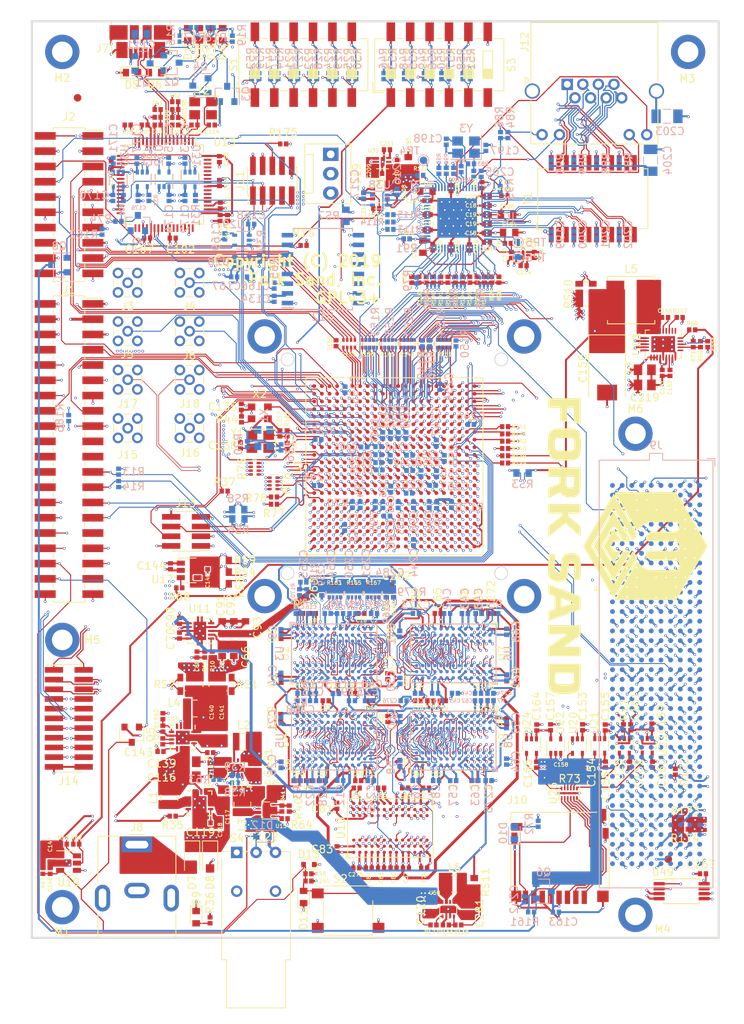
<source format=kicad_pcb>
(kicad_pcb (version 20171130) (host pcbnew 5.0.0-rc3-6a2723a~65~ubuntu16.04.1)

  (general
    (thickness 1.3)
    (drawings 9)
    (tracks 44433)
    (zones 0)
    (modules 553)
    (nets 814)
  )

  (page A4 portrait)
  (layers
    (0 F.Cu mixed)
    (1 In1.Cu power)
    (2 In2.Cu mixed)
    (3 In3.Cu mixed)
    (4 In4.Cu mixed)
    (5 In5.Cu mixed)
    (6 In6.Cu mixed)
    (31 B.Cu mixed)
    (32 B.Adhes user)
    (33 F.Adhes user)
    (34 B.Paste user)
    (35 F.Paste user)
    (36 B.SilkS user)
    (37 F.SilkS user)
    (38 B.Mask user)
    (39 F.Mask user)
    (40 Dwgs.User user)
    (41 Cmts.User user)
    (42 Eco1.User user)
    (43 Eco2.User user)
    (44 Edge.Cuts user)
    (45 Margin user)
    (46 B.CrtYd user)
    (47 F.CrtYd user)
    (48 B.Fab user)
    (49 F.Fab user)
  )

  (setup
    (last_trace_width 0.127)
    (user_trace_width 0.0762)
    (user_trace_width 0.127)
    (user_trace_width 0.2032)
    (user_trace_width 0.254)
    (user_trace_width 0.381)
    (trace_clearance 0.0762)
    (zone_clearance 0.254)
    (zone_45_only no)
    (trace_min 0.0762)
    (segment_width 0.2)
    (edge_width 0.1)
    (via_size 0.3556)
    (via_drill 0.2032)
    (via_min_size 0.3556)
    (via_min_drill 0.2032)
    (uvia_size 0.3)
    (uvia_drill 0.1)
    (uvias_allowed no)
    (uvia_min_size 0.2)
    (uvia_min_drill 0.1)
    (pcb_text_width 0.3)
    (pcb_text_size 1.5 1.5)
    (mod_edge_width 0.15)
    (mod_text_size 1 1)
    (mod_text_width 0.15)
    (pad_size 0.64 2.03)
    (pad_drill 0)
    (pad_to_mask_clearance 0)
    (aux_axis_origin 0 0)
    (visible_elements FFFDFF7F)
    (pcbplotparams
      (layerselection 0x010fc_ffffffff)
      (usegerberextensions true)
      (usegerberattributes false)
      (usegerberadvancedattributes false)
      (creategerberjobfile false)
      (excludeedgelayer true)
      (linewidth 0.100000)
      (plotframeref false)
      (viasonmask false)
      (mode 1)
      (useauxorigin false)
      (hpglpennumber 1)
      (hpglpenspeed 20)
      (hpglpendiameter 15.000000)
      (psnegative false)
      (psa4output false)
      (plotreference true)
      (plotvalue true)
      (plotinvisibletext false)
      (padsonsilk true)
      (subtractmaskfromsilk false)
      (outputformat 1)
      (mirror false)
      (drillshape 0)
      (scaleselection 1)
      (outputdirectory "Gerber/"))
  )

  (net 0 "")
  (net 1 +1V2)
  (net 2 VD)
  (net 3 VDD_DDR_VPP_N)
  (net 4 +3V3)
  (net 5 VAA)
  (net 6 VCCQ)
  (net 7 /FT2232/VPLL_FT)
  (net 8 VDDA)
  (net 9 /FT2232/VPHY_FT)
  (net 10 "Net-(C111-Pad2)")
  (net 11 "Net-(C114-Pad2)")
  (net 12 "Net-(C115-Pad2)")
  (net 13 +5V)
  (net 14 +12V)
  (net 15 "Net-(C119-Pad2)")
  (net 16 VDD_GIVDD_P)
  (net 17 VDD_DDRPLL_N)
  (net 18 AVDD_DDRPLL_N)
  (net 19 VDD_GIVDD_N)
  (net 20 VDD_GEMGXLPLL_N)
  (net 21 VDD_IO_N)
  (net 22 "Net-(C137-Pad2)")
  (net 23 "Net-(C138-Pad2)")
  (net 24 VMEM)
  (net 25 "Net-(C142-Pad2)")
  (net 26 "Net-(C142-Pad1)")
  (net 27 "Net-(C143-Pad1)")
  (net 28 AVDD_DDRPLL_P)
  (net 29 "Net-(C146-Pad1)")
  (net 30 "Net-(C146-Pad2)")
  (net 31 /Power.sch/PWR_ON)
  (net 32 VDD_DDRPLL_P)
  (net 33 "Net-(C152-Pad2)")
  (net 34 +3.3VA)
  (net 35 +1V0)
  (net 36 "Net-(C181-Pad1)")
  (net 37 +2V5)
  (net 38 "Net-(C193-Pad1)")
  (net 39 "Net-(C197-Pad2)")
  (net 40 "Net-(C198-Pad2)")
  (net 41 /Ethernet/P0_D2_N)
  (net 42 "Net-(C200-Pad2)")
  (net 43 "Net-(C201-Pad2)")
  (net 44 "Net-(C202-Pad2)")
  (net 45 "Net-(C204-Pad2)")
  (net 46 "Net-(C205-Pad1)")
  (net 47 VDD_OTP_N)
  (net 48 VDD_COREPLL_N)
  (net 49 "Net-(C211-Pad2)")
  (net 50 "Net-(C220-Pad2)")
  (net 51 RESET_N)
  (net 52 VDD)
  (net 53 "Net-(C265-Pad2)")
  (net 54 DDR_CLK_P)
  (net 55 DDR_CLK_N)
  (net 56 +3.3VP)
  (net 57 VDD_DDR_VPP_P)
  (net 58 "Net-(D1-Pad2)")
  (net 59 "Net-(D1-Pad1)")
  (net 60 "Net-(D2-Pad2)")
  (net 61 "Net-(D2-Pad1)")
  (net 62 "Net-(D3-Pad1)")
  (net 63 "Net-(D3-Pad2)")
  (net 64 "Net-(D4-Pad1)")
  (net 65 "Net-(D4-Pad2)")
  (net 66 /FT2232/USB_D_P)
  (net 67 /FT2232/USB_D_N)
  (net 68 "Net-(D7-Pad2)")
  (net 69 "Net-(D9-Pad2)")
  (net 70 /Freedom-U540_2/SD_CD)
  (net 71 "Net-(IC1-Pad1)")
  (net 72 /Ethernet/P0_D2_P)
  (net 73 /Ethernet/P0_D1_N)
  (net 74 /Ethernet/P0_D1_P)
  (net 75 /Ethernet/P0_D0_N)
  (net 76 /Ethernet/P0_D0_P)
  (net 77 "Net-(IC1-Pad15)")
  (net 78 "Net-(IC1-Pad16)")
  (net 79 /Ethernet/COL)
  (net 80 /Ethernet/CRS)
  (net 81 /Ethernet/RXD7)
  (net 82 /Ethernet/RXD6)
  (net 83 /Ethernet/RXD5)
  (net 84 /Ethernet/RXD4)
  (net 85 /Ethernet/RXD3)
  (net 86 /Ethernet/RXD2)
  (net 87 /Ethernet/RXD1)
  (net 88 /Ethernet/RXD0)
  (net 89 /Ethernet/RX_DV)
  (net 90 /Ethernet/RX_ER)
  (net 91 /Ethernet/RX_CLK)
  (net 92 GEMGXL_TX_EN)
  (net 93 GEMGXL_TX_ER)
  (net 94 /Ethernet/TX_CLK)
  (net 95 GEMGXL_GTX_CLK)
  (net 96 GEMGXL_TXD0)
  (net 97 GEMGXL_TXD1)
  (net 98 GEMGXL_TXD2)
  (net 99 GEMGXL_TXD3)
  (net 100 GEMGXL_TXD4)
  (net 101 GEMGXL_TXD5)
  (net 102 GEMGXL_TXD6)
  (net 103 GEMGXL_TXD7)
  (net 104 GEMGXL_MDC)
  (net 105 GEMGXL_MDIO)
  (net 106 /Ethernet/GEMGXL_MDINT)
  (net 107 /Ethernet/FASTLINK_FAIL_2V5)
  (net 108 /Ethernet/GEMGXL_RST_2V5)
  (net 109 /Ethernet/CLKOUT)
  (net 110 "Net-(IC1-Pad55)")
  (net 111 "Net-(IC1-Pad56)")
  (net 112 /Ethernet/CLK_SQUELCH_IN)
  (net 113 /Ethernet/ELED1)
  (net 114 /Ethernet/ELED0)
  (net 115 "Net-(IC1-Pad61)")
  (net 116 "Net-(IC1-Pad62)")
  (net 117 "Net-(IC1-Pad64)")
  (net 118 "Net-(IC1-Pad65)")
  (net 119 "Net-(IC1-Pad66)")
  (net 120 PWR_BTN_N)
  (net 121 UART0_TX)
  (net 122 UART0_RX)
  (net 123 /Freedom-U540_2/QSPI1_SCK_R)
  (net 124 /Freedom-U540_2/QSPI1_DQ1_R)
  (net 125 /Freedom-U540_2/UART1_TX)
  (net 126 /Freedom-U540_2/QSPI1_CS0_R)
  (net 127 /Freedom-U540_2/UART1_RX)
  (net 128 /Freedom-U540_2/QSPI1_DQ0_R)
  (net 129 /Freedom-U540_2/I2C0_SCL)
  (net 130 /Freedom-U540_2/I2C0_SDA)
  (net 131 "Net-(J1-Pad19)")
  (net 132 "Net-(J1-Pad20)")
  (net 133 "Net-(J1-Pad21)")
  (net 134 "Net-(J1-Pad22)")
  (net 135 /Freedom-U540_2/GPIO0)
  (net 136 /Freedom-U540_2/GPIO1)
  (net 137 /Freedom-U540_2/GPIO2)
  (net 138 /Freedom-U540_2/GPIO3)
  (net 139 /Freedom-U540_2/GPIO4)
  (net 140 /Freedom-U540_2/GPIO5)
  (net 141 /Freedom-U540_2/GPIO6)
  (net 142 /Freedom-U540_2/GPIO7)
  (net 143 /Freedom-U540_2/GPIO8)
  (net 144 /Freedom-U540_2/GPIO9)
  (net 145 /Freedom-U540_2/GPIO15)
  (net 146 /Freedom-U540_2/PWM0_0)
  (net 147 /Freedom-U540_2/PWM0_2)
  (net 148 /Freedom-U540_2/PWM0_1)
  (net 149 /Freedom-U540_2/PWM0_3)
  (net 150 GEMGXL_RST)
  (net 151 /Freedom-U540_2/QSPI1_DQ2_R)
  (net 152 FASTLINK_FAIL)
  (net 153 /Freedom-U540_2/QSPI1_DQ3_R)
  (net 154 /Freedom-U540_2/EN_VDD_SD)
  (net 155 /Freedom-U540_2/QSPI1_CS1_R)
  (net 156 /Freedom-U540_2/QSPI1_CS2_R)
  (net 157 /Freedom-U540_2/QSPI1_CS3_R)
  (net 158 /Freedom-U540_2/PWM1_0)
  (net 159 /Freedom-U540_2/PWM1_1)
  (net 160 /Freedom-U540_2/PWM1_2)
  (net 161 /Freedom-U540_2/PWM1_3)
  (net 162 /Freedom-U540_2/IO_PRCI_RSVD2)
  (net 163 /Freedom-U540_2/IO_PRCI_RSVD13)
  (net 164 /Freedom-U540_2/IO_PRCI_RSVD14)
  (net 165 /Freedom-U540_2/IO_PRCI_RSVD15)
  (net 166 "Net-(J7-Pad4)")
  (net 167 "Net-(J9-PadK40)")
  (net 168 "Net-(J9-PadK38)")
  (net 169 "Net-(J9-PadK37)")
  (net 170 "Net-(J9-PadK35)")
  (net 171 "Net-(J9-PadK34)")
  (net 172 "Net-(J9-PadK32)")
  (net 173 "Net-(J9-PadK31)")
  (net 174 "Net-(J9-PadK29)")
  (net 175 "Net-(J9-PadK28)")
  (net 176 "Net-(J9-PadK26)")
  (net 177 "Net-(J9-PadK25)")
  (net 178 "Net-(J9-PadK23)")
  (net 179 "Net-(J9-PadK22)")
  (net 180 "Net-(J9-PadK20)")
  (net 181 "Net-(J9-PadK19)")
  (net 182 "Net-(J9-PadK17)")
  (net 183 "Net-(J9-PadK16)")
  (net 184 "Net-(J9-PadK14)")
  (net 185 "Net-(J9-PadK13)")
  (net 186 "Net-(J9-PadK11)")
  (net 187 "Net-(J9-PadK10)")
  (net 188 "Net-(J9-PadK8)")
  (net 189 "Net-(J9-PadK7)")
  (net 190 "Net-(J9-PadK5)")
  (net 191 "Net-(J9-PadK4)")
  (net 192 "Net-(J9-PadK1)")
  (net 193 "Net-(J9-PadJ39)")
  (net 194 "Net-(J9-PadJ37)")
  (net 195 "Net-(J9-PadJ36)")
  (net 196 "Net-(J9-PadJ34)")
  (net 197 "Net-(J9-PadJ33)")
  (net 198 "Net-(J9-PadJ31)")
  (net 199 "Net-(J9-PadJ30)")
  (net 200 "Net-(J9-PadJ28)")
  (net 201 "Net-(J9-PadJ27)")
  (net 202 "Net-(J9-PadJ25)")
  (net 203 "Net-(J9-PadJ24)")
  (net 204 "Net-(J9-PadJ22)")
  (net 205 "Net-(J9-PadJ21)")
  (net 206 "Net-(J9-PadJ19)")
  (net 207 "Net-(J9-PadJ18)")
  (net 208 "Net-(J9-PadJ16)")
  (net 209 "Net-(J9-PadJ15)")
  (net 210 "Net-(J9-PadJ13)")
  (net 211 "Net-(J9-PadJ12)")
  (net 212 "Net-(J9-PadJ10)")
  (net 213 "Net-(J9-PadJ9)")
  (net 214 "Net-(J9-PadJ7)")
  (net 215 "Net-(J9-PadJ6)")
  (net 216 "Net-(J9-PadJ3)")
  (net 217 "Net-(J9-PadJ2)")
  (net 218 "Net-(J9-PadF40)")
  (net 219 "Net-(J9-PadF38)")
  (net 220 "Net-(J9-PadF37)")
  (net 221 "Net-(J9-PadF35)")
  (net 222 "Net-(J9-PadF34)")
  (net 223 "Net-(J9-PadF32)")
  (net 224 "Net-(J9-PadF31)")
  (net 225 "Net-(J9-PadF29)")
  (net 226 "Net-(J9-PadF28)")
  (net 227 "Net-(J9-PadF26)")
  (net 228 "Net-(J9-PadF25)")
  (net 229 "Net-(J9-PadF23)")
  (net 230 "Net-(J9-PadF22)")
  (net 231 "Net-(J9-PadF20)")
  (net 232 "Net-(J9-PadF19)")
  (net 233 "Net-(J9-PadF17)")
  (net 234 "Net-(J9-PadF16)")
  (net 235 "Net-(J9-PadF14)")
  (net 236 "Net-(J9-PadF13)")
  (net 237 "Net-(J9-PadF11)")
  (net 238 "Net-(J9-PadF10)")
  (net 239 "Net-(J9-PadF8)")
  (net 240 "Net-(J9-PadF7)")
  (net 241 "Net-(J9-PadF5)")
  (net 242 "Net-(J9-PadF4)")
  (net 243 PG_1V8)
  (net 244 "Net-(J9-PadE39)")
  (net 245 "Net-(J9-PadE37)")
  (net 246 "Net-(J9-PadE36)")
  (net 247 "Net-(J9-PadE34)")
  (net 248 "Net-(J9-PadE33)")
  (net 249 "Net-(J9-PadE31)")
  (net 250 "Net-(J9-PadE30)")
  (net 251 "Net-(J9-PadE28)")
  (net 252 "Net-(J9-PadE27)")
  (net 253 "Net-(J9-PadE25)")
  (net 254 "Net-(J9-PadE24)")
  (net 255 "Net-(J9-PadE22)")
  (net 256 "Net-(J9-PadE21)")
  (net 257 "Net-(J9-PadE19)")
  (net 258 "Net-(J9-PadE18)")
  (net 259 "Net-(J9-PadE16)")
  (net 260 "Net-(J9-PadE15)")
  (net 261 "Net-(J9-PadE13)")
  (net 262 "Net-(J9-PadE12)")
  (net 263 "Net-(J9-PadE10)")
  (net 264 "Net-(J9-PadE9)")
  (net 265 "Net-(J9-PadE7)")
  (net 266 "Net-(J9-PadE6)")
  (net 267 "Net-(J9-PadE3)")
  (net 268 "Net-(J9-PadE2)")
  (net 269 "Net-(J9-PadA39)")
  (net 270 "Net-(J9-PadA38)")
  (net 271 "Net-(J9-PadA35)")
  (net 272 "Net-(J9-PadA34)")
  (net 273 "Net-(J9-PadA31)")
  (net 274 "Net-(J9-PadA30)")
  (net 275 "Net-(J9-PadA27)")
  (net 276 "Net-(J9-PadA26)")
  (net 277 "Net-(J9-PadA23)")
  (net 278 "Net-(J9-PadA22)")
  (net 279 "Net-(J9-PadA19)")
  (net 280 "Net-(J9-PadA18)")
  (net 281 "Net-(J9-PadA15)")
  (net 282 "Net-(J9-PadA14)")
  (net 283 "Net-(J9-PadA11)")
  (net 284 "Net-(J9-PadA10)")
  (net 285 "Net-(J9-PadA7)")
  (net 286 "Net-(J9-PadA6)")
  (net 287 "Net-(J9-PadA3)")
  (net 288 "Net-(J9-PadA2)")
  (net 289 "Net-(J9-PadB40)")
  (net 290 "Net-(J9-PadB37)")
  (net 291 "Net-(J9-PadB36)")
  (net 292 "Net-(J9-PadB33)")
  (net 293 "Net-(J9-PadB32)")
  (net 294 "Net-(J9-PadB29)")
  (net 295 "Net-(J9-PadB28)")
  (net 296 "Net-(J9-PadB25)")
  (net 297 "Net-(J9-PadB24)")
  (net 298 "Net-(J9-PadB21)")
  (net 299 "Net-(J9-PadB20)")
  (net 300 "Net-(J9-PadB17)")
  (net 301 "Net-(J9-PadB16)")
  (net 302 "Net-(J9-PadB13)")
  (net 303 "Net-(J9-PadB12)")
  (net 304 "Net-(J9-PadB9)")
  (net 305 "Net-(J9-PadB8)")
  (net 306 "Net-(J9-PadB5)")
  (net 307 "Net-(J9-PadB4)")
  (net 308 "Net-(J9-PadB1)")
  (net 309 CHIPLINK_RX_CLK)
  (net 310 "Net-(J9-PadG3)")
  (net 311 CHIPLINK_TX_DAT0)
  (net 312 CHIPLINK_TX_DAT1)
  (net 313 CHIPLINK_TX_DAT6)
  (net 314 CHIPLINK_TX_DAT7)
  (net 315 CHIPLINK_TX_DAT16)
  (net 316 CHIPLINK_TX_DAT17)
  (net 317 CHIPLINK_TX_DAT24)
  (net 318 CHIPLINK_TX_DAT25)
  (net 319 CHIPLINK_TX_SEND)
  (net 320 CHIPLINK_TX_RST)
  (net 321 "Net-(J9-PadG39)")
  (net 322 CHIPLINK_RX_RST)
  (net 323 CHIPLINK_RX_SEND)
  (net 324 CHIPLINK_RX_DAT29)
  (net 325 CHIPLINK_RX_DAT28)
  (net 326 CHIPLINK_RX_DAT25)
  (net 327 CHIPLINK_RX_DAT24)
  (net 328 CHIPLINK_RX_DAT17)
  (net 329 CHIPLINK_RX_DAT16)
  (net 330 CHIPLINK_RX_DAT11)
  (net 331 CHIPLINK_RX_DAT10)
  (net 332 CHIPLINK_RX_DAT7)
  (net 333 CHIPLINK_RX_DAT6)
  (net 334 CHIPLINK_RX_DAT4)
  (net 335 CHIPLINK_RX_DAT5)
  (net 336 CHIPLINK_RX_DAT8)
  (net 337 CHIPLINK_RX_DAT9)
  (net 338 CHIPLINK_RX_DAT14)
  (net 339 CHIPLINK_RX_DAT15)
  (net 340 CHIPLINK_RX_DAT22)
  (net 341 CHIPLINK_RX_DAT23)
  (net 342 CHIPLINK_RX_DAT26)
  (net 343 CHIPLINK_RX_DAT27)
  (net 344 CHIPLINK_RX_DAT30)
  (net 345 CHIPLINK_RX_DAT31)
  (net 346 "Net-(J9-PadH40)")
  (net 347 CHIPLINK_TX_DAT31)
  (net 348 CHIPLINK_TX_DAT30)
  (net 349 CHIPLINK_TX_DAT23)
  (net 350 CHIPLINK_TX_DAT22)
  (net 351 CHIPLINK_TX_DAT15)
  (net 352 CHIPLINK_TX_DAT14)
  (net 353 CHIPLINK_TX_DAT9)
  (net 354 CHIPLINK_TX_DAT8)
  (net 355 CHIPLINK_TX_DAT5)
  (net 356 CHIPLINK_TX_DAT4)
  (net 357 "Net-(J9-PadH5)")
  (net 358 CHIPLINK_TX_CLK)
  (net 359 "Net-(J9-PadD1)")
  (net 360 "Net-(J9-PadD4)")
  (net 361 "Net-(J9-PadD5)")
  (net 362 CHIPLINK_TX_DAT2)
  (net 363 CHIPLINK_TX_DAT3)
  (net 364 CHIPLINK_TX_DAT10)
  (net 365 CHIPLINK_TX_DAT11)
  (net 366 CHIPLINK_TX_DAT18)
  (net 367 CHIPLINK_TX_DAT19)
  (net 368 CHIPLINK_TX_DAT26)
  (net 369 CHIPLINK_TX_DAT27)
  (net 370 CHIPLINK_RX_DAT0)
  (net 371 "Net-(J9-PadD40)")
  (net 372 "Net-(J9-PadD38)")
  (net 373 "Net-(J9-PadD36)")
  (net 374 /FMC.sch/FMC_GA1)
  (net 375 "Net-(J9-PadD34)")
  (net 376 "Net-(J9-PadD33)")
  (net 377 "Net-(J9-PadD31)")
  (net 378 "Net-(J9-PadD30)")
  (net 379 "Net-(J9-PadD29)")
  (net 380 CHIPLINK_RX_DAT19)
  (net 381 CHIPLINK_RX_DAT18)
  (net 382 CHIPLINK_RX_DAT13)
  (net 383 CHIPLINK_RX_DAT12)
  (net 384 CHIPLINK_RX_DAT1)
  (net 385 CHIPLINK_RX_DAT2)
  (net 386 CHIPLINK_RX_DAT3)
  (net 387 CHIPLINK_RX_DAT20)
  (net 388 CHIPLINK_RX_DAT21)
  (net 389 /FMC.sch/FMC_SCL)
  (net 390 /FMC.sch/FMC_SDA)
  (net 391 /FMC.sch/FMC_GA0)
  (net 392 "Net-(J9-PadC35)")
  (net 393 "Net-(J9-PadC39)")
  (net 394 CHIPLINK_TX_DAT29)
  (net 395 CHIPLINK_TX_DAT28)
  (net 396 CHIPLINK_TX_DAT21)
  (net 397 CHIPLINK_TX_DAT20)
  (net 398 CHIPLINK_TX_DAT13)
  (net 399 CHIPLINK_TX_DAT12)
  (net 400 "Net-(J9-PadC7)")
  (net 401 "Net-(J9-PadC6)")
  (net 402 "Net-(J9-PadC3)")
  (net 403 "Net-(J9-PadC2)")
  (net 404 /Freedom-U540_2/QSPI2_HOLD_CON)
  (net 405 /Freedom-U540_2/QSPI2_MISO_CON)
  (net 406 /Freedom-U540_2/QSPI2_SCK_CON)
  (net 407 /Freedom-U540_2/QSPI2_MOSI_CON)
  (net 408 /Freedom-U540_2/QSPI2_CS_CON)
  (net 409 /Freedom-U540_2/QSPI2_WP_CON)
  (net 410 JTAG_TCK)
  (net 411 JTAG_TDO)
  (net 412 JTAG_TMS)
  (net 413 "Net-(J11-Pad7)")
  (net 414 "Net-(J11-Pad8)")
  (net 415 JTAG_TDI)
  (net 416 /Ethernet/MX4_N)
  (net 417 /Ethernet/MX2_N)
  (net 418 /Ethernet/MX3_P)
  (net 419 /Ethernet/MX1_N)
  (net 420 /Ethernet/MX3_N)
  (net 421 /Ethernet/MX2_P)
  (net 422 /Ethernet/MX1_P)
  (net 423 "Net-(J12-Pad9)")
  (net 424 "Net-(J12-Pad11)")
  (net 425 /Freedom-U540_2/IO_PRCI_RSVD3)
  (net 426 /Freedom-U540_2/IO_PRCI_RSVD4)
  (net 427 /Freedom-U540_2/IO_PRCI_RSVD5)
  (net 428 /Freedom-U540_2/IO_PRCI_RSVD6)
  (net 429 /Freedom-U540_2/IO_PRCI_RSVD7)
  (net 430 /Freedom-U540_2/IO_PRCI_RSVD8)
  (net 431 /Freedom-U540_2/IO_PRCI_RSVD9)
  (net 432 VDD_SOC_CORE_P)
  (net 433 VDD_SOC_CORE_N)
  (net 434 VDD_DDR_SOC_P)
  (net 435 VDD_DDR_SOC_N)
  (net 436 VDD_DDR_MEM_P)
  (net 437 VDD_DDR_MEM_N)
  (net 438 /Freedom-U540_1/IO_DDR_RSVD0)
  (net 439 /Freedom-U540_1/IO_DDR_RSVD1)
  (net 440 /Freedom-U540_1/IO_DDR_RSVD2)
  (net 441 /Freedom-U540_1/IO_DDR_RSVD3)
  (net 442 "Net-(J19-Pad1)")
  (net 443 "Net-(L1-Pad1)")
  (net 444 "Net-(L2-Pad1)")
  (net 445 "Net-(L3-Pad1)")
  (net 446 "Net-(L4-Pad1)")
  (net 447 "Net-(L6-Pad1)")
  (net 448 /FT2232/FT_JTAG_SRST)
  (net 449 "Net-(R1-Pad2)")
  (net 450 "Net-(R2-Pad2)")
  (net 451 "Net-(R3-Pad2)")
  (net 452 "Net-(R4-Pad2)")
  (net 453 "Net-(R5-Pad2)")
  (net 454 "Net-(R6-Pad2)")
  (net 455 "Net-(R7-Pad2)")
  (net 456 "Net-(R8-Pad2)")
  (net 457 "Net-(R9-Pad2)")
  (net 458 /Freedom-U540_2/QSPI2_CS_R)
  (net 459 /Freedom-U540_2/QSPI0_CS)
  (net 460 "Net-(R20-Pad2)")
  (net 461 /Freedom-U540_2/MSEL0)
  (net 462 /Freedom-U540_2/MSEL1)
  (net 463 /Freedom-U540_2/MSEL2)
  (net 464 /Freedom-U540_2/MSEL3)
  (net 465 "Net-(R26-Pad2)")
  (net 466 "Net-(R31-Pad2)")
  (net 467 "Net-(R32-Pad2)")
  (net 468 "Net-(R33-Pad2)")
  (net 469 "Net-(R34-Pad2)")
  (net 470 "Net-(R35-Pad1)")
  (net 471 PORESET_N)
  (net 472 "Net-(R38-Pad1)")
  (net 473 "Net-(R40-Pad1)")
  (net 474 /Power.sch/PWR_EN1)
  (net 475 /Power.sch/EN_DDR)
  (net 476 "Net-(R44-Pad1)")
  (net 477 /Freedom-U540_2/IO_PRCI_RSVD0)
  (net 478 /Freedom-U540_2/RTCXSEL)
  (net 479 /Freedom-U540_2/IO_PRCI_RSVD1)
  (net 480 /Freedom-U540_2/IO_PRCI_RSVD10)
  (net 481 /Freedom-U540_2/IO_PRCI_RSVD12)
  (net 482 /Freedom-U540_2/IO_PRCI_RSVD11)
  (net 483 /Freedom-U540_2/HFXSEL)
  (net 484 "Net-(R60-Pad1)")
  (net 485 /Power.sch/PWR_EN2)
  (net 486 /Power.sch/EN_3V3)
  (net 487 /Power.sch/EN_1V8)
  (net 488 "Net-(R65-Pad2)")
  (net 489 /Power.sch/EN_CORE)
  (net 490 /Power.sch/EN_PLL)
  (net 491 "Net-(R69-Pad1)")
  (net 492 "Net-(R70-Pad2)")
  (net 493 /Freedom-U540_2/QSPI2_MISO_3V3)
  (net 494 /Freedom-U540_1/GEMGXL_TXD3_R)
  (net 495 /Freedom-U540_1/GEMGXL_TXD2_R)
  (net 496 /Freedom-U540_1/GEMGXL_TXD0_R)
  (net 497 /Freedom-U540_1/GEMGXL_TXD1_R)
  (net 498 /Freedom-U540_1/GEMGXL_TXD7_R)
  (net 499 /Freedom-U540_1/GEMGXL_TXD6_R)
  (net 500 /Freedom-U540_1/GEMGXL_TXD4_R)
  (net 501 /Freedom-U540_1/GEMGXL_TXD5_R)
  (net 502 /Freedom-U540_1/GEMGXL_TX_EN_R)
  (net 503 /Freedom-U540_1/GEMGXL_TX_ER_R)
  (net 504 GEMGXL_RX_CLK)
  (net 505 GEMGXL_RX_DV)
  (net 506 GEMGXL_RX_ER)
  (net 507 GEMGXL_RXD0)
  (net 508 GEMGXL_RXD1)
  (net 509 GEMGXL_RXD5)
  (net 510 GEMGXL_RXD4)
  (net 511 GEMGXL_RXD2)
  (net 512 GEMGXL_RXD3)
  (net 513 GEMGXL_RXD7)
  (net 514 GEMGXL_RXD6)
  (net 515 GEMGXL_RX_CRS)
  (net 516 GEMGXL_RX_COL)
  (net 517 "Net-(R87-Pad2)")
  (net 518 "Net-(R89-Pad2)")
  (net 519 "Net-(R90-Pad2)")
  (net 520 GEMGXL_TX_CLK)
  (net 521 "Net-(R117-Pad1)")
  (net 522 "Net-(R138-Pad1)")
  (net 523 /Freedom-U540_2/QSPI2_SCK_R)
  (net 524 /Freedom-U540_2/QSPI2_SCK)
  (net 525 /Freedom-U540_2/QSPI2_HOLD)
  (net 526 /Freedom-U540_2/QSPI2_HOLD_R)
  (net 527 /Freedom-U540_2/QSPI2_MOSI)
  (net 528 /Freedom-U540_2/QSPI2_MOSI_R)
  (net 529 /Freedom-U540_2/QSPI2_MISO_R)
  (net 530 /Freedom-U540_2/QSPI2_MISO)
  (net 531 /Freedom-U540_2/QSPI2_WP)
  (net 532 /Freedom-U540_2/QSPI2_WP_R)
  (net 533 /Freedom-U540_2/QSPI2_CS)
  (net 534 /Freedom-U540_1/CHIPLINK_TX_DAT18_R)
  (net 535 /Freedom-U540_1/CHIPLINK_TX_DAT24_R)
  (net 536 /Freedom-U540_1/CHIPLINK_TX_DAT29_R)
  (net 537 /Freedom-U540_1/CHIPLINK_TX_DAT26_R)
  (net 538 /Freedom-U540_1/CHIPLINK_TX_DAT22_R)
  (net 539 /Freedom-U540_1/CHIPLINK_TX_DAT14_R)
  (net 540 /Freedom-U540_1/CHIPLINK_TX_DAT25_R)
  (net 541 /Freedom-U540_1/CHIPLINK_TX_DAT16_R)
  (net 542 /Freedom-U540_1/CHIPLINK_TX_DAT13_R)
  (net 543 /Freedom-U540_1/CHIPLINK_TX_DAT8_R)
  (net 544 /Freedom-U540_1/CHIPLINK_TX_DAT10_R)
  (net 545 /Freedom-U540_1/CHIPLINK_TX_DAT17_R)
  (net 546 /Freedom-U540_1/CHIPLINK_TX_CLK_R)
  (net 547 /Freedom-U540_1/CHIPLINK_TX_SEND_R)
  (net 548 /Freedom-U540_1/CHIPLINK_TX_RST_R)
  (net 549 /Freedom-U540_1/CHIPLINK_TX_DAT7_R)
  (net 550 /Freedom-U540_1/CHIPLINK_TX_DAT5_R)
  (net 551 /Freedom-U540_1/CHIPLINK_TX_DAT11_R)
  (net 552 /Freedom-U540_1/CHIPLINK_TX_DAT9_R)
  (net 553 /Freedom-U540_1/CHIPLINK_TX_DAT21_R)
  (net 554 /Freedom-U540_1/CHIPLINK_TX_DAT6_R)
  (net 555 /Freedom-U540_1/CHIPLINK_TX_DAT2_R)
  (net 556 /Freedom-U540_1/CHIPLINK_TX_DAT12_R)
  (net 557 /Freedom-U540_1/CHIPLINK_TX_DAT31_R)
  (net 558 /Freedom-U540_1/CHIPLINK_TX_DAT30_R)
  (net 559 /Freedom-U540_1/CHIPLINK_TX_DAT27_R)
  (net 560 /Freedom-U540_1/CHIPLINK_TX_DAT28_R)
  (net 561 /Freedom-U540_1/CHIPLINK_TX_DAT0_R)
  (net 562 /Freedom-U540_1/CHIPLINK_TX_DAT1_R)
  (net 563 /Freedom-U540_1/CHIPLINK_TX_DAT3_R)
  (net 564 /Freedom-U540_1/CHIPLINK_TX_DAT4_R)
  (net 565 /Freedom-U540_1/CHIPLINK_TX_DAT19_R)
  (net 566 /Freedom-U540_1/CHIPLINK_TX_DAT23_R)
  (net 567 /Freedom-U540_1/CHIPLINK_TX_DAT20_R)
  (net 568 /Freedom-U540_1/CHIPLINK_TX_DAT15_R)
  (net 569 /Freedom-U540_2/QSPI1_DQ1)
  (net 570 /Freedom-U540_2/QSPI1_DQ3)
  (net 571 /Freedom-U540_2/QSPI1_CS3)
  (net 572 /Freedom-U540_2/QSPI1_CS0)
  (net 573 /Freedom-U540_2/QSPI1_CS2)
  (net 574 /Freedom-U540_2/QSPI1_SCK)
  (net 575 /Freedom-U540_2/QSPI1_DQ0)
  (net 576 /Freedom-U540_2/QSPI1_CS1)
  (net 577 /Freedom-U540_2/QSPI1_DQ2)
  (net 578 DDR_ODT)
  (net 579 DDR_CKE)
  (net 580 DDR_CKE1)
  (net 581 DDR_WE_N)
  (net 582 DDR_CS0_N)
  (net 583 DDR_CAS_N)
  (net 584 DDR_CS1_N)
  (net 585 DDR_RAS_N)
  (net 586 DDR_BA0)
  (net 587 DDR_BG0)
  (net 588 DDR_A10)
  (net 589 DDR_ACT_N)
  (net 590 DDR_BA1)
  (net 591 DDR_BG1)
  (net 592 DDR_A3)
  (net 593 DDR_A12)
  (net 594 DDR_A4)
  (net 595 DDR_A0)
  (net 596 DDR_A6)
  (net 597 DDR_A8)
  (net 598 DDR_A1)
  (net 599 DDR_A9)
  (net 600 DDR_A5)
  (net 601 DDR_A7)
  (net 602 DDR_A13)
  (net 603 /Power.sch/EN_DDR_VPP)
  (net 604 DDR_ALERT_N)
  (net 605 DDR_PARITY_IN)
  (net 606 DDR_A11)
  (net 607 DDR_A2)
  (net 608 "Net-(R183-Pad2)")
  (net 609 DDR_ODT1)
  (net 610 /Freedom-U540_2/GPIO10)
  (net 611 "Net-(S3-Pad6)")
  (net 612 "Net-(S4-Pad1)")
  (net 613 /Freedom-U540_2/RTCXALTCLKIN)
  (net 614 /Freedom-U540_2/HFXCLKIN)
  (net 615 /Freedom-U540_2/QSPI0_DQ3)
  (net 616 /Freedom-U540_2/QSPI0_SCK)
  (net 617 /Freedom-U540_2/QSPI0_DQ0)
  (net 618 /Freedom-U540_2/QSPI0_DQ1)
  (net 619 /Freedom-U540_2/QSPI0_DQ2)
  (net 620 "Net-(U2-PadN7)")
  (net 621 "Net-(U2-PadA3)")
  (net 622 "Net-(U3-PadN7)")
  (net 623 "Net-(U3-PadA3)")
  (net 624 "Net-(U4-PadA3)")
  (net 625 "Net-(U4-PadN7)")
  (net 626 "Net-(U5-PadN7)")
  (net 627 "Net-(U5-PadA3)")
  (net 628 "Net-(U6-PadA3)")
  (net 629 "Net-(U6-PadN7)")
  (net 630 "Net-(U7-PadA3)")
  (net 631 "Net-(U7-PadN7)")
  (net 632 "Net-(U8-PadN7)")
  (net 633 "Net-(U8-PadA3)")
  (net 634 "Net-(U9-PadA3)")
  (net 635 "Net-(U9-PadN7)")
  (net 636 "Net-(U10-PadA3)")
  (net 637 "Net-(U10-PadN7)")
  (net 638 "Net-(U12-Pad4)")
  (net 639 "Net-(U12-Pad5)")
  (net 640 "Net-(U12-Pad6)")
  (net 641 "Net-(U12-Pad11)")
  (net 642 "Net-(U12-Pad12)")
  (net 643 "Net-(U12-Pad13)")
  (net 644 "Net-(U12-Pad14)")
  (net 645 /FT2232/FT_JTAG_TCK)
  (net 646 /FT2232/FT_JTAG_TDI)
  (net 647 /FT2232/FT_JTAG_TDO)
  (net 648 /FT2232/FT_JTAG_TMS)
  (net 649 "Net-(U13-Pad21)")
  (net 650 "Net-(U13-Pad23)")
  (net 651 "Net-(U13-Pad24)")
  (net 652 "Net-(U13-Pad26)")
  (net 653 "Net-(U13-Pad27)")
  (net 654 "Net-(U13-Pad28)")
  (net 655 "Net-(U13-Pad29)")
  (net 656 "Net-(U13-Pad30)")
  (net 657 "Net-(U13-Pad32)")
  (net 658 "Net-(U13-Pad33)")
  (net 659 "Net-(U13-Pad34)")
  (net 660 "Net-(U13-Pad36)")
  (net 661 /FT2232/FT_UART_TX)
  (net 662 /FT2232/FT_UART_RX)
  (net 663 "Net-(U13-Pad40)")
  (net 664 "Net-(U13-Pad41)")
  (net 665 "Net-(U13-Pad43)")
  (net 666 "Net-(U13-Pad44)")
  (net 667 "Net-(U13-Pad45)")
  (net 668 "Net-(U13-Pad46)")
  (net 669 "Net-(U13-Pad48)")
  (net 670 "Net-(U13-Pad52)")
  (net 671 "Net-(U13-Pad53)")
  (net 672 "Net-(U13-Pad54)")
  (net 673 "Net-(U13-Pad55)")
  (net 674 "Net-(U13-Pad57)")
  (net 675 "Net-(U13-Pad58)")
  (net 676 "Net-(U13-Pad59)")
  (net 677 "Net-(U13-Pad60)")
  (net 678 "Net-(U13-Pad61)")
  (net 679 "Net-(U13-Pad62)")
  (net 680 "Net-(U13-Pad63)")
  (net 681 "Net-(U14-Pad6)")
  (net 682 "Net-(U16-Pad4)")
  (net 683 "Net-(U17-Pad4)")
  (net 684 "Net-(U18-Pad1)")
  (net 685 "Net-(U18-Pad2)")
  (net 686 "Net-(U18-Pad4)")
  (net 687 "Net-(U18-Pad24)")
  (net 688 "Net-(U18-Pad27)")
  (net 689 /Freedom-U540_2/QSPI2_SCK_3V3)
  (net 690 /Freedom-U540_2/QSPI2_MOSI_3V3)
  (net 691 /Freedom-U540_2/QSPI2_WP_3V3)
  (net 692 /Freedom-U540_2/QSPI2_HOLD_3V3)
  (net 693 /Freedom-U540_2/QSPI2_CS_3V3)
  (net 694 "Net-(U35-Pad5)")
  (net 695 "Net-(U36-Pad2)")
  (net 696 "Net-(U49-Pad7)")
  (net 697 "Net-(U50-Pad6)")
  (net 698 /DDR4_x8_32b_1/REFIN)
  (net 699 "Net-(R23-Pad2)")
  (net 700 "Net-(U11-Pad9)")
  (net 701 "Net-(C199-Pad2)")
  (net 702 /Ethernet/P0_D3_P)
  (net 703 /Ethernet/P0_D3_N)
  (net 704 /Ethernet/MX4_P)
  (net 705 "Net-(R88-Pad2)")
  (net 706 AGND)
  (net 707 DDR_DQ0)
  (net 708 DDR_DQS0_P)
  (net 709 DDR_RESET_N)
  (net 710 DDR_DQ5)
  (net 711 DDR_DQ3)
  (net 712 DDR_DQ2)
  (net 713 DDR_DQ7)
  (net 714 DDR_DQ1)
  (net 715 DDR_DQ4)
  (net 716 DDR_DQ6)
  (net 717 DDR_DQS0_N)
  (net 718 DDR_DM0)
  (net 719 DDR_DQ13)
  (net 720 DDR_DQS1_P)
  (net 721 DDR_DQ9)
  (net 722 DDR_DQ12)
  (net 723 DDR_DQ10)
  (net 724 DDR_DQ11)
  (net 725 DDR_DQ15)
  (net 726 DDR_DQ14)
  (net 727 DDR_DQ8)
  (net 728 DDR_DQS1_N)
  (net 729 DDR_DM1)
  (net 730 DDR_DQ19)
  (net 731 DDR_DQS2_P)
  (net 732 DDR_DQ17)
  (net 733 DDR_DQ22)
  (net 734 DDR_DQ20)
  (net 735 DDR_DQ18)
  (net 736 DDR_DQ23)
  (net 737 DDR_DQ21)
  (net 738 DDR_DQ16)
  (net 739 DDR_DQS2_N)
  (net 740 DDR_DM2)
  (net 741 DDR_DQ25)
  (net 742 DDR_DQS3_P)
  (net 743 DDR_DQ30)
  (net 744 DDR_DQ29)
  (net 745 DDR_DQ28)
  (net 746 DDR_DQ31)
  (net 747 DDR_DQ27)
  (net 748 DDR_DQ24)
  (net 749 DDR_DQ26)
  (net 750 DDR_DQS3_N)
  (net 751 DDR_DM3)
  (net 752 DDR_DQ39)
  (net 753 DDR_DQS4_P)
  (net 754 DDR_DQ34)
  (net 755 DDR_DQ35)
  (net 756 DDR_DQ33)
  (net 757 DDR_DQ37)
  (net 758 DDR_DQ38)
  (net 759 DDR_DQ32)
  (net 760 DDR_DQ36)
  (net 761 DDR_DQS4_N)
  (net 762 DDR_DM4)
  (net 763 DDR_DQ41)
  (net 764 DDR_DQS5_P)
  (net 765 DDR_DQ44)
  (net 766 DDR_DQ42)
  (net 767 DDR_DQ46)
  (net 768 DDR_DQ47)
  (net 769 DDR_DQ43)
  (net 770 DDR_DQ40)
  (net 771 DDR_DQ45)
  (net 772 DDR_DQS5_N)
  (net 773 DDR_DM5)
  (net 774 DDR_DQ53)
  (net 775 DDR_DQS6_P)
  (net 776 DDR_DQ49)
  (net 777 DDR_DQ48)
  (net 778 DDR_DQ54)
  (net 779 DDR_DQ51)
  (net 780 DDR_DQ50)
  (net 781 DDR_DQ52)
  (net 782 DDR_DQ55)
  (net 783 DDR_DQS6_N)
  (net 784 DDR_DM6)
  (net 785 DDR_DQ58)
  (net 786 DDR_DQS7_P)
  (net 787 DDR_DQ61)
  (net 788 DDR_DQ56)
  (net 789 DDR_DQ60)
  (net 790 DDR_DQ59)
  (net 791 DDR_DQ63)
  (net 792 DDR_DQ57)
  (net 793 DDR_DQ62)
  (net 794 DDR_DQS7_N)
  (net 795 DDR_DM7)
  (net 796 DDR_ECC_DQ4)
  (net 797 DDR_ECC_DQS_P)
  (net 798 DDR_ECC_DQ1)
  (net 799 DDR_ECC_DQ6)
  (net 800 DDR_ECC_DQ3)
  (net 801 DDR_ECC_DQ7)
  (net 802 DDR_ECC_DQ0)
  (net 803 DDR_ECC_DQ5)
  (net 804 DDR_ECC_DQ2)
  (net 805 DDR_ECC_DQS_N)
  (net 806 DDR_ECC_DM)
  (net 807 "Net-(J1-Pad8)")
  (net 808 "Net-(J1-Pad24)")
  (net 809 "Net-(J1-Pad26)")
  (net 810 "Net-(J1-Pad31)")
  (net 811 "Net-(J1-Pad37)")
  (net 812 "Net-(J2-Pad14)")
  (net 813 "Net-(Q6-Pad1)")

  (net_class Default "Это класс цепей по умолчанию."
    (clearance 0.0762)
    (trace_width 0.0762)
    (via_dia 0.3556)
    (via_drill 0.2032)
    (uvia_dia 0.3)
    (uvia_drill 0.1)
    (diff_pair_gap 0.0762)
    (diff_pair_width 0.0762)
    (add_net "Net-(C199-Pad2)")
    (add_net "Net-(J1-Pad24)")
    (add_net "Net-(J1-Pad26)")
    (add_net "Net-(J1-Pad31)")
    (add_net "Net-(J1-Pad37)")
    (add_net "Net-(J1-Pad8)")
    (add_net "Net-(J2-Pad14)")
    (add_net "Net-(Q6-Pad1)")
    (add_net "Net-(U11-Pad9)")
  )

  (net_class 0,0762 ""
    (clearance 0.0762)
    (trace_width 0.0762)
    (via_dia 0.3556)
    (via_drill 0.2032)
    (uvia_dia 0.3)
    (uvia_drill 0.1)
    (diff_pair_gap 0.0762)
    (diff_pair_width 0.0762)
    (add_net DDR_A0)
    (add_net DDR_A1)
    (add_net DDR_A10)
    (add_net DDR_A11)
    (add_net DDR_A12)
    (add_net DDR_A13)
    (add_net DDR_A2)
    (add_net DDR_A3)
    (add_net DDR_A4)
    (add_net DDR_A5)
    (add_net DDR_A6)
    (add_net DDR_A7)
    (add_net DDR_A8)
    (add_net DDR_A9)
    (add_net DDR_ACT_N)
    (add_net DDR_ALERT_N)
    (add_net DDR_BA0)
    (add_net DDR_BA1)
    (add_net DDR_BG0)
    (add_net DDR_BG1)
    (add_net DDR_CAS_N)
    (add_net DDR_CKE)
    (add_net DDR_CKE1)
    (add_net DDR_CLK_N)
    (add_net DDR_CLK_P)
    (add_net DDR_CS0_N)
    (add_net DDR_CS1_N)
    (add_net DDR_DM0)
    (add_net DDR_DM1)
    (add_net DDR_DM2)
    (add_net DDR_DM3)
    (add_net DDR_DM4)
    (add_net DDR_DM5)
    (add_net DDR_DM6)
    (add_net DDR_DM7)
    (add_net DDR_DQ0)
    (add_net DDR_DQ1)
    (add_net DDR_DQ10)
    (add_net DDR_DQ11)
    (add_net DDR_DQ12)
    (add_net DDR_DQ13)
    (add_net DDR_DQ14)
    (add_net DDR_DQ15)
    (add_net DDR_DQ16)
    (add_net DDR_DQ17)
    (add_net DDR_DQ18)
    (add_net DDR_DQ19)
    (add_net DDR_DQ2)
    (add_net DDR_DQ20)
    (add_net DDR_DQ21)
    (add_net DDR_DQ22)
    (add_net DDR_DQ23)
    (add_net DDR_DQ24)
    (add_net DDR_DQ25)
    (add_net DDR_DQ26)
    (add_net DDR_DQ27)
    (add_net DDR_DQ28)
    (add_net DDR_DQ29)
    (add_net DDR_DQ3)
    (add_net DDR_DQ30)
    (add_net DDR_DQ31)
    (add_net DDR_DQ32)
    (add_net DDR_DQ33)
    (add_net DDR_DQ34)
    (add_net DDR_DQ35)
    (add_net DDR_DQ36)
    (add_net DDR_DQ37)
    (add_net DDR_DQ38)
    (add_net DDR_DQ39)
    (add_net DDR_DQ4)
    (add_net DDR_DQ40)
    (add_net DDR_DQ41)
    (add_net DDR_DQ42)
    (add_net DDR_DQ43)
    (add_net DDR_DQ44)
    (add_net DDR_DQ45)
    (add_net DDR_DQ46)
    (add_net DDR_DQ47)
    (add_net DDR_DQ48)
    (add_net DDR_DQ49)
    (add_net DDR_DQ5)
    (add_net DDR_DQ50)
    (add_net DDR_DQ51)
    (add_net DDR_DQ52)
    (add_net DDR_DQ53)
    (add_net DDR_DQ54)
    (add_net DDR_DQ55)
    (add_net DDR_DQ56)
    (add_net DDR_DQ57)
    (add_net DDR_DQ58)
    (add_net DDR_DQ59)
    (add_net DDR_DQ6)
    (add_net DDR_DQ60)
    (add_net DDR_DQ61)
    (add_net DDR_DQ62)
    (add_net DDR_DQ63)
    (add_net DDR_DQ7)
    (add_net DDR_DQ8)
    (add_net DDR_DQ9)
    (add_net DDR_DQS0_N)
    (add_net DDR_DQS0_P)
    (add_net DDR_DQS1_N)
    (add_net DDR_DQS1_P)
    (add_net DDR_DQS2_N)
    (add_net DDR_DQS2_P)
    (add_net DDR_DQS3_N)
    (add_net DDR_DQS3_P)
    (add_net DDR_DQS4_N)
    (add_net DDR_DQS4_P)
    (add_net DDR_DQS5_N)
    (add_net DDR_DQS5_P)
    (add_net DDR_DQS6_N)
    (add_net DDR_DQS6_P)
    (add_net DDR_DQS7_N)
    (add_net DDR_DQS7_P)
    (add_net DDR_ECC_DM)
    (add_net DDR_ECC_DQ0)
    (add_net DDR_ECC_DQ1)
    (add_net DDR_ECC_DQ2)
    (add_net DDR_ECC_DQ3)
    (add_net DDR_ECC_DQ4)
    (add_net DDR_ECC_DQ5)
    (add_net DDR_ECC_DQ6)
    (add_net DDR_ECC_DQ7)
    (add_net DDR_ECC_DQS_N)
    (add_net DDR_ECC_DQS_P)
    (add_net DDR_ODT)
    (add_net DDR_ODT1)
    (add_net DDR_PARITY_IN)
    (add_net DDR_RAS_N)
    (add_net DDR_RESET_N)
    (add_net DDR_WE_N)
  )

  (net_class 0,12192 ""
    (clearance 0.0762)
    (trace_width 0.12192)
    (via_dia 0.3556)
    (via_drill 0.2032)
    (uvia_dia 0.3)
    (uvia_drill 0.1)
    (diff_pair_gap 0.12192)
    (diff_pair_width 0.12192)
    (add_net /Ethernet/P0_D0_N)
    (add_net /Ethernet/P0_D0_P)
    (add_net /Ethernet/P0_D1_N)
    (add_net /Ethernet/P0_D1_P)
    (add_net /Ethernet/P0_D2_N)
    (add_net /Ethernet/P0_D2_P)
    (add_net /Ethernet/P0_D3_N)
    (add_net /Ethernet/P0_D3_P)
  )

  (net_class 0,1524 ""
    (clearance 0.0762)
    (trace_width 0.1524)
    (via_dia 0.3556)
    (via_drill 0.2032)
    (uvia_dia 0.3)
    (uvia_drill 0.1)
    (diff_pair_gap 0.1524)
    (diff_pair_width 0.1524)
    (add_net +1V0)
    (add_net +2V5)
    (add_net +3.3VP)
    (add_net /DDR4_x8_32b_1/REFIN)
    (add_net /Ethernet/CLKOUT)
    (add_net /Ethernet/CLK_SQUELCH_IN)
    (add_net /Ethernet/COL)
    (add_net /Ethernet/CRS)
    (add_net /Ethernet/ELED0)
    (add_net /Ethernet/ELED1)
    (add_net /Ethernet/FASTLINK_FAIL_2V5)
    (add_net /Ethernet/GEMGXL_MDINT)
    (add_net /Ethernet/GEMGXL_RST_2V5)
    (add_net /Ethernet/MX1_N)
    (add_net /Ethernet/MX1_P)
    (add_net /Ethernet/MX2_N)
    (add_net /Ethernet/MX2_P)
    (add_net /Ethernet/MX3_N)
    (add_net /Ethernet/MX3_P)
    (add_net /Ethernet/MX4_N)
    (add_net /Ethernet/MX4_P)
    (add_net /Ethernet/RXD0)
    (add_net /Ethernet/RXD1)
    (add_net /Ethernet/RXD2)
    (add_net /Ethernet/RXD3)
    (add_net /Ethernet/RXD4)
    (add_net /Ethernet/RXD5)
    (add_net /Ethernet/RXD6)
    (add_net /Ethernet/RXD7)
    (add_net /Ethernet/RX_CLK)
    (add_net /Ethernet/RX_DV)
    (add_net /Ethernet/RX_ER)
    (add_net /Ethernet/TX_CLK)
    (add_net /FMC.sch/FMC_GA0)
    (add_net /FMC.sch/FMC_GA1)
    (add_net /FMC.sch/FMC_SCL)
    (add_net /FMC.sch/FMC_SDA)
    (add_net /FT2232/FT_JTAG_SRST)
    (add_net /FT2232/FT_JTAG_TCK)
    (add_net /FT2232/FT_JTAG_TDI)
    (add_net /FT2232/FT_JTAG_TDO)
    (add_net /FT2232/FT_JTAG_TMS)
    (add_net /FT2232/FT_UART_RX)
    (add_net /FT2232/FT_UART_TX)
    (add_net /FT2232/USB_D_N)
    (add_net /FT2232/USB_D_P)
    (add_net /FT2232/VPHY_FT)
    (add_net /FT2232/VPLL_FT)
    (add_net /Freedom-U540_1/CHIPLINK_TX_CLK_R)
    (add_net /Freedom-U540_1/CHIPLINK_TX_DAT0_R)
    (add_net /Freedom-U540_1/CHIPLINK_TX_DAT10_R)
    (add_net /Freedom-U540_1/CHIPLINK_TX_DAT11_R)
    (add_net /Freedom-U540_1/CHIPLINK_TX_DAT12_R)
    (add_net /Freedom-U540_1/CHIPLINK_TX_DAT13_R)
    (add_net /Freedom-U540_1/CHIPLINK_TX_DAT14_R)
    (add_net /Freedom-U540_1/CHIPLINK_TX_DAT15_R)
    (add_net /Freedom-U540_1/CHIPLINK_TX_DAT16_R)
    (add_net /Freedom-U540_1/CHIPLINK_TX_DAT17_R)
    (add_net /Freedom-U540_1/CHIPLINK_TX_DAT18_R)
    (add_net /Freedom-U540_1/CHIPLINK_TX_DAT19_R)
    (add_net /Freedom-U540_1/CHIPLINK_TX_DAT1_R)
    (add_net /Freedom-U540_1/CHIPLINK_TX_DAT20_R)
    (add_net /Freedom-U540_1/CHIPLINK_TX_DAT21_R)
    (add_net /Freedom-U540_1/CHIPLINK_TX_DAT22_R)
    (add_net /Freedom-U540_1/CHIPLINK_TX_DAT23_R)
    (add_net /Freedom-U540_1/CHIPLINK_TX_DAT24_R)
    (add_net /Freedom-U540_1/CHIPLINK_TX_DAT25_R)
    (add_net /Freedom-U540_1/CHIPLINK_TX_DAT26_R)
    (add_net /Freedom-U540_1/CHIPLINK_TX_DAT27_R)
    (add_net /Freedom-U540_1/CHIPLINK_TX_DAT28_R)
    (add_net /Freedom-U540_1/CHIPLINK_TX_DAT29_R)
    (add_net /Freedom-U540_1/CHIPLINK_TX_DAT2_R)
    (add_net /Freedom-U540_1/CHIPLINK_TX_DAT30_R)
    (add_net /Freedom-U540_1/CHIPLINK_TX_DAT31_R)
    (add_net /Freedom-U540_1/CHIPLINK_TX_DAT3_R)
    (add_net /Freedom-U540_1/CHIPLINK_TX_DAT4_R)
    (add_net /Freedom-U540_1/CHIPLINK_TX_DAT5_R)
    (add_net /Freedom-U540_1/CHIPLINK_TX_DAT6_R)
    (add_net /Freedom-U540_1/CHIPLINK_TX_DAT7_R)
    (add_net /Freedom-U540_1/CHIPLINK_TX_DAT8_R)
    (add_net /Freedom-U540_1/CHIPLINK_TX_DAT9_R)
    (add_net /Freedom-U540_1/CHIPLINK_TX_RST_R)
    (add_net /Freedom-U540_1/CHIPLINK_TX_SEND_R)
    (add_net /Freedom-U540_1/GEMGXL_TXD0_R)
    (add_net /Freedom-U540_1/GEMGXL_TXD1_R)
    (add_net /Freedom-U540_1/GEMGXL_TXD2_R)
    (add_net /Freedom-U540_1/GEMGXL_TXD3_R)
    (add_net /Freedom-U540_1/GEMGXL_TXD4_R)
    (add_net /Freedom-U540_1/GEMGXL_TXD5_R)
    (add_net /Freedom-U540_1/GEMGXL_TXD6_R)
    (add_net /Freedom-U540_1/GEMGXL_TXD7_R)
    (add_net /Freedom-U540_1/GEMGXL_TX_EN_R)
    (add_net /Freedom-U540_1/GEMGXL_TX_ER_R)
    (add_net /Freedom-U540_1/IO_DDR_RSVD0)
    (add_net /Freedom-U540_1/IO_DDR_RSVD1)
    (add_net /Freedom-U540_1/IO_DDR_RSVD2)
    (add_net /Freedom-U540_1/IO_DDR_RSVD3)
    (add_net /Freedom-U540_2/EN_VDD_SD)
    (add_net /Freedom-U540_2/GPIO0)
    (add_net /Freedom-U540_2/GPIO1)
    (add_net /Freedom-U540_2/GPIO10)
    (add_net /Freedom-U540_2/GPIO15)
    (add_net /Freedom-U540_2/GPIO2)
    (add_net /Freedom-U540_2/GPIO3)
    (add_net /Freedom-U540_2/GPIO4)
    (add_net /Freedom-U540_2/GPIO5)
    (add_net /Freedom-U540_2/GPIO6)
    (add_net /Freedom-U540_2/GPIO7)
    (add_net /Freedom-U540_2/GPIO8)
    (add_net /Freedom-U540_2/GPIO9)
    (add_net /Freedom-U540_2/HFXCLKIN)
    (add_net /Freedom-U540_2/HFXSEL)
    (add_net /Freedom-U540_2/I2C0_SCL)
    (add_net /Freedom-U540_2/I2C0_SDA)
    (add_net /Freedom-U540_2/IO_PRCI_RSVD0)
    (add_net /Freedom-U540_2/IO_PRCI_RSVD1)
    (add_net /Freedom-U540_2/IO_PRCI_RSVD10)
    (add_net /Freedom-U540_2/IO_PRCI_RSVD11)
    (add_net /Freedom-U540_2/IO_PRCI_RSVD12)
    (add_net /Freedom-U540_2/IO_PRCI_RSVD13)
    (add_net /Freedom-U540_2/IO_PRCI_RSVD14)
    (add_net /Freedom-U540_2/IO_PRCI_RSVD15)
    (add_net /Freedom-U540_2/IO_PRCI_RSVD2)
    (add_net /Freedom-U540_2/IO_PRCI_RSVD3)
    (add_net /Freedom-U540_2/IO_PRCI_RSVD4)
    (add_net /Freedom-U540_2/IO_PRCI_RSVD5)
    (add_net /Freedom-U540_2/IO_PRCI_RSVD6)
    (add_net /Freedom-U540_2/IO_PRCI_RSVD7)
    (add_net /Freedom-U540_2/IO_PRCI_RSVD8)
    (add_net /Freedom-U540_2/IO_PRCI_RSVD9)
    (add_net /Freedom-U540_2/MSEL0)
    (add_net /Freedom-U540_2/MSEL1)
    (add_net /Freedom-U540_2/MSEL2)
    (add_net /Freedom-U540_2/MSEL3)
    (add_net /Freedom-U540_2/PWM0_0)
    (add_net /Freedom-U540_2/PWM0_1)
    (add_net /Freedom-U540_2/PWM0_2)
    (add_net /Freedom-U540_2/PWM0_3)
    (add_net /Freedom-U540_2/PWM1_0)
    (add_net /Freedom-U540_2/PWM1_1)
    (add_net /Freedom-U540_2/PWM1_2)
    (add_net /Freedom-U540_2/PWM1_3)
    (add_net /Freedom-U540_2/QSPI0_CS)
    (add_net /Freedom-U540_2/QSPI0_DQ0)
    (add_net /Freedom-U540_2/QSPI0_DQ1)
    (add_net /Freedom-U540_2/QSPI0_DQ2)
    (add_net /Freedom-U540_2/QSPI0_DQ3)
    (add_net /Freedom-U540_2/QSPI0_SCK)
    (add_net /Freedom-U540_2/QSPI1_CS0)
    (add_net /Freedom-U540_2/QSPI1_CS0_R)
    (add_net /Freedom-U540_2/QSPI1_CS1)
    (add_net /Freedom-U540_2/QSPI1_CS1_R)
    (add_net /Freedom-U540_2/QSPI1_CS2)
    (add_net /Freedom-U540_2/QSPI1_CS2_R)
    (add_net /Freedom-U540_2/QSPI1_CS3)
    (add_net /Freedom-U540_2/QSPI1_CS3_R)
    (add_net /Freedom-U540_2/QSPI1_DQ0)
    (add_net /Freedom-U540_2/QSPI1_DQ0_R)
    (add_net /Freedom-U540_2/QSPI1_DQ1)
    (add_net /Freedom-U540_2/QSPI1_DQ1_R)
    (add_net /Freedom-U540_2/QSPI1_DQ2)
    (add_net /Freedom-U540_2/QSPI1_DQ2_R)
    (add_net /Freedom-U540_2/QSPI1_DQ3)
    (add_net /Freedom-U540_2/QSPI1_DQ3_R)
    (add_net /Freedom-U540_2/QSPI1_SCK)
    (add_net /Freedom-U540_2/QSPI1_SCK_R)
    (add_net /Freedom-U540_2/QSPI2_CS)
    (add_net /Freedom-U540_2/QSPI2_CS_3V3)
    (add_net /Freedom-U540_2/QSPI2_CS_CON)
    (add_net /Freedom-U540_2/QSPI2_CS_R)
    (add_net /Freedom-U540_2/QSPI2_HOLD)
    (add_net /Freedom-U540_2/QSPI2_HOLD_3V3)
    (add_net /Freedom-U540_2/QSPI2_HOLD_CON)
    (add_net /Freedom-U540_2/QSPI2_HOLD_R)
    (add_net /Freedom-U540_2/QSPI2_MISO)
    (add_net /Freedom-U540_2/QSPI2_MISO_3V3)
    (add_net /Freedom-U540_2/QSPI2_MISO_CON)
    (add_net /Freedom-U540_2/QSPI2_MISO_R)
    (add_net /Freedom-U540_2/QSPI2_MOSI)
    (add_net /Freedom-U540_2/QSPI2_MOSI_3V3)
    (add_net /Freedom-U540_2/QSPI2_MOSI_CON)
    (add_net /Freedom-U540_2/QSPI2_MOSI_R)
    (add_net /Freedom-U540_2/QSPI2_SCK)
    (add_net /Freedom-U540_2/QSPI2_SCK_3V3)
    (add_net /Freedom-U540_2/QSPI2_SCK_CON)
    (add_net /Freedom-U540_2/QSPI2_SCK_R)
    (add_net /Freedom-U540_2/QSPI2_WP)
    (add_net /Freedom-U540_2/QSPI2_WP_3V3)
    (add_net /Freedom-U540_2/QSPI2_WP_CON)
    (add_net /Freedom-U540_2/QSPI2_WP_R)
    (add_net /Freedom-U540_2/RTCXALTCLKIN)
    (add_net /Freedom-U540_2/RTCXSEL)
    (add_net /Freedom-U540_2/SD_CD)
    (add_net /Freedom-U540_2/UART1_RX)
    (add_net /Freedom-U540_2/UART1_TX)
    (add_net /Power.sch/EN_1V8)
    (add_net /Power.sch/EN_3V3)
    (add_net /Power.sch/EN_CORE)
    (add_net /Power.sch/EN_DDR)
    (add_net /Power.sch/EN_DDR_VPP)
    (add_net /Power.sch/EN_PLL)
    (add_net /Power.sch/PWR_EN1)
    (add_net /Power.sch/PWR_EN2)
    (add_net /Power.sch/PWR_ON)
    (add_net AVDD_DDRPLL_N)
    (add_net AVDD_DDRPLL_P)
    (add_net CHIPLINK_RX_CLK)
    (add_net CHIPLINK_RX_DAT0)
    (add_net CHIPLINK_RX_DAT1)
    (add_net CHIPLINK_RX_DAT10)
    (add_net CHIPLINK_RX_DAT11)
    (add_net CHIPLINK_RX_DAT12)
    (add_net CHIPLINK_RX_DAT13)
    (add_net CHIPLINK_RX_DAT14)
    (add_net CHIPLINK_RX_DAT15)
    (add_net CHIPLINK_RX_DAT16)
    (add_net CHIPLINK_RX_DAT17)
    (add_net CHIPLINK_RX_DAT18)
    (add_net CHIPLINK_RX_DAT19)
    (add_net CHIPLINK_RX_DAT2)
    (add_net CHIPLINK_RX_DAT20)
    (add_net CHIPLINK_RX_DAT21)
    (add_net CHIPLINK_RX_DAT22)
    (add_net CHIPLINK_RX_DAT23)
    (add_net CHIPLINK_RX_DAT24)
    (add_net CHIPLINK_RX_DAT25)
    (add_net CHIPLINK_RX_DAT26)
    (add_net CHIPLINK_RX_DAT27)
    (add_net CHIPLINK_RX_DAT28)
    (add_net CHIPLINK_RX_DAT29)
    (add_net CHIPLINK_RX_DAT3)
    (add_net CHIPLINK_RX_DAT30)
    (add_net CHIPLINK_RX_DAT31)
    (add_net CHIPLINK_RX_DAT4)
    (add_net CHIPLINK_RX_DAT5)
    (add_net CHIPLINK_RX_DAT6)
    (add_net CHIPLINK_RX_DAT7)
    (add_net CHIPLINK_RX_DAT8)
    (add_net CHIPLINK_RX_DAT9)
    (add_net CHIPLINK_RX_RST)
    (add_net CHIPLINK_RX_SEND)
    (add_net CHIPLINK_TX_CLK)
    (add_net CHIPLINK_TX_DAT0)
    (add_net CHIPLINK_TX_DAT1)
    (add_net CHIPLINK_TX_DAT10)
    (add_net CHIPLINK_TX_DAT11)
    (add_net CHIPLINK_TX_DAT12)
    (add_net CHIPLINK_TX_DAT13)
    (add_net CHIPLINK_TX_DAT14)
    (add_net CHIPLINK_TX_DAT15)
    (add_net CHIPLINK_TX_DAT16)
    (add_net CHIPLINK_TX_DAT17)
    (add_net CHIPLINK_TX_DAT18)
    (add_net CHIPLINK_TX_DAT19)
    (add_net CHIPLINK_TX_DAT2)
    (add_net CHIPLINK_TX_DAT20)
    (add_net CHIPLINK_TX_DAT21)
    (add_net CHIPLINK_TX_DAT22)
    (add_net CHIPLINK_TX_DAT23)
    (add_net CHIPLINK_TX_DAT24)
    (add_net CHIPLINK_TX_DAT25)
    (add_net CHIPLINK_TX_DAT26)
    (add_net CHIPLINK_TX_DAT27)
    (add_net CHIPLINK_TX_DAT28)
    (add_net CHIPLINK_TX_DAT29)
    (add_net CHIPLINK_TX_DAT3)
    (add_net CHIPLINK_TX_DAT30)
    (add_net CHIPLINK_TX_DAT31)
    (add_net CHIPLINK_TX_DAT4)
    (add_net CHIPLINK_TX_DAT5)
    (add_net CHIPLINK_TX_DAT6)
    (add_net CHIPLINK_TX_DAT7)
    (add_net CHIPLINK_TX_DAT8)
    (add_net CHIPLINK_TX_DAT9)
    (add_net CHIPLINK_TX_RST)
    (add_net CHIPLINK_TX_SEND)
    (add_net FASTLINK_FAIL)
    (add_net GEMGXL_GTX_CLK)
    (add_net GEMGXL_MDC)
    (add_net GEMGXL_MDIO)
    (add_net GEMGXL_RST)
    (add_net GEMGXL_RXD0)
    (add_net GEMGXL_RXD1)
    (add_net GEMGXL_RXD2)
    (add_net GEMGXL_RXD3)
    (add_net GEMGXL_RXD4)
    (add_net GEMGXL_RXD5)
    (add_net GEMGXL_RXD6)
    (add_net GEMGXL_RXD7)
    (add_net GEMGXL_RX_CLK)
    (add_net GEMGXL_RX_COL)
    (add_net GEMGXL_RX_CRS)
    (add_net GEMGXL_RX_DV)
    (add_net GEMGXL_RX_ER)
    (add_net GEMGXL_TXD0)
    (add_net GEMGXL_TXD1)
    (add_net GEMGXL_TXD2)
    (add_net GEMGXL_TXD3)
    (add_net GEMGXL_TXD4)
    (add_net GEMGXL_TXD5)
    (add_net GEMGXL_TXD6)
    (add_net GEMGXL_TXD7)
    (add_net GEMGXL_TX_CLK)
    (add_net GEMGXL_TX_EN)
    (add_net GEMGXL_TX_ER)
    (add_net JTAG_TCK)
    (add_net JTAG_TDI)
    (add_net JTAG_TDO)
    (add_net JTAG_TMS)
    (add_net "Net-(C111-Pad2)")
    (add_net "Net-(C114-Pad2)")
    (add_net "Net-(C115-Pad2)")
    (add_net "Net-(C119-Pad2)")
    (add_net "Net-(C137-Pad2)")
    (add_net "Net-(C138-Pad2)")
    (add_net "Net-(C142-Pad1)")
    (add_net "Net-(C142-Pad2)")
    (add_net "Net-(C143-Pad1)")
    (add_net "Net-(C146-Pad1)")
    (add_net "Net-(C146-Pad2)")
    (add_net "Net-(C152-Pad2)")
    (add_net "Net-(C181-Pad1)")
    (add_net "Net-(C193-Pad1)")
    (add_net "Net-(C197-Pad2)")
    (add_net "Net-(C198-Pad2)")
    (add_net "Net-(C200-Pad2)")
    (add_net "Net-(C201-Pad2)")
    (add_net "Net-(C202-Pad2)")
    (add_net "Net-(C205-Pad1)")
    (add_net "Net-(C211-Pad2)")
    (add_net "Net-(C220-Pad2)")
    (add_net "Net-(C265-Pad2)")
    (add_net "Net-(D1-Pad1)")
    (add_net "Net-(D1-Pad2)")
    (add_net "Net-(D2-Pad1)")
    (add_net "Net-(D2-Pad2)")
    (add_net "Net-(D3-Pad1)")
    (add_net "Net-(D3-Pad2)")
    (add_net "Net-(D4-Pad1)")
    (add_net "Net-(D4-Pad2)")
    (add_net "Net-(D7-Pad2)")
    (add_net "Net-(D9-Pad2)")
    (add_net "Net-(IC1-Pad1)")
    (add_net "Net-(IC1-Pad15)")
    (add_net "Net-(IC1-Pad16)")
    (add_net "Net-(IC1-Pad55)")
    (add_net "Net-(IC1-Pad56)")
    (add_net "Net-(IC1-Pad61)")
    (add_net "Net-(IC1-Pad62)")
    (add_net "Net-(IC1-Pad64)")
    (add_net "Net-(IC1-Pad65)")
    (add_net "Net-(IC1-Pad66)")
    (add_net "Net-(J1-Pad19)")
    (add_net "Net-(J1-Pad20)")
    (add_net "Net-(J1-Pad21)")
    (add_net "Net-(J1-Pad22)")
    (add_net "Net-(J11-Pad7)")
    (add_net "Net-(J11-Pad8)")
    (add_net "Net-(J12-Pad11)")
    (add_net "Net-(J12-Pad9)")
    (add_net "Net-(J19-Pad1)")
    (add_net "Net-(J7-Pad4)")
    (add_net "Net-(J9-PadA10)")
    (add_net "Net-(J9-PadA11)")
    (add_net "Net-(J9-PadA14)")
    (add_net "Net-(J9-PadA15)")
    (add_net "Net-(J9-PadA18)")
    (add_net "Net-(J9-PadA19)")
    (add_net "Net-(J9-PadA2)")
    (add_net "Net-(J9-PadA22)")
    (add_net "Net-(J9-PadA23)")
    (add_net "Net-(J9-PadA26)")
    (add_net "Net-(J9-PadA27)")
    (add_net "Net-(J9-PadA3)")
    (add_net "Net-(J9-PadA30)")
    (add_net "Net-(J9-PadA31)")
    (add_net "Net-(J9-PadA34)")
    (add_net "Net-(J9-PadA35)")
    (add_net "Net-(J9-PadA38)")
    (add_net "Net-(J9-PadA39)")
    (add_net "Net-(J9-PadA6)")
    (add_net "Net-(J9-PadA7)")
    (add_net "Net-(J9-PadB1)")
    (add_net "Net-(J9-PadB12)")
    (add_net "Net-(J9-PadB13)")
    (add_net "Net-(J9-PadB16)")
    (add_net "Net-(J9-PadB17)")
    (add_net "Net-(J9-PadB20)")
    (add_net "Net-(J9-PadB21)")
    (add_net "Net-(J9-PadB24)")
    (add_net "Net-(J9-PadB25)")
    (add_net "Net-(J9-PadB28)")
    (add_net "Net-(J9-PadB29)")
    (add_net "Net-(J9-PadB32)")
    (add_net "Net-(J9-PadB33)")
    (add_net "Net-(J9-PadB36)")
    (add_net "Net-(J9-PadB37)")
    (add_net "Net-(J9-PadB4)")
    (add_net "Net-(J9-PadB40)")
    (add_net "Net-(J9-PadB5)")
    (add_net "Net-(J9-PadB8)")
    (add_net "Net-(J9-PadB9)")
    (add_net "Net-(J9-PadC2)")
    (add_net "Net-(J9-PadC3)")
    (add_net "Net-(J9-PadC35)")
    (add_net "Net-(J9-PadC39)")
    (add_net "Net-(J9-PadC6)")
    (add_net "Net-(J9-PadC7)")
    (add_net "Net-(J9-PadD1)")
    (add_net "Net-(J9-PadD29)")
    (add_net "Net-(J9-PadD30)")
    (add_net "Net-(J9-PadD31)")
    (add_net "Net-(J9-PadD33)")
    (add_net "Net-(J9-PadD34)")
    (add_net "Net-(J9-PadD36)")
    (add_net "Net-(J9-PadD38)")
    (add_net "Net-(J9-PadD4)")
    (add_net "Net-(J9-PadD40)")
    (add_net "Net-(J9-PadD5)")
    (add_net "Net-(J9-PadE10)")
    (add_net "Net-(J9-PadE12)")
    (add_net "Net-(J9-PadE13)")
    (add_net "Net-(J9-PadE15)")
    (add_net "Net-(J9-PadE16)")
    (add_net "Net-(J9-PadE18)")
    (add_net "Net-(J9-PadE19)")
    (add_net "Net-(J9-PadE2)")
    (add_net "Net-(J9-PadE21)")
    (add_net "Net-(J9-PadE22)")
    (add_net "Net-(J9-PadE24)")
    (add_net "Net-(J9-PadE25)")
    (add_net "Net-(J9-PadE27)")
    (add_net "Net-(J9-PadE28)")
    (add_net "Net-(J9-PadE3)")
    (add_net "Net-(J9-PadE30)")
    (add_net "Net-(J9-PadE31)")
    (add_net "Net-(J9-PadE33)")
    (add_net "Net-(J9-PadE34)")
    (add_net "Net-(J9-PadE36)")
    (add_net "Net-(J9-PadE37)")
    (add_net "Net-(J9-PadE39)")
    (add_net "Net-(J9-PadE6)")
    (add_net "Net-(J9-PadE7)")
    (add_net "Net-(J9-PadE9)")
    (add_net "Net-(J9-PadF10)")
    (add_net "Net-(J9-PadF11)")
    (add_net "Net-(J9-PadF13)")
    (add_net "Net-(J9-PadF14)")
    (add_net "Net-(J9-PadF16)")
    (add_net "Net-(J9-PadF17)")
    (add_net "Net-(J9-PadF19)")
    (add_net "Net-(J9-PadF20)")
    (add_net "Net-(J9-PadF22)")
    (add_net "Net-(J9-PadF23)")
    (add_net "Net-(J9-PadF25)")
    (add_net "Net-(J9-PadF26)")
    (add_net "Net-(J9-PadF28)")
    (add_net "Net-(J9-PadF29)")
    (add_net "Net-(J9-PadF31)")
    (add_net "Net-(J9-PadF32)")
    (add_net "Net-(J9-PadF34)")
    (add_net "Net-(J9-PadF35)")
    (add_net "Net-(J9-PadF37)")
    (add_net "Net-(J9-PadF38)")
    (add_net "Net-(J9-PadF4)")
    (add_net "Net-(J9-PadF40)")
    (add_net "Net-(J9-PadF5)")
    (add_net "Net-(J9-PadF7)")
    (add_net "Net-(J9-PadF8)")
    (add_net "Net-(J9-PadG3)")
    (add_net "Net-(J9-PadG39)")
    (add_net "Net-(J9-PadH40)")
    (add_net "Net-(J9-PadH5)")
    (add_net "Net-(J9-PadJ10)")
    (add_net "Net-(J9-PadJ12)")
    (add_net "Net-(J9-PadJ13)")
    (add_net "Net-(J9-PadJ15)")
    (add_net "Net-(J9-PadJ16)")
    (add_net "Net-(J9-PadJ18)")
    (add_net "Net-(J9-PadJ19)")
    (add_net "Net-(J9-PadJ2)")
    (add_net "Net-(J9-PadJ21)")
    (add_net "Net-(J9-PadJ22)")
    (add_net "Net-(J9-PadJ24)")
    (add_net "Net-(J9-PadJ25)")
    (add_net "Net-(J9-PadJ27)")
    (add_net "Net-(J9-PadJ28)")
    (add_net "Net-(J9-PadJ3)")
    (add_net "Net-(J9-PadJ30)")
    (add_net "Net-(J9-PadJ31)")
    (add_net "Net-(J9-PadJ33)")
    (add_net "Net-(J9-PadJ34)")
    (add_net "Net-(J9-PadJ36)")
    (add_net "Net-(J9-PadJ37)")
    (add_net "Net-(J9-PadJ39)")
    (add_net "Net-(J9-PadJ6)")
    (add_net "Net-(J9-PadJ7)")
    (add_net "Net-(J9-PadJ9)")
    (add_net "Net-(J9-PadK1)")
    (add_net "Net-(J9-PadK10)")
    (add_net "Net-(J9-PadK11)")
    (add_net "Net-(J9-PadK13)")
    (add_net "Net-(J9-PadK14)")
    (add_net "Net-(J9-PadK16)")
    (add_net "Net-(J9-PadK17)")
    (add_net "Net-(J9-PadK19)")
    (add_net "Net-(J9-PadK20)")
    (add_net "Net-(J9-PadK22)")
    (add_net "Net-(J9-PadK23)")
    (add_net "Net-(J9-PadK25)")
    (add_net "Net-(J9-PadK26)")
    (add_net "Net-(J9-PadK28)")
    (add_net "Net-(J9-PadK29)")
    (add_net "Net-(J9-PadK31)")
    (add_net "Net-(J9-PadK32)")
    (add_net "Net-(J9-PadK34)")
    (add_net "Net-(J9-PadK35)")
    (add_net "Net-(J9-PadK37)")
    (add_net "Net-(J9-PadK38)")
    (add_net "Net-(J9-PadK4)")
    (add_net "Net-(J9-PadK40)")
    (add_net "Net-(J9-PadK5)")
    (add_net "Net-(J9-PadK7)")
    (add_net "Net-(J9-PadK8)")
    (add_net "Net-(L1-Pad1)")
    (add_net "Net-(L2-Pad1)")
    (add_net "Net-(L3-Pad1)")
    (add_net "Net-(L4-Pad1)")
    (add_net "Net-(L6-Pad1)")
    (add_net "Net-(R1-Pad2)")
    (add_net "Net-(R117-Pad1)")
    (add_net "Net-(R138-Pad1)")
    (add_net "Net-(R183-Pad2)")
    (add_net "Net-(R2-Pad2)")
    (add_net "Net-(R20-Pad2)")
    (add_net "Net-(R23-Pad2)")
    (add_net "Net-(R26-Pad2)")
    (add_net "Net-(R3-Pad2)")
    (add_net "Net-(R31-Pad2)")
    (add_net "Net-(R32-Pad2)")
    (add_net "Net-(R33-Pad2)")
    (add_net "Net-(R34-Pad2)")
    (add_net "Net-(R35-Pad1)")
    (add_net "Net-(R38-Pad1)")
    (add_net "Net-(R4-Pad2)")
    (add_net "Net-(R40-Pad1)")
    (add_net "Net-(R44-Pad1)")
    (add_net "Net-(R5-Pad2)")
    (add_net "Net-(R6-Pad2)")
    (add_net "Net-(R60-Pad1)")
    (add_net "Net-(R65-Pad2)")
    (add_net "Net-(R69-Pad1)")
    (add_net "Net-(R7-Pad2)")
    (add_net "Net-(R70-Pad2)")
    (add_net "Net-(R8-Pad2)")
    (add_net "Net-(R87-Pad2)")
    (add_net "Net-(R88-Pad2)")
    (add_net "Net-(R89-Pad2)")
    (add_net "Net-(R9-Pad2)")
    (add_net "Net-(R90-Pad2)")
    (add_net "Net-(S3-Pad6)")
    (add_net "Net-(S4-Pad1)")
    (add_net "Net-(U10-PadA3)")
    (add_net "Net-(U10-PadN7)")
    (add_net "Net-(U12-Pad11)")
    (add_net "Net-(U12-Pad12)")
    (add_net "Net-(U12-Pad13)")
    (add_net "Net-(U12-Pad14)")
    (add_net "Net-(U12-Pad4)")
    (add_net "Net-(U12-Pad5)")
    (add_net "Net-(U12-Pad6)")
    (add_net "Net-(U13-Pad21)")
    (add_net "Net-(U13-Pad23)")
    (add_net "Net-(U13-Pad24)")
    (add_net "Net-(U13-Pad26)")
    (add_net "Net-(U13-Pad27)")
    (add_net "Net-(U13-Pad28)")
    (add_net "Net-(U13-Pad29)")
    (add_net "Net-(U13-Pad30)")
    (add_net "Net-(U13-Pad32)")
    (add_net "Net-(U13-Pad33)")
    (add_net "Net-(U13-Pad34)")
    (add_net "Net-(U13-Pad36)")
    (add_net "Net-(U13-Pad40)")
    (add_net "Net-(U13-Pad41)")
    (add_net "Net-(U13-Pad43)")
    (add_net "Net-(U13-Pad44)")
    (add_net "Net-(U13-Pad45)")
    (add_net "Net-(U13-Pad46)")
    (add_net "Net-(U13-Pad48)")
    (add_net "Net-(U13-Pad52)")
    (add_net "Net-(U13-Pad53)")
    (add_net "Net-(U13-Pad54)")
    (add_net "Net-(U13-Pad55)")
    (add_net "Net-(U13-Pad57)")
    (add_net "Net-(U13-Pad58)")
    (add_net "Net-(U13-Pad59)")
    (add_net "Net-(U13-Pad60)")
    (add_net "Net-(U13-Pad61)")
    (add_net "Net-(U13-Pad62)")
    (add_net "Net-(U13-Pad63)")
    (add_net "Net-(U14-Pad6)")
    (add_net "Net-(U16-Pad4)")
    (add_net "Net-(U17-Pad4)")
    (add_net "Net-(U18-Pad1)")
    (add_net "Net-(U18-Pad2)")
    (add_net "Net-(U18-Pad24)")
    (add_net "Net-(U18-Pad27)")
    (add_net "Net-(U18-Pad4)")
    (add_net "Net-(U2-PadA3)")
    (add_net "Net-(U2-PadN7)")
    (add_net "Net-(U3-PadA3)")
    (add_net "Net-(U3-PadN7)")
    (add_net "Net-(U35-Pad5)")
    (add_net "Net-(U36-Pad2)")
    (add_net "Net-(U4-PadA3)")
    (add_net "Net-(U4-PadN7)")
    (add_net "Net-(U49-Pad7)")
    (add_net "Net-(U5-PadA3)")
    (add_net "Net-(U5-PadN7)")
    (add_net "Net-(U50-Pad6)")
    (add_net "Net-(U6-PadA3)")
    (add_net "Net-(U6-PadN7)")
    (add_net "Net-(U7-PadA3)")
    (add_net "Net-(U7-PadN7)")
    (add_net "Net-(U8-PadA3)")
    (add_net "Net-(U8-PadN7)")
    (add_net "Net-(U9-PadA3)")
    (add_net "Net-(U9-PadN7)")
    (add_net PG_1V8)
    (add_net PORESET_N)
    (add_net PWR_BTN_N)
    (add_net RESET_N)
    (add_net UART0_RX)
    (add_net UART0_TX)
    (add_net VCCQ)
    (add_net VDD_COREPLL_N)
    (add_net VDD_DDRPLL_N)
    (add_net VDD_DDRPLL_P)
    (add_net VDD_DDR_MEM_N)
    (add_net VDD_DDR_MEM_P)
    (add_net VDD_DDR_SOC_N)
    (add_net VDD_DDR_SOC_P)
    (add_net VDD_DDR_VPP_P)
    (add_net VDD_GEMGXLPLL_N)
    (add_net VDD_OTP_N)
    (add_net VDD_SOC_CORE_N)
    (add_net VDD_SOC_CORE_P)
    (add_net VMEM)
  )

  (net_class 0,2032 ""
    (clearance 0.0762)
    (trace_width 0.2032)
    (via_dia 0.3556)
    (via_drill 0.2032)
    (uvia_dia 0.3)
    (uvia_drill 0.1)
    (diff_pair_gap 0.0762)
    (diff_pair_width 0.2032)
    (add_net VDD_GIVDD_N)
  )

  (net_class 0,254 ""
    (clearance 0.0762)
    (trace_width 0.254)
    (via_dia 0.3556)
    (via_drill 0.2032)
    (uvia_dia 0.3)
    (uvia_drill 0.1)
    (diff_pair_gap 0.254)
    (diff_pair_width 0.254)
    (add_net +12V)
    (add_net +1V2)
    (add_net +3.3VA)
    (add_net +3V3)
    (add_net +5V)
    (add_net AGND)
    (add_net "Net-(C204-Pad2)")
    (add_net VAA)
    (add_net VD)
    (add_net VDD)
    (add_net VDDA)
    (add_net VDD_DDR_VPP_N)
    (add_net VDD_GIVDD_P)
    (add_net VDD_IO_N)
  )

  (net_class temp ""
    (clearance 0.2)
    (trace_width 0.25)
    (via_dia 0.881)
    (via_drill 0.635)
    (uvia_dia 0.3)
    (uvia_drill 0.1)
  )

  (module Fiducial:Fiducial_1mm_Dia_2mm_Outer (layer F.Cu) (tedit 5C72C0F7) (tstamp 5C7EB831)
    (at 142.3 184)
    (descr "Circular Fiducial, 1mm bare copper top; 2mm keepout (Level A)")
    (tags marker)
    (attr virtual)
    (fp_text reference "" (at 0 -2) (layer F.SilkS)
      (effects (font (size 1 1) (thickness 0.15)))
    )
    (fp_text value "" (at 0 2) (layer F.Fab)
      (effects (font (size 1 1) (thickness 0.15)))
    )
    (fp_circle (center 0 0) (end 1.25 0) (layer F.CrtYd) (width 0.05))
    (fp_text user %R (at 0 0) (layer F.Fab)
      (effects (font (size 0.4 0.4) (thickness 0.06)))
    )
    (fp_circle (center 0 0) (end 1 0) (layer F.Fab) (width 0.1))
    (pad ~ smd circle (at 0 0) (size 1 1) (layers F.Cu F.Mask)
      (solder_mask_margin 0.5) (clearance 0.5))
  )

  (module Package_DFN_QFN:MLF-6-1EP_1.6x1.6mm_P0.5mm_EP0.5x1.26mm (layer F.Cu) (tedit 5B582EB0) (tstamp 5B15A81C)
    (at 104.869 92.682)
    (descr "MLF, 6 Pin (http://ww1.microchip.com/downloads/en/DeviceDoc/mic5353.pdf), generated with kicad-footprint-generator ipc_dfn_qfn_generator.py")
    (tags "MLF DFN_QFN")
    (path /5AF2BD08/5AF1D05D)
    (attr smd)
    (fp_text reference U35 (at -1.209 -1.4525) (layer F.SilkS)
      (effects (font (size 0.5 0.5) (thickness 0.1)))
    )
    (fp_text value MIC5353-2.5YMT-TR (at 0 1.8) (layer F.Fab)
      (effects (font (size 1 1) (thickness 0.15)))
    )
    (fp_text user %R (at 0 0) (layer F.Fab)
      (effects (font (size 0.4 0.4) (thickness 0.06)))
    )
    (fp_line (start 1.4 -1.05) (end -1.4 -1.05) (layer F.CrtYd) (width 0.05))
    (fp_line (start 1.4 1.05) (end 1.4 -1.05) (layer F.CrtYd) (width 0.05))
    (fp_line (start -1.4 1.05) (end 1.4 1.05) (layer F.CrtYd) (width 0.05))
    (fp_line (start -1.4 -1.05) (end -1.4 1.05) (layer F.CrtYd) (width 0.05))
    (fp_line (start -0.8 -0.4) (end -0.4 -0.8) (layer F.Fab) (width 0.1))
    (fp_line (start -0.8 0.8) (end -0.8 -0.4) (layer F.Fab) (width 0.1))
    (fp_line (start 0.8 0.8) (end -0.8 0.8) (layer F.Fab) (width 0.1))
    (fp_line (start 0.8 -0.8) (end 0.8 0.8) (layer F.Fab) (width 0.1))
    (fp_line (start -0.4 -0.8) (end 0.8 -0.8) (layer F.Fab) (width 0.1))
    (fp_line (start -0.8 0.91) (end 0.8 0.91) (layer F.SilkS) (width 0.12))
    (fp_line (start 0 -0.91) (end 0.8 -0.91) (layer F.SilkS) (width 0.12))
    (pad 6 smd roundrect (at 0.8 -0.5) (size 0.7 0.25) (layers F.Cu F.Paste F.Mask) (roundrect_rratio 0.25)
      (net 49 "Net-(C211-Pad2)"))
    (pad 5 smd roundrect (at 0.8 0) (size 0.7 0.25) (layers F.Cu F.Paste F.Mask) (roundrect_rratio 0.25)
      (net 694 "Net-(U35-Pad5)"))
    (pad 4 smd roundrect (at 0.8 0.5) (size 0.7 0.25) (layers F.Cu F.Paste F.Mask) (roundrect_rratio 0.25)
      (net 37 +2V5))
    (pad 3 smd roundrect (at -0.8 0.5) (size 0.7 0.25) (layers F.Cu F.Paste F.Mask) (roundrect_rratio 0.25)
      (net 4 +3V3))
    (pad 2 smd roundrect (at -0.8 0) (size 0.7 0.25) (layers F.Cu F.Paste F.Mask) (roundrect_rratio 0.25)
      (net 706 AGND))
    (pad 1 smd roundrect (at -0.8 -0.5) (size 0.7 0.25) (layers F.Cu F.Paste F.Mask) (roundrect_rratio 0.25)
      (net 4 +3V3))
    (pad "" smd roundrect (at 0 0.315) (size 0.4 0.51) (layers F.Paste) (roundrect_rratio 0.25))
    (pad "" smd roundrect (at 0 -0.315) (size 0.4 0.51) (layers F.Paste) (roundrect_rratio 0.25))
    (pad 7 smd roundrect (at 0 0) (size 0.5 1.26) (layers F.Cu F.Mask) (roundrect_rratio 0.25)
      (net 706 AGND))
    (model ${KISYS3DMOD}/Package_DFN_QFN.3dshapes/MLF-6-1EP_1.6x1.6mm_P0.5mm_EP0.5x1.26mm.wrl
      (at (xyz 0 0 0))
      (scale (xyz 1 1 1))
      (rotate (xyz 0 0 0))
    )
  )

  (module Capacitor_SMD:C_0402_1005Metric (layer B.Cu) (tedit 5B301BBE) (tstamp 5B158A96)
    (at 105.82 147.65 180)
    (descr "Capacitor SMD 0402 (1005 Metric), square (rectangular) end terminal, IPC_7351 nominal, (Body size source: http://www.tortai-tech.com/upload/download/2011102023233369053.pdf), generated with kicad-footprint-generator")
    (tags capacitor)
    (path /5AF2BD03/5AF1D15C)
    (attr smd)
    (fp_text reference C284 (at 0 1.17 180) (layer B.SilkS)
      (effects (font (size 1 1) (thickness 0.15)) (justify mirror))
    )
    (fp_text value 0.1uF (at 0 -1.17 180) (layer B.Fab)
      (effects (font (size 1 1) (thickness 0.15)) (justify mirror))
    )
    (fp_line (start -0.5 -0.25) (end -0.5 0.25) (layer B.Fab) (width 0.1))
    (fp_line (start -0.5 0.25) (end 0.5 0.25) (layer B.Fab) (width 0.1))
    (fp_line (start 0.5 0.25) (end 0.5 -0.25) (layer B.Fab) (width 0.1))
    (fp_line (start 0.5 -0.25) (end -0.5 -0.25) (layer B.Fab) (width 0.1))
    (fp_line (start -0.93 -0.47) (end -0.93 0.47) (layer B.CrtYd) (width 0.05))
    (fp_line (start -0.93 0.47) (end 0.93 0.47) (layer B.CrtYd) (width 0.05))
    (fp_line (start 0.93 0.47) (end 0.93 -0.47) (layer B.CrtYd) (width 0.05))
    (fp_line (start 0.93 -0.47) (end -0.93 -0.47) (layer B.CrtYd) (width 0.05))
    (fp_text user %R (at 0 0 180) (layer B.Fab)
      (effects (font (size 0.25 0.25) (thickness 0.04)) (justify mirror))
    )
    (pad 1 smd roundrect (at -0.485 0 180) (size 0.59 0.64) (layers B.Cu B.Paste B.Mask) (roundrect_rratio 0.25)
      (net 706 AGND))
    (pad 2 smd roundrect (at 0.485 0 180) (size 0.59 0.64) (layers B.Cu B.Paste B.Mask) (roundrect_rratio 0.25)
      (net 5 VAA))
    (model ${KISYS3DMOD}/Capacitor_SMD.3dshapes/C_0402_1005Metric.wrl
      (at (xyz 0 0 0))
      (scale (xyz 1 1 1))
      (rotate (xyz 0 0 0))
    )
  )

  (module Capacitor_SMD:C_0402_1005Metric (layer B.Cu) (tedit 5AC5DB74) (tstamp 5B15895B)
    (at 102.7202 147.6728 180)
    (descr "Capacitor SMD 0402 (1005 Metric), square (rectangular) end terminal, IPC_7351 nominal, (Body size source: http://www.tortai-tech.com/upload/download/2011102023233369053.pdf), generated with kicad-footprint-generator")
    (tags capacitor)
    (path /5AF2BD03/5AF1D177)
    (attr smd)
    (fp_text reference C261 (at 0.0036 2.3814 270) (layer B.SilkS)
      (effects (font (size 1 1) (thickness 0.15)) (justify mirror))
    )
    (fp_text value 0.1uF (at 0 -1.18 180) (layer B.Fab)
      (effects (font (size 1 1) (thickness 0.15)) (justify mirror))
    )
    (fp_text user %R (at 0 0 180) (layer B.Fab)
      (effects (font (size 0.25 0.25) (thickness 0.04)) (justify mirror))
    )
    (fp_line (start 0.82 -0.48) (end -0.82 -0.48) (layer B.CrtYd) (width 0.05))
    (fp_line (start 0.82 0.48) (end 0.82 -0.48) (layer B.CrtYd) (width 0.05))
    (fp_line (start -0.82 0.48) (end 0.82 0.48) (layer B.CrtYd) (width 0.05))
    (fp_line (start -0.82 -0.48) (end -0.82 0.48) (layer B.CrtYd) (width 0.05))
    (fp_line (start 0.5 -0.25) (end -0.5 -0.25) (layer B.Fab) (width 0.1))
    (fp_line (start 0.5 0.25) (end 0.5 -0.25) (layer B.Fab) (width 0.1))
    (fp_line (start -0.5 0.25) (end 0.5 0.25) (layer B.Fab) (width 0.1))
    (fp_line (start -0.5 -0.25) (end -0.5 0.25) (layer B.Fab) (width 0.1))
    (pad 2 smd rect (at 0.3875 0 180) (size 0.575 0.65) (layers B.Cu B.Paste B.Mask)
      (net 5 VAA))
    (pad 1 smd rect (at -0.3875 0 180) (size 0.575 0.65) (layers B.Cu B.Paste B.Mask)
      (net 706 AGND))
    (model ${KISYS3DMOD}/Capacitor_SMD.3dshapes/C_0402_1005Metric.wrl
      (at (xyz 0 0 0))
      (scale (xyz 1 1 1))
      (rotate (xyz 0 0 0))
    )
  )

  (module Connector_PinSocket_2.00mm:PinSocket_2x10_P2.00mm_Vertical_SMD (layer F.Cu) (tedit 5A19A421) (tstamp 5B158D85)
    (at 63.782 98.29)
    (descr "surface-mounted straight socket strip, 2x10, 2.00mm pitch, double cols (from Kicad 4.0.7), script generated")
    (tags "Surface mounted socket strip SMD 2x10 2.00mm double row")
    (path /5AF2BD02/5B108FE9)
    (attr smd)
    (fp_text reference J2 (at 0 -11.5) (layer F.SilkS)
      (effects (font (size 1 1) (thickness 0.15)))
    )
    (fp_text value Conn_02x10_Odd_Even (at 0 11.5) (layer F.Fab)
      (effects (font (size 1 1) (thickness 0.15)))
    )
    (fp_line (start -2.06 -10.06) (end 2.06 -10.06) (layer F.SilkS) (width 0.12))
    (fp_line (start 2.06 -10.06) (end 2.06 -9.76) (layer F.SilkS) (width 0.12))
    (fp_line (start 2.06 -8.24) (end 2.06 -7.76) (layer F.SilkS) (width 0.12))
    (fp_line (start 2.06 -6.24) (end 2.06 -5.76) (layer F.SilkS) (width 0.12))
    (fp_line (start 2.06 -4.24) (end 2.06 -3.76) (layer F.SilkS) (width 0.12))
    (fp_line (start 2.06 -2.24) (end 2.06 -1.76) (layer F.SilkS) (width 0.12))
    (fp_line (start 2.06 -0.24) (end 2.06 0.24) (layer F.SilkS) (width 0.12))
    (fp_line (start 2.06 1.76) (end 2.06 2.24) (layer F.SilkS) (width 0.12))
    (fp_line (start 2.06 3.76) (end 2.06 4.24) (layer F.SilkS) (width 0.12))
    (fp_line (start 2.06 5.76) (end 2.06 6.24) (layer F.SilkS) (width 0.12))
    (fp_line (start 2.06 7.76) (end 2.06 8.24) (layer F.SilkS) (width 0.12))
    (fp_line (start 2.06 9.76) (end 2.06 10.06) (layer F.SilkS) (width 0.12))
    (fp_line (start -2.06 10.06) (end 2.06 10.06) (layer F.SilkS) (width 0.12))
    (fp_line (start -2.06 -10.06) (end -2.06 -9.76) (layer F.SilkS) (width 0.12))
    (fp_line (start -2.06 -8.24) (end -2.06 -7.76) (layer F.SilkS) (width 0.12))
    (fp_line (start -2.06 -6.24) (end -2.06 -5.76) (layer F.SilkS) (width 0.12))
    (fp_line (start -2.06 -4.24) (end -2.06 -3.76) (layer F.SilkS) (width 0.12))
    (fp_line (start -2.06 -2.24) (end -2.06 -1.76) (layer F.SilkS) (width 0.12))
    (fp_line (start -2.06 -0.24) (end -2.06 0.24) (layer F.SilkS) (width 0.12))
    (fp_line (start -2.06 1.76) (end -2.06 2.24) (layer F.SilkS) (width 0.12))
    (fp_line (start -2.06 3.76) (end -2.06 4.24) (layer F.SilkS) (width 0.12))
    (fp_line (start -2.06 5.76) (end -2.06 6.24) (layer F.SilkS) (width 0.12))
    (fp_line (start -2.06 7.76) (end -2.06 8.24) (layer F.SilkS) (width 0.12))
    (fp_line (start -2.06 9.76) (end -2.06 10.06) (layer F.SilkS) (width 0.12))
    (fp_line (start 2.06 -9.76) (end 4.44 -9.76) (layer F.SilkS) (width 0.12))
    (fp_line (start -2 -10) (end 1 -10) (layer F.Fab) (width 0.1))
    (fp_line (start 1 -10) (end 2 -9) (layer F.Fab) (width 0.1))
    (fp_line (start 2 -9) (end 2 10) (layer F.Fab) (width 0.1))
    (fp_line (start 2 10) (end -2 10) (layer F.Fab) (width 0.1))
    (fp_line (start -2 10) (end -2 -10) (layer F.Fab) (width 0.1))
    (fp_line (start -3 -9.25) (end -2 -9.25) (layer F.Fab) (width 0.1))
    (fp_line (start -2 -8.75) (end -3 -8.75) (layer F.Fab) (width 0.1))
    (fp_line (start -3 -8.75) (end -3 -9.25) (layer F.Fab) (width 0.1))
    (fp_line (start 2 -9.25) (end 3 -9.25) (layer F.Fab) (width 0.1))
    (fp_line (start 3 -9.25) (end 3 -8.75) (layer F.Fab) (width 0.1))
    (fp_line (start 3 -8.75) (end 2 -8.75) (layer F.Fab) (width 0.1))
    (fp_line (start -3 -7.25) (end -2 -7.25) (layer F.Fab) (width 0.1))
    (fp_line (start -2 -6.75) (end -3 -6.75) (layer F.Fab) (width 0.1))
    (fp_line (start -3 -6.75) (end -3 -7.25) (layer F.Fab) (width 0.1))
    (fp_line (start 2 -7.25) (end 3 -7.25) (layer F.Fab) (width 0.1))
    (fp_line (start 3 -7.25) (end 3 -6.75) (layer F.Fab) (width 0.1))
    (fp_line (start 3 -6.75) (end 2 -6.75) (layer F.Fab) (width 0.1))
    (fp_line (start -3 -5.25) (end -2 -5.25) (layer F.Fab) (width 0.1))
    (fp_line (start -2 -4.75) (end -3 -4.75) (layer F.Fab) (width 0.1))
    (fp_line (start -3 -4.75) (end -3 -5.25) (layer F.Fab) (width 0.1))
    (fp_line (start 2 -5.25) (end 3 -5.25) (layer F.Fab) (width 0.1))
    (fp_line (start 3 -5.25) (end 3 -4.75) (layer F.Fab) (width 0.1))
    (fp_line (start 3 -4.75) (end 2 -4.75) (layer F.Fab) (width 0.1))
    (fp_line (start -3 -3.25) (end -2 -3.25) (layer F.Fab) (width 0.1))
    (fp_line (start -2 -2.75) (end -3 -2.75) (layer F.Fab) (width 0.1))
    (fp_line (start -3 -2.75) (end -3 -3.25) (layer F.Fab) (width 0.1))
    (fp_line (start 2 -3.25) (end 3 -3.25) (layer F.Fab) (width 0.1))
    (fp_line (start 3 -3.25) (end 3 -2.75) (layer F.Fab) (width 0.1))
    (fp_line (start 3 -2.75) (end 2 -2.75) (layer F.Fab) (width 0.1))
    (fp_line (start -3 -1.25) (end -2 -1.25) (layer F.Fab) (width 0.1))
    (fp_line (start -2 -0.75) (end -3 -0.75) (layer F.Fab) (width 0.1))
    (fp_line (start -3 -0.75) (end -3 -1.25) (layer F.Fab) (width 0.1))
    (fp_line (start 2 -1.25) (end 3 -1.25) (layer F.Fab) (width 0.1))
    (fp_line (start 3 -1.25) (end 3 -0.75) (layer F.Fab) (width 0.1))
    (fp_line (start 3 -0.75) (end 2 -0.75) (layer F.Fab) (width 0.1))
    (fp_line (start -3 0.75) (end -2 0.75) (layer F.Fab) (width 0.1))
    (fp_line (start -2 1.25) (end -3 1.25) (layer F.Fab) (width 0.1))
    (fp_line (start -3 1.25) (end -3 0.75) (layer F.Fab) (width 0.1))
    (fp_line (start 2 0.75) (end 3 0.75) (layer F.Fab) (width 0.1))
    (fp_line (start 3 0.75) (end 3 1.25) (layer F.Fab) (width 0.1))
    (fp_line (start 3 1.25) (end 2 1.25) (layer F.Fab) (width 0.1))
    (fp_line (start -3 2.75) (end -2 2.75) (layer F.Fab) (width 0.1))
    (fp_line (start -2 3.25) (end -3 3.25) (layer F.Fab) (width 0.1))
    (fp_line (start -3 3.25) (end -3 2.75) (layer F.Fab) (width 0.1))
    (fp_line (start 2 2.75) (end 3 2.75) (layer F.Fab) (width 0.1))
    (fp_line (start 3 2.75) (end 3 3.25) (layer F.Fab) (width 0.1))
    (fp_line (start 3 3.25) (end 2 3.25) (layer F.Fab) (width 0.1))
    (fp_line (start -3 4.75) (end -2 4.75) (layer F.Fab) (width 0.1))
    (fp_line (start -2 5.25) (end -3 5.25) (layer F.Fab) (width 0.1))
    (fp_line (start -3 5.25) (end -3 4.75) (layer F.Fab) (width 0.1))
    (fp_line (start 2 4.75) (end 3 4.75) (layer F.Fab) (width 0.1))
    (fp_line (start 3 4.75) (end 3 5.25) (layer F.Fab) (width 0.1))
    (fp_line (start 3 5.25) (end 2 5.25) (layer F.Fab) (width 0.1))
    (fp_line (start -3 6.75) (end -2 6.75) (layer F.Fab) (width 0.1))
    (fp_line (start -2 7.25) (end -3 7.25) (layer F.Fab) (width 0.1))
    (fp_line (start -3 7.25) (end -3 6.75) (layer F.Fab) (width 0.1))
    (fp_line (start 2 6.75) (end 3 6.75) (layer F.Fab) (width 0.1))
    (fp_line (start 3 6.75) (end 3 7.25) (layer F.Fab) (width 0.1))
    (fp_line (start 3 7.25) (end 2 7.25) (layer F.Fab) (width 0.1))
    (fp_line (start -3 8.75) (end -2 8.75) (layer F.Fab) (width 0.1))
    (fp_line (start -2 9.25) (end -3 9.25) (layer F.Fab) (width 0.1))
    (fp_line (start -3 9.25) (end -3 8.75) (layer F.Fab) (width 0.1))
    (fp_line (start 2 8.75) (end 3 8.75) (layer F.Fab) (width 0.1))
    (fp_line (start 3 8.75) (end 3 9.25) (layer F.Fab) (width 0.1))
    (fp_line (start 3 9.25) (end 2 9.25) (layer F.Fab) (width 0.1))
    (fp_line (start -5 -10.5) (end 5 -10.5) (layer F.CrtYd) (width 0.05))
    (fp_line (start 5 -10.5) (end 5 10.5) (layer F.CrtYd) (width 0.05))
    (fp_line (start 5 10.5) (end -5 10.5) (layer F.CrtYd) (width 0.05))
    (fp_line (start -5 10.5) (end -5 -10.5) (layer F.CrtYd) (width 0.05))
    (fp_text user %R (at 0 0 90) (layer F.Fab)
      (effects (font (size 1 1) (thickness 0.15)))
    )
    (pad 1 smd rect (at 3.125 -9) (size 2.75 1) (layers F.Cu F.Paste F.Mask)
      (net 147 /Freedom-U540_2/PWM0_2))
    (pad 2 smd rect (at -3.125 -9) (size 2.75 1) (layers F.Cu F.Paste F.Mask)
      (net 146 /Freedom-U540_2/PWM0_0))
    (pad 3 smd rect (at 3.125 -7) (size 2.75 1) (layers F.Cu F.Paste F.Mask)
      (net 149 /Freedom-U540_2/PWM0_3))
    (pad 4 smd rect (at -3.125 -7) (size 2.75 1) (layers F.Cu F.Paste F.Mask)
      (net 148 /Freedom-U540_2/PWM0_1))
    (pad 5 smd rect (at 3.125 -5) (size 2.75 1) (layers F.Cu F.Paste F.Mask)
      (net 151 /Freedom-U540_2/QSPI1_DQ2_R))
    (pad 6 smd rect (at -3.125 -5) (size 2.75 1) (layers F.Cu F.Paste F.Mask)
      (net 150 GEMGXL_RST))
    (pad 7 smd rect (at 3.125 -3) (size 2.75 1) (layers F.Cu F.Paste F.Mask)
      (net 153 /Freedom-U540_2/QSPI1_DQ3_R))
    (pad 8 smd rect (at -3.125 -3) (size 2.75 1) (layers F.Cu F.Paste F.Mask)
      (net 152 FASTLINK_FAIL))
    (pad 9 smd rect (at 3.125 -1) (size 2.75 1) (layers F.Cu F.Paste F.Mask)
      (net 155 /Freedom-U540_2/QSPI1_CS1_R))
    (pad 10 smd rect (at -3.125 -1) (size 2.75 1) (layers F.Cu F.Paste F.Mask)
      (net 154 /Freedom-U540_2/EN_VDD_SD))
    (pad 11 smd rect (at 3.125 1) (size 2.75 1) (layers F.Cu F.Paste F.Mask)
      (net 156 /Freedom-U540_2/QSPI1_CS2_R))
    (pad 12 smd rect (at -3.125 1) (size 2.75 1) (layers F.Cu F.Paste F.Mask)
      (net 70 /Freedom-U540_2/SD_CD))
    (pad 13 smd rect (at 3.125 3) (size 2.75 1) (layers F.Cu F.Paste F.Mask)
      (net 157 /Freedom-U540_2/QSPI1_CS3_R))
    (pad 14 smd rect (at -3.125 3) (size 2.75 1) (layers F.Cu F.Paste F.Mask)
      (net 812 "Net-(J2-Pad14)"))
    (pad 15 smd rect (at 3.125 5) (size 2.75 1) (layers F.Cu F.Paste F.Mask)
      (net 706 AGND))
    (pad 16 smd rect (at -3.125 5) (size 2.75 1) (layers F.Cu F.Paste F.Mask)
      (net 158 /Freedom-U540_2/PWM1_0))
    (pad 17 smd rect (at 3.125 7) (size 2.75 1) (layers F.Cu F.Paste F.Mask)
      (net 160 /Freedom-U540_2/PWM1_2))
    (pad 18 smd rect (at -3.125 7) (size 2.75 1) (layers F.Cu F.Paste F.Mask)
      (net 159 /Freedom-U540_2/PWM1_1))
    (pad 19 smd rect (at 3.125 9) (size 2.75 1) (layers F.Cu F.Paste F.Mask)
      (net 161 /Freedom-U540_2/PWM1_3))
    (pad 20 smd rect (at -3.125 9) (size 2.75 1) (layers F.Cu F.Paste F.Mask)
      (net 706 AGND))
    (model ${KISYS3DMOD}/Connector_PinSocket_2.00mm.3dshapes/PinSocket_2x10_P2.00mm_Vertical_SMD.wrl
      (at (xyz 0 0 0))
      (scale (xyz 1 1 1))
      (rotate (xyz 0 0 0))
    )
  )

  (module Resistor_SMD:R_Shunt_Vishay_WSKW0612 (layer F.Cu) (tedit 5B649A58) (tstamp 5B159D75)
    (at 131.5162 109.9874 90)
    (descr https://www.vishay.com/docs/30332/wskw0612.pdf)
    (tags "4-Terminal SMD Shunt")
    (path /5AF2BD02/5AF1CF5A)
    (attr smd)
    (fp_text reference RS10 (at 0 -2.3 90) (layer F.SilkS)
      (effects (font (size 1 1) (thickness 0.15)))
    )
    (fp_text value 0R001 (at 0 2.4 90) (layer F.Fab)
      (effects (font (size 1 1) (thickness 0.15)))
    )
    (fp_text user %R (at 0 0 90) (layer F.Fab)
      (effects (font (size 0.5 0.5) (thickness 0.1)))
    )
    (fp_line (start -1.97 1.64) (end -1.97 -1.64) (layer F.CrtYd) (width 0.05))
    (fp_line (start 1.97 -1.64) (end -1.97 -1.64) (layer F.CrtYd) (width 0.05))
    (fp_line (start 1.97 -1.64) (end 1.97 1.64) (layer F.CrtYd) (width 0.05))
    (fp_line (start -1.97 1.64) (end 1.97 1.64) (layer F.CrtYd) (width 0.05))
    (fp_line (start -1.625 0.3) (end -1.625 -0.3) (layer F.SilkS) (width 0.12))
    (fp_line (start 1.625 0.3) (end 1.625 -0.3) (layer F.SilkS) (width 0.12))
    (fp_line (start 0.65 0.85) (end 0.875 0.85) (layer F.SilkS) (width 0.12))
    (fp_line (start 0.65 -0.85) (end 0.875 -0.85) (layer F.SilkS) (width 0.12))
    (fp_line (start -1.525 -0.25) (end -1.025 -0.75) (layer F.Fab) (width 0.1))
    (fp_line (start 1.525 0.75) (end 1.525 -0.75) (layer F.Fab) (width 0.1))
    (fp_line (start -1.525 0.75) (end 1.525 0.75) (layer F.Fab) (width 0.1))
    (fp_line (start 1.525 -0.75) (end -1.025 -0.75) (layer F.Fab) (width 0.1))
    (fp_line (start -1.525 0.75) (end -1.525 -0.25) (layer F.Fab) (width 0.1))
    (pad 2 smd rect (at 1.334 -0.885 90) (size 0.762 1.01) (layers F.Cu F.Paste F.Mask)
      (net 433 VDD_SOC_CORE_N))
    (pad 3 smd rect (at 1.334 0.885 90) (size 0.762 1.01) (layers F.Cu F.Paste F.Mask)
      (net 432 VDD_SOC_CORE_P))
    (pad 4 smd rect (at -0.5715 0.885 90) (size 2.287 1.01) (layers F.Cu F.Paste F.Mask)
      (net 32 VDD_DDRPLL_P))
    (pad 1 smd rect (at -0.572 -0.885 90) (size 2.287 1.01) (layers F.Cu F.Paste F.Mask)
      (net 52 VDD))
    (model ${KISYS3DMOD}/Resistor_SMD.3dshapes/R_Shunt_Vishay_WSKW0612.wrl
      (at (xyz 0 0 0))
      (scale (xyz 1 1 1))
      (rotate (xyz 0 0 0))
    )
  )

  (module Package_SON:WSON-8-1EP_2x2mm_P0.5mm_EP0.9x1.6mm (layer F.Cu) (tedit 5A65F6A7) (tstamp 5B216A8A)
    (at 89.5884 177.6276 180)
    (descr "8-Lead Plastic WSON, 2x2mm Body, 0.5mm Pitch, WSON-8, http://www.ti.com/lit/ds/symlink/lm27761.pdf")
    (tags "WSON 8 1EP")
    (path /5AF2BD06/5AF1CE13)
    (attr smd)
    (fp_text reference U15 (at -1.9812 -2.032) (layer F.SilkS)
      (effects (font (size 0.5 0.5) (thickness 0.1)))
    )
    (fp_text value TLV62084DSGx (at 0.01 2.14 180) (layer F.Fab)
      (effects (font (size 1 1) (thickness 0.15)))
    )
    (fp_line (start -1.5 -1.12) (end 0.5 -1.12) (layer F.SilkS) (width 0.12))
    (fp_line (start 0.5 1.12) (end -0.5 1.12) (layer F.SilkS) (width 0.12))
    (fp_line (start -1.6 1.25) (end 1.6 1.25) (layer F.CrtYd) (width 0.05))
    (fp_line (start -1.6 -1.25) (end 1.6 -1.25) (layer F.CrtYd) (width 0.05))
    (fp_line (start 1.6 -1.25) (end 1.6 1.25) (layer F.CrtYd) (width 0.05))
    (fp_line (start -1.6 -1.25) (end -1.6 1.25) (layer F.CrtYd) (width 0.05))
    (fp_line (start -0.5 -1) (end 1 -1) (layer F.Fab) (width 0.1))
    (fp_line (start 1 -1) (end 1 1) (layer F.Fab) (width 0.1))
    (fp_line (start 1 1) (end -1 1) (layer F.Fab) (width 0.1))
    (fp_line (start -1 1) (end -1 -0.5) (layer F.Fab) (width 0.1))
    (fp_line (start -0.5 -1) (end -1 -0.5) (layer F.Fab) (width 0.1))
    (fp_text user %R (at 0 0 180) (layer F.Fab)
      (effects (font (size 0.7 0.7) (thickness 0.1)))
    )
    (pad "" smd rect (at 0 -0.4 180) (size 0.75 0.65) (layers F.Paste))
    (pad "" smd rect (at 0 0.4 180) (size 0.75 0.65) (layers F.Paste))
    (pad 6 smd rect (at 0.95 0.25 180) (size 0.5 0.25) (layers F.Cu F.Paste F.Mask)
      (net 243 PG_1V8))
    (pad 5 smd rect (at 0.95 0.75 180) (size 0.5 0.25) (layers F.Cu F.Paste F.Mask)
      (net 16 VDD_GIVDD_P))
    (pad 4 smd rect (at -0.95 0.75 180) (size 0.5 0.25) (layers F.Cu F.Paste F.Mask)
      (net 473 "Net-(R40-Pad1)"))
    (pad 2 smd rect (at -0.95 -0.25 180) (size 0.5 0.25) (layers F.Cu F.Paste F.Mask)
      (net 706 AGND))
    (pad 1 smd rect (at -0.95 -0.75 180) (size 0.5 0.25) (layers F.Cu F.Paste F.Mask)
      (net 487 /Power.sch/EN_1V8))
    (pad 9 smd rect (at 0 0 180) (size 0.9 1.6) (layers F.Cu F.Mask)
      (net 706 AGND))
    (pad 8 smd rect (at 0.95 -0.75 180) (size 0.5 0.25) (layers F.Cu F.Paste F.Mask)
      (net 13 +5V))
    (pad 7 smd rect (at 0.95 -0.25 180) (size 0.5 0.25) (layers F.Cu F.Paste F.Mask)
      (net 445 "Net-(L3-Pad1)"))
    (pad 3 smd rect (at -0.95 0.25 180) (size 0.5 0.25) (layers F.Cu F.Paste F.Mask)
      (net 706 AGND))
    (model ${KISYS3DMOD}/Package_SON.3dshapes/WSON-8-1EP_2x2mm_P0.5mm_EP0.9x1.6mm.wrl
      (at (xyz 0 0 0))
      (scale (xyz 1 1 1))
      (rotate (xyz 0 0 0))
    )
  )

  (module Oscillator:Oscillator_SMD_EuroQuartz_XO32-4Pin_3.2x2.5mm (layer F.Cu) (tedit 58CD3344) (tstamp 5B15A8CC)
    (at 88.768 125.5576)
    (descr "Miniature Crystal Clock Oscillator EuroQuartz XO32 series, http://cdn-reichelt.de/documents/datenblatt/B400/XO32.pdf, 3.2x2.5mm^2 package")
    (tags "SMD SMT crystal oscillator")
    (path /5AF2BD02/5AF1CF22)
    (attr smd)
    (fp_text reference X2 (at 0 -2.45) (layer F.SilkS)
      (effects (font (size 1 1) (thickness 0.15)))
    )
    (fp_text value "1.0 MHz" (at 0 2.45) (layer F.Fab)
      (effects (font (size 1 1) (thickness 0.15)))
    )
    (fp_circle (center 0 0) (end 0.058333 0) (layer F.Adhes) (width 0.116667))
    (fp_circle (center 0 0) (end 0.133333 0) (layer F.Adhes) (width 0.083333))
    (fp_circle (center 0 0) (end 0.208333 0) (layer F.Adhes) (width 0.083333))
    (fp_circle (center 0 0) (end 0.25 0) (layer F.Adhes) (width 0.1))
    (fp_line (start 1.9 -1.5) (end -1.9 -1.5) (layer F.CrtYd) (width 0.05))
    (fp_line (start 1.9 1.5) (end 1.9 -1.5) (layer F.CrtYd) (width 0.05))
    (fp_line (start -1.9 1.5) (end 1.9 1.5) (layer F.CrtYd) (width 0.05))
    (fp_line (start -1.9 -1.5) (end -1.9 1.5) (layer F.CrtYd) (width 0.05))
    (fp_line (start -1.6 0.25) (end -0.6 1.25) (layer F.Fab) (width 0.1))
    (fp_line (start -1.6 -1.15) (end -1.5 -1.25) (layer F.Fab) (width 0.1))
    (fp_line (start -1.6 1.15) (end -1.6 -1.15) (layer F.Fab) (width 0.1))
    (fp_line (start -1.5 1.25) (end -1.6 1.15) (layer F.Fab) (width 0.1))
    (fp_line (start 1.5 1.25) (end -1.5 1.25) (layer F.Fab) (width 0.1))
    (fp_line (start 1.6 1.15) (end 1.5 1.25) (layer F.Fab) (width 0.1))
    (fp_line (start 1.6 -1.15) (end 1.6 1.15) (layer F.Fab) (width 0.1))
    (fp_line (start 1.5 -1.25) (end 1.6 -1.15) (layer F.Fab) (width 0.1))
    (fp_line (start -1.5 -1.25) (end 1.5 -1.25) (layer F.Fab) (width 0.1))
    (fp_text user %R (at 0 0) (layer F.Fab)
      (effects (font (size 0.7 0.7) (thickness 0.105)))
    )
    (pad 4 smd rect (at -1.075 -0.775) (size 1 0.9) (layers F.Cu F.Paste F.Mask)
      (net 16 VDD_GIVDD_P))
    (pad 3 smd rect (at 1.075 -0.775) (size 1 0.9) (layers F.Cu F.Paste F.Mask)
      (net 613 /Freedom-U540_2/RTCXALTCLKIN))
    (pad 2 smd rect (at 1.075 0.775) (size 1 0.9) (layers F.Cu F.Paste F.Mask)
      (net 706 AGND))
    (pad 1 smd rect (at -1.075 0.775) (size 1 0.9) (layers F.Cu F.Paste F.Mask)
      (net 476 "Net-(R44-Pad1)"))
    (model ${KISYS3DMOD}/Crystal.3dshapes/Crystal_SMD_EuroQuartz_MT-4Pin_3.2x2.5mm.wrl
      (at (xyz 0 0 0))
      (scale (xyz 1 1 1))
      (rotate (xyz 0 0 0))
    )
  )

  (module Connector_Card:microSD_HC_Hirose_DM3D-SF (layer F.Cu) (tedit 5A1DBFB5) (tstamp 5B159016)
    (at 128.1126 183.64)
    (descr "Micro SD, SMD, right-angle, push-pull (https://media.digikey.com/PDF/Data%20Sheets/Hirose%20PDFs/DM3D-SF.pdf)")
    (tags "Micro SD")
    (path /5AF2BD02/5B0EFE2A)
    (attr smd)
    (fp_text reference J10 (at -5.555 -7.384) (layer F.SilkS)
      (effects (font (size 1 1) (thickness 0.15)))
    )
    (fp_text value Micro_SD_Card_Det (at -0.025 6.975) (layer F.Fab)
      (effects (font (size 1 1) (thickness 0.15)))
    )
    (fp_arc (start 5.475 5.475) (end 5.475 5.725) (angle 90) (layer F.Fab) (width 0.1))
    (fp_arc (start 4.725 4.425) (end 4.725 3.925) (angle 90) (layer F.Fab) (width 0.1))
    (fp_arc (start -5.525 5.475) (end -5.275 5.475) (angle 90) (layer F.Fab) (width 0.1))
    (fp_arc (start -4.775 4.425) (end -5.275 4.425) (angle 90) (layer F.Fab) (width 0.1))
    (fp_arc (start -5.025 9.575) (end -5.025 10.075) (angle 90) (layer F.Fab) (width 0.1))
    (fp_arc (start 4.975 9.575) (end 5.475 9.575) (angle 90) (layer F.Fab) (width 0.1))
    (fp_line (start 6.325 -5.785) (end 6.435 -5.785) (layer F.SilkS) (width 0.12))
    (fp_line (start 0.525 -5.725) (end -1.975 -5.725) (layer Dwgs.User) (width 0.1))
    (fp_line (start 6.375 5.725) (end 6.375 -5.725) (layer F.Fab) (width 0.1))
    (fp_line (start 3.575 0.475) (end 3.575 -1.525) (layer Dwgs.User) (width 0.1))
    (fp_line (start 3.075 0.475) (end 3.575 -0.975) (layer Dwgs.User) (width 0.1))
    (fp_line (start 2.575 0.475) (end 3.275 -1.525) (layer Dwgs.User) (width 0.1))
    (fp_line (start 2.075 0.475) (end 2.775 -1.525) (layer Dwgs.User) (width 0.1))
    (fp_line (start 1.575 0.475) (end 2.275 -1.525) (layer Dwgs.User) (width 0.1))
    (fp_line (start 1.075 0.475) (end 1.775 -1.525) (layer Dwgs.User) (width 0.1))
    (fp_line (start 0.575 0.475) (end 1.275 -1.525) (layer Dwgs.User) (width 0.1))
    (fp_line (start 0.075 0.475) (end 0.775 -1.525) (layer Dwgs.User) (width 0.1))
    (fp_line (start -0.425 0.475) (end 0.275 -1.525) (layer Dwgs.User) (width 0.1))
    (fp_line (start -0.925 0.475) (end -0.225 -1.525) (layer Dwgs.User) (width 0.1))
    (fp_line (start -1.425 0.475) (end -0.725 -1.525) (layer Dwgs.User) (width 0.1))
    (fp_line (start -1.925 0.475) (end -1.225 -1.525) (layer Dwgs.User) (width 0.1))
    (fp_line (start -2.425 0.475) (end -1.725 -1.525) (layer Dwgs.User) (width 0.1))
    (fp_line (start -2.925 0.475) (end -2.225 -1.525) (layer Dwgs.User) (width 0.1))
    (fp_line (start -3.425 0.475) (end -2.725 -1.525) (layer Dwgs.User) (width 0.1))
    (fp_line (start -4.425 0.475) (end -3.725 -1.525) (layer Dwgs.User) (width 0.1))
    (fp_line (start -6.375 5.725) (end -6.375 -5.725) (layer F.Fab) (width 0.1))
    (fp_line (start -4.925 0.475) (end 3.575 0.475) (layer Dwgs.User) (width 0.1))
    (fp_line (start 0.525 -3.875) (end -1.975 -3.875) (layer Dwgs.User) (width 0.1))
    (fp_line (start -4.925 -1.525) (end 3.575 -1.525) (layer Dwgs.User) (width 0.1))
    (fp_line (start -6.92 -6.72) (end 6.88 -6.72) (layer F.CrtYd) (width 0.05))
    (fp_line (start 6.88 -6.72) (end 6.88 6.28) (layer F.CrtYd) (width 0.05))
    (fp_line (start 6.88 6.28) (end -6.92 6.28) (layer F.CrtYd) (width 0.05))
    (fp_line (start -6.92 6.28) (end -6.92 -6.72) (layer F.CrtYd) (width 0.05))
    (fp_line (start -4.925 -1.525) (end -4.925 0.475) (layer Dwgs.User) (width 0.1))
    (fp_line (start -4.925 0.475) (end -4.225 -1.525) (layer Dwgs.User) (width 0.1))
    (fp_line (start -4.225 -1.525) (end -3.725 -1.525) (layer Dwgs.User) (width 0.1))
    (fp_line (start -3.925 0.475) (end -3.225 -1.525) (layer Dwgs.User) (width 0.1))
    (fp_line (start -3.225 -1.525) (end -2.725 -1.525) (layer Dwgs.User) (width 0.1))
    (fp_line (start -6.375 -5.725) (end 6.375 -5.725) (layer F.Fab) (width 0.1))
    (fp_line (start -1.975 -5.725) (end -1.975 -3.875) (layer Dwgs.User) (width 0.1))
    (fp_line (start 0.525 -3.875) (end 0.525 -5.725) (layer Dwgs.User) (width 0.1))
    (fp_line (start -1.925 -3.875) (end -1.525 -5.725) (layer Dwgs.User) (width 0.1))
    (fp_line (start -1.025 -5.725) (end -1.525 -3.875) (layer Dwgs.User) (width 0.1))
    (fp_line (start -1.025 -3.875) (end -0.525 -5.725) (layer Dwgs.User) (width 0.1))
    (fp_line (start -0.025 -5.725) (end -0.525 -3.875) (layer Dwgs.User) (width 0.1))
    (fp_line (start -0.025 -3.875) (end 0.475 -5.725) (layer Dwgs.User) (width 0.1))
    (fp_line (start -5.525 -6.975) (end 4.175 -6.975) (layer F.Fab) (width 0.1))
    (fp_line (start 4.175 -5.725) (end 4.175 -6.975) (layer F.Fab) (width 0.1))
    (fp_line (start -5.525 -5.725) (end -5.525 -6.975) (layer F.Fab) (width 0.1))
    (fp_line (start -4.775 3.925) (end 4.725 3.925) (layer F.Fab) (width 0.1))
    (fp_line (start -6.375 5.725) (end -5.525 5.725) (layer F.Fab) (width 0.1))
    (fp_line (start -5.275 5.475) (end -5.275 4.425) (layer F.Fab) (width 0.1))
    (fp_line (start 5.225 5.475) (end 5.225 4.425) (layer F.Fab) (width 0.1))
    (fp_line (start 5.475 5.725) (end 6.375 5.725) (layer F.Fab) (width 0.1))
    (fp_line (start -5.525 5.725) (end -5.525 9.575) (layer F.Fab) (width 0.1))
    (fp_line (start -5.025 10.075) (end 4.975 10.075) (layer F.Fab) (width 0.1))
    (fp_line (start 5.475 9.575) (end 5.475 5.725) (layer F.Fab) (width 0.1))
    (fp_line (start -6.435 -4.625) (end -6.435 -5.785) (layer F.SilkS) (width 0.12))
    (fp_line (start -6.435 -5.785) (end 4.825 -5.785) (layer F.SilkS) (width 0.12))
    (fp_line (start 6.435 -5.785) (end 6.435 -3.975) (layer F.SilkS) (width 0.12))
    (fp_line (start -6.435 -1.375) (end -6.435 4.225) (layer F.SilkS) (width 0.12))
    (fp_line (start 6.435 -2.075) (end 6.435 4.225) (layer F.SilkS) (width 0.12))
    (fp_text user KEEPOUT (at -0.725 -4.8) (layer Cmts.User)
      (effects (font (size 0.4 0.4) (thickness 0.06)))
    )
    (fp_text user %R (at -0.025 1.475) (layer F.Fab)
      (effects (font (size 1 1) (thickness 0.1)))
    )
    (fp_text user KEEPOUT (at -0.275 -0.525) (layer Cmts.User)
      (effects (font (size 1 1) (thickness 0.1)))
    )
    (pad 10 smd rect (at 5.575 -5.45) (size 1 1.55) (layers F.Cu F.Paste F.Mask)
      (net 706 AGND))
    (pad 11 smd rect (at 5.625 5.225) (size 1.5 1.5) (layers F.Cu F.Paste F.Mask)
      (net 706 AGND))
    (pad 1 smd rect (at 3.175 5.35) (size 0.7 1.75) (layers F.Cu F.Paste F.Mask)
      (net 409 /Freedom-U540_2/QSPI2_WP_CON))
    (pad 2 smd rect (at 2.075 5.35) (size 0.7 1.75) (layers F.Cu F.Paste F.Mask)
      (net 408 /Freedom-U540_2/QSPI2_CS_CON))
    (pad 3 smd rect (at 0.975 5.35) (size 0.7 1.75) (layers F.Cu F.Paste F.Mask)
      (net 407 /Freedom-U540_2/QSPI2_MOSI_CON))
    (pad 4 smd rect (at -0.125 5.35) (size 0.7 1.75) (layers F.Cu F.Paste F.Mask)
      (net 34 +3.3VA))
    (pad 5 smd rect (at -1.225 5.35) (size 0.7 1.75) (layers F.Cu F.Paste F.Mask)
      (net 406 /Freedom-U540_2/QSPI2_SCK_CON))
    (pad 6 smd rect (at -2.325 5.35) (size 0.7 1.75) (layers F.Cu F.Paste F.Mask)
      (net 706 AGND))
    (pad 7 smd rect (at -3.425 5.35) (size 0.7 1.75) (layers F.Cu F.Paste F.Mask)
      (net 405 /Freedom-U540_2/QSPI2_MISO_CON))
    (pad 11 smd rect (at 5.975 -3.025) (size 0.8 1.4) (layers F.Cu F.Paste F.Mask)
      (net 706 AGND))
    (pad 9 smd rect (at -5.65 -3.875) (size 1.45 1) (layers F.Cu F.Paste F.Mask)
      (net 70 /Freedom-U540_2/SD_CD))
    (pad 11 smd rect (at -5.975 -2.375) (size 0.8 1.5) (layers F.Cu F.Paste F.Mask)
      (net 706 AGND))
    (pad 11 smd rect (at -5.725 5.225) (size 1.3 1.5) (layers F.Cu F.Paste F.Mask)
      (net 706 AGND))
    (pad 8 smd rect (at -4.525 5.35) (size 0.7 1.75) (layers F.Cu F.Paste F.Mask)
      (net 404 /Freedom-U540_2/QSPI2_HOLD_CON))
    (model ${KISYS3DMOD}/Connector_Card.3dshapes/microSD_HC_Hirose_DM3D-SF.wrl
      (at (xyz 0 0 0))
      (scale (xyz 1 1 1))
      (rotate (xyz 0 0 0))
    )
  )

  (module Button_Switch_SMD:SW_SPST_PTS645 (layer F.Cu) (tedit 5A02FC95) (tstamp 5B159E8B)
    (at 100.3504 190.734 180)
    (descr "C&K Components SPST SMD PTS645 Series 6mm Tact Switch")
    (tags "SPST Button Switch")
    (path /5AF2BD02/5C00DD2F)
    (attr smd)
    (fp_text reference S2 (at 1.0084 4.1656 180) (layer F.SilkS)
      (effects (font (size 1 1) (thickness 0.15)))
    )
    (fp_text value SW_Push (at 0 4.15 180) (layer F.Fab)
      (effects (font (size 1 1) (thickness 0.15)))
    )
    (fp_circle (center 0 0) (end 1.75 -0.05) (layer F.Fab) (width 0.1))
    (fp_line (start -3.23 3.23) (end 3.23 3.23) (layer F.SilkS) (width 0.12))
    (fp_line (start -3.23 -1.3) (end -3.23 1.3) (layer F.SilkS) (width 0.12))
    (fp_line (start -3.23 -3.23) (end 3.23 -3.23) (layer F.SilkS) (width 0.12))
    (fp_line (start 3.23 -1.3) (end 3.23 1.3) (layer F.SilkS) (width 0.12))
    (fp_line (start -3.23 -3.2) (end -3.23 -3.23) (layer F.SilkS) (width 0.12))
    (fp_line (start -3.23 3.23) (end -3.23 3.2) (layer F.SilkS) (width 0.12))
    (fp_line (start 3.23 3.23) (end 3.23 3.2) (layer F.SilkS) (width 0.12))
    (fp_line (start 3.23 -3.23) (end 3.23 -3.2) (layer F.SilkS) (width 0.12))
    (fp_line (start -5.05 -3.4) (end 5.05 -3.4) (layer F.CrtYd) (width 0.05))
    (fp_line (start -5.05 3.4) (end 5.05 3.4) (layer F.CrtYd) (width 0.05))
    (fp_line (start -5.05 -3.4) (end -5.05 3.4) (layer F.CrtYd) (width 0.05))
    (fp_line (start 5.05 3.4) (end 5.05 -3.4) (layer F.CrtYd) (width 0.05))
    (fp_line (start 3 -3) (end -3 -3) (layer F.Fab) (width 0.1))
    (fp_line (start 3 3) (end 3 -3) (layer F.Fab) (width 0.1))
    (fp_line (start -3 3) (end 3 3) (layer F.Fab) (width 0.1))
    (fp_line (start -3 -3) (end -3 3) (layer F.Fab) (width 0.1))
    (fp_text user %R (at 0 -4.05 180) (layer F.Fab)
      (effects (font (size 1 1) (thickness 0.15)))
    )
    (pad 2 smd rect (at 3.98 2.25 180) (size 1.55 1.3) (layers F.Cu F.Paste F.Mask)
      (net 51 RESET_N))
    (pad 1 smd rect (at 3.98 -2.25 180) (size 1.55 1.3) (layers F.Cu F.Paste F.Mask)
      (net 706 AGND))
    (pad 1 smd rect (at -3.98 -2.25 180) (size 1.55 1.3) (layers F.Cu F.Paste F.Mask)
      (net 706 AGND))
    (pad 2 smd rect (at -3.98 2.25 180) (size 1.55 1.3) (layers F.Cu F.Paste F.Mask)
      (net 51 RESET_N))
    (model ${KISYS3DMOD}/Button_Switch_SMD.3dshapes/SW_SPST_PTS645.wrl
      (at (xyz 0 0 0))
      (scale (xyz 1 1 1))
      (rotate (xyz 0 0 0))
    )
  )

  (module Connector_RJ:RJ45_Amphenol_RJHSE538X (layer F.Cu) (tedit 5AD3662E) (tstamp 5B15907A)
    (at 129.06 82.53)
    (descr "Shielded, 2 LED, https://www.amphenolcanada.com/ProductSearch/drawings/AC/RJHSE538X.pdf")
    (tags "RJ45 8p8c ethernet cat5")
    (path /5AF2BD08/5AF1D077)
    (fp_text reference J12 (at -5.588 -5.5245 90) (layer F.SilkS)
      (effects (font (size 1 1) (thickness 0.15)))
    )
    (fp_text value RJHSE5384 (at 3.56 9.5) (layer F.Fab)
      (effects (font (size 1 1) (thickness 0.15)))
    )
    (fp_line (start -5.5 -1) (end -5 -0.5) (layer F.SilkS) (width 0.12))
    (fp_line (start -5.5 0) (end -5.5 -1) (layer F.SilkS) (width 0.12))
    (fp_line (start -5 -0.5) (end -5.5 0) (layer F.SilkS) (width 0.12))
    (fp_text user %R (at 3.56 -6) (layer F.Fab)
      (effects (font (size 1 1) (thickness 0.15)))
    )
    (fp_line (start 13.19 -8.5) (end 13.19 8.25) (layer F.CrtYd) (width 0.05))
    (fp_line (start -6.07 8.25) (end 13.19 8.25) (layer F.CrtYd) (width 0.05))
    (fp_line (start -6.07 -8.5) (end -6.07 8.25) (layer F.CrtYd) (width 0.05))
    (fp_line (start -6.07 -8.5) (end 13.19 -8.5) (layer F.CrtYd) (width 0.05))
    (fp_line (start -4.695 -7) (end -3.695 -8) (layer F.Fab) (width 0.1))
    (fp_line (start 11.88 7.815) (end 11.88 2.14) (layer F.SilkS) (width 0.12))
    (fp_line (start -4.76 7.815) (end -4.76 2.14) (layer F.SilkS) (width 0.12))
    (fp_line (start -4.76 7.815) (end 11.88 7.815) (layer F.SilkS) (width 0.12))
    (fp_line (start 11.88 -8.065) (end 11.88 -0.36) (layer F.SilkS) (width 0.12))
    (fp_line (start -4.76 -8.065) (end -4.76 -0.36) (layer F.SilkS) (width 0.12))
    (fp_line (start -4.76 -8.065) (end 11.88 -8.065) (layer F.SilkS) (width 0.12))
    (fp_line (start 11.815 -8) (end 11.815 7.75) (layer F.Fab) (width 0.1))
    (fp_line (start -3.695 -8) (end 11.815 -8) (layer F.Fab) (width 0.1))
    (fp_line (start -4.695 7.75) (end 11.815 7.75) (layer F.Fab) (width 0.1))
    (fp_line (start -4.695 -7) (end -4.695 7.75) (layer F.Fab) (width 0.1))
    (pad 12 thru_hole circle (at 10.42 6.6) (size 1.5 1.5) (drill 0.89) (layers *.Cu *.Mask)
      (net 113 /Ethernet/ELED1))
    (pad 11 thru_hole circle (at 8.13 6.6) (size 1.5 1.5) (drill 0.89) (layers *.Cu *.Mask)
      (net 424 "Net-(J12-Pad11)"))
    (pad 10 thru_hole circle (at -1.01 6.6) (size 1.5 1.5) (drill 0.89) (layers *.Cu *.Mask)
      (net 114 /Ethernet/ELED0))
    (pad 9 thru_hole circle (at -3.3 6.6) (size 1.5 1.5) (drill 0.89) (layers *.Cu *.Mask)
      (net 423 "Net-(J12-Pad9)"))
    (pad SH thru_hole circle (at -4.57 0.89) (size 2 2) (drill 1.57) (layers *.Cu *.Mask)
      (net 706 AGND))
    (pad SH thru_hole circle (at 11.69 0.89) (size 2 2) (drill 1.57) (layers *.Cu *.Mask)
      (net 706 AGND))
    (pad "" np_thru_hole circle (at 9.91 -2.54) (size 3.25 3.25) (drill 3.25) (layers *.Cu *.Mask))
    (pad "" np_thru_hole circle (at -2.79 -2.54) (size 3.25 3.25) (drill 3.25) (layers *.Cu *.Mask))
    (pad 8 thru_hole circle (at 7.14 1.78) (size 1.5 1.5) (drill 0.89) (layers *.Cu *.Mask)
      (net 422 /Ethernet/MX1_P))
    (pad 6 thru_hole circle (at 5.1 1.78) (size 1.5 1.5) (drill 0.89) (layers *.Cu *.Mask)
      (net 421 /Ethernet/MX2_P))
    (pad 4 thru_hole circle (at 3.06 1.78) (size 1.5 1.5) (drill 0.89) (layers *.Cu *.Mask)
      (net 420 /Ethernet/MX3_N))
    (pad 2 thru_hole circle (at 1.02 1.78) (size 1.5 1.5) (drill 0.89) (layers *.Cu *.Mask)
      (net 704 /Ethernet/MX4_P))
    (pad 7 thru_hole circle (at 6.12 0) (size 1.5 1.5) (drill 0.89) (layers *.Cu *.Mask)
      (net 419 /Ethernet/MX1_N))
    (pad 5 thru_hole circle (at 4.08 0) (size 1.5 1.5) (drill 0.89) (layers *.Cu *.Mask)
      (net 418 /Ethernet/MX3_P))
    (pad 3 thru_hole circle (at 2.04 0) (size 1.5 1.5) (drill 0.89) (layers *.Cu *.Mask)
      (net 417 /Ethernet/MX2_N))
    (pad 1 thru_hole rect (at 0 0) (size 1.5 1.5) (drill 0.89) (layers *.Cu *.Mask)
      (net 416 /Ethernet/MX4_N))
    (model ${KISYS3DMOD}/Connector_RJ.3dshapes/RJ45_Amphenol_RJHSE538X.wrl
      (at (xyz 0 0 0))
      (scale (xyz 1 1 1))
      (rotate (xyz 0 0 0))
    )
  )

  (module Resistor_SMD:R_Shunt_Vishay_WSKW0612 (layer F.Cu) (tedit 5B649A58) (tstamp 5B159CE0)
    (at 83.7528 161.1042)
    (descr https://www.vishay.com/docs/30332/wskw0612.pdf)
    (tags "4-Terminal SMD Shunt")
    (path /5AF2BD03/5AF1D17D)
    (attr smd)
    (fp_text reference RS1 (at 3.3972 0.0134) (layer F.SilkS)
      (effects (font (size 1 1) (thickness 0.15)))
    )
    (fp_text value 0R001 (at 0 2.4) (layer F.Fab)
      (effects (font (size 1 1) (thickness 0.15)))
    )
    (fp_text user %R (at 0 0) (layer F.Fab)
      (effects (font (size 0.5 0.5) (thickness 0.1)))
    )
    (fp_line (start -1.97 1.64) (end -1.97 -1.64) (layer F.CrtYd) (width 0.05))
    (fp_line (start 1.97 -1.64) (end -1.97 -1.64) (layer F.CrtYd) (width 0.05))
    (fp_line (start 1.97 -1.64) (end 1.97 1.64) (layer F.CrtYd) (width 0.05))
    (fp_line (start -1.97 1.64) (end 1.97 1.64) (layer F.CrtYd) (width 0.05))
    (fp_line (start -1.625 0.3) (end -1.625 -0.3) (layer F.SilkS) (width 0.12))
    (fp_line (start 1.625 0.3) (end 1.625 -0.3) (layer F.SilkS) (width 0.12))
    (fp_line (start 0.65 0.85) (end 0.875 0.85) (layer F.SilkS) (width 0.12))
    (fp_line (start 0.65 -0.85) (end 0.875 -0.85) (layer F.SilkS) (width 0.12))
    (fp_line (start -1.525 -0.25) (end -1.025 -0.75) (layer F.Fab) (width 0.1))
    (fp_line (start 1.525 0.75) (end 1.525 -0.75) (layer F.Fab) (width 0.1))
    (fp_line (start -1.525 0.75) (end 1.525 0.75) (layer F.Fab) (width 0.1))
    (fp_line (start 1.525 -0.75) (end -1.025 -0.75) (layer F.Fab) (width 0.1))
    (fp_line (start -1.525 0.75) (end -1.525 -0.25) (layer F.Fab) (width 0.1))
    (pad 2 smd rect (at 1.334 -0.885) (size 0.762 1.01) (layers F.Cu F.Paste F.Mask)
      (net 437 VDD_DDR_MEM_N))
    (pad 3 smd rect (at 1.334 0.885) (size 0.762 1.01) (layers F.Cu F.Paste F.Mask)
      (net 436 VDD_DDR_MEM_P))
    (pad 4 smd rect (at -0.5715 0.885) (size 2.287 1.01) (layers F.Cu F.Paste F.Mask)
      (net 24 VMEM))
    (pad 1 smd rect (at -0.572 -0.885) (size 2.287 1.01) (layers F.Cu F.Paste F.Mask)
      (net 1 +1V2))
    (model ${KISYS3DMOD}/Resistor_SMD.3dshapes/R_Shunt_Vishay_WSKW0612.wrl
      (at (xyz 0 0 0))
      (scale (xyz 1 1 1))
      (rotate (xyz 0 0 0))
    )
  )

  (module Resistor_SMD:R_Shunt_Vishay_WSKW0612 (layer F.Cu) (tedit 5B649A58) (tstamp 5B159CF6)
    (at 79.702 161.1042 180)
    (descr https://www.vishay.com/docs/30332/wskw0612.pdf)
    (tags "4-Terminal SMD Shunt")
    (path /5AF2BD02/5FC3574F)
    (attr smd)
    (fp_text reference RS2 (at 3.4232 -0.0134 180) (layer F.SilkS)
      (effects (font (size 1 1) (thickness 0.15)))
    )
    (fp_text value 0R001 (at 0 2.4 180) (layer F.Fab)
      (effects (font (size 1 1) (thickness 0.15)))
    )
    (fp_text user %R (at 0 0 180) (layer F.Fab)
      (effects (font (size 0.5 0.5) (thickness 0.1)))
    )
    (fp_line (start -1.97 1.64) (end -1.97 -1.64) (layer F.CrtYd) (width 0.05))
    (fp_line (start 1.97 -1.64) (end -1.97 -1.64) (layer F.CrtYd) (width 0.05))
    (fp_line (start 1.97 -1.64) (end 1.97 1.64) (layer F.CrtYd) (width 0.05))
    (fp_line (start -1.97 1.64) (end 1.97 1.64) (layer F.CrtYd) (width 0.05))
    (fp_line (start -1.625 0.3) (end -1.625 -0.3) (layer F.SilkS) (width 0.12))
    (fp_line (start 1.625 0.3) (end 1.625 -0.3) (layer F.SilkS) (width 0.12))
    (fp_line (start 0.65 0.85) (end 0.875 0.85) (layer F.SilkS) (width 0.12))
    (fp_line (start 0.65 -0.85) (end 0.875 -0.85) (layer F.SilkS) (width 0.12))
    (fp_line (start -1.525 -0.25) (end -1.025 -0.75) (layer F.Fab) (width 0.1))
    (fp_line (start 1.525 0.75) (end 1.525 -0.75) (layer F.Fab) (width 0.1))
    (fp_line (start -1.525 0.75) (end 1.525 0.75) (layer F.Fab) (width 0.1))
    (fp_line (start 1.525 -0.75) (end -1.025 -0.75) (layer F.Fab) (width 0.1))
    (fp_line (start -1.525 0.75) (end -1.525 -0.25) (layer F.Fab) (width 0.1))
    (pad 2 smd rect (at 1.334 -0.885 180) (size 0.762 1.01) (layers F.Cu F.Paste F.Mask)
      (net 434 VDD_DDR_SOC_P))
    (pad 3 smd rect (at 1.334 0.885 180) (size 0.762 1.01) (layers F.Cu F.Paste F.Mask)
      (net 435 VDD_DDR_SOC_N))
    (pad 4 smd rect (at -0.5715 0.885 180) (size 2.287 1.01) (layers F.Cu F.Paste F.Mask)
      (net 6 VCCQ))
    (pad 1 smd rect (at -0.572 -0.885 180) (size 2.287 1.01) (layers F.Cu F.Paste F.Mask)
      (net 24 VMEM))
    (model ${KISYS3DMOD}/Resistor_SMD.3dshapes/R_Shunt_Vishay_WSKW0612.wrl
      (at (xyz 0 0 0))
      (scale (xyz 1 1 1))
      (rotate (xyz 0 0 0))
    )
  )

  (module Package_SON:Texas_R-PWSON-N12_EP0.4x2mm (layer F.Cu) (tedit 5B7463D9) (tstamp 5B15A75A)
    (at 129.3318 175.367 270)
    (descr http://www.ti.com/lit/ds/symlink/tpd6f003.pdf)
    (tags "WSON SMD")
    (path /5AF2BD02/5CEE6126)
    (attr smd)
    (fp_text reference U26 (at 0 2.1133 270) (layer F.SilkS)
      (effects (font (size 1 1) (thickness 0.15)))
    )
    (fp_text value TPD6F003 (at 0 2.35 270) (layer F.Fab)
      (effects (font (size 1 1) (thickness 0.15)))
    )
    (fp_line (start -0.675 1.25) (end 0.675 1.25) (layer F.Fab) (width 0.1))
    (fp_line (start -0.675 -0.75) (end -0.675 1.25) (layer F.Fab) (width 0.1))
    (fp_line (start 0.675 -1.25) (end 0.675 1.25) (layer F.Fab) (width 0.1))
    (fp_line (start -0.175 -1.25) (end 0.675 -1.25) (layer F.Fab) (width 0.1))
    (fp_line (start -0.175 -1.25) (end -0.675 -0.75) (layer F.Fab) (width 0.1))
    (fp_line (start 0.775 -1.35) (end -0.9 -1.35) (layer F.SilkS) (width 0.12))
    (fp_line (start 0.775 1.35) (end -0.775 1.35) (layer F.SilkS) (width 0.12))
    (fp_line (start 0.775 1.35) (end 0.775 1.175) (layer F.SilkS) (width 0.12))
    (fp_line (start -0.775 1.35) (end -0.775 1.175) (layer F.SilkS) (width 0.12))
    (fp_line (start 0.775 -1.35) (end 0.775 -1.175) (layer F.SilkS) (width 0.12))
    (fp_line (start -1.13 1.5) (end 1.13 1.5) (layer F.CrtYd) (width 0.05))
    (fp_line (start -1.13 -1.5) (end -1.13 1.5) (layer F.CrtYd) (width 0.05))
    (fp_line (start 1.13 -1.5) (end 1.13 1.5) (layer F.CrtYd) (width 0.05))
    (fp_line (start -1.13 -1.5) (end 1.13 -1.5) (layer F.CrtYd) (width 0.05))
    (fp_text user %R (at 0.025 -0.025) (layer F.Fab)
      (effects (font (size 0.5 0.5) (thickness 0.1)))
    )
    (pad 13 smd roundrect (at 0 0.68 270) (size 0.3 0.55) (layers F.Cu F.Paste F.Mask) (roundrect_rratio 0.25)
      (net 706 AGND))
    (pad 13 smd roundrect (at 0 -0.68 270) (size 0.3 0.55) (layers F.Cu F.Paste F.Mask) (roundrect_rratio 0.25)
      (net 706 AGND))
    (pad 1 smd roundrect (at -0.625 -1) (size 0.2 0.5) (layers F.Cu F.Paste F.Mask) (roundrect_rratio 0.25)
      (net 691 /Freedom-U540_2/QSPI2_WP_3V3))
    (pad 2 smd roundrect (at -0.625 -0.6) (size 0.2 0.5) (layers F.Cu F.Paste F.Mask) (roundrect_rratio 0.25)
      (net 693 /Freedom-U540_2/QSPI2_CS_3V3))
    (pad 3 smd roundrect (at -0.625 -0.2) (size 0.2 0.5) (layers F.Cu F.Paste F.Mask) (roundrect_rratio 0.25)
      (net 690 /Freedom-U540_2/QSPI2_MOSI_3V3))
    (pad 4 smd roundrect (at -0.625 0.2) (size 0.2 0.5) (layers F.Cu F.Paste F.Mask) (roundrect_rratio 0.25)
      (net 689 /Freedom-U540_2/QSPI2_SCK_3V3))
    (pad 5 smd roundrect (at -0.625 0.6) (size 0.2 0.5) (layers F.Cu F.Paste F.Mask) (roundrect_rratio 0.25)
      (net 493 /Freedom-U540_2/QSPI2_MISO_3V3))
    (pad 6 smd roundrect (at -0.625 1) (size 0.2 0.5) (layers F.Cu F.Paste F.Mask) (roundrect_rratio 0.25)
      (net 692 /Freedom-U540_2/QSPI2_HOLD_3V3))
    (pad 7 smd roundrect (at 0.625 1) (size 0.2 0.5) (layers F.Cu F.Paste F.Mask) (roundrect_rratio 0.25)
      (net 404 /Freedom-U540_2/QSPI2_HOLD_CON))
    (pad 8 smd roundrect (at 0.625 0.6) (size 0.2 0.5) (layers F.Cu F.Paste F.Mask) (roundrect_rratio 0.25)
      (net 405 /Freedom-U540_2/QSPI2_MISO_CON))
    (pad 9 smd roundrect (at 0.625 0.2) (size 0.2 0.5) (layers F.Cu F.Paste F.Mask) (roundrect_rratio 0.25)
      (net 406 /Freedom-U540_2/QSPI2_SCK_CON))
    (pad 10 smd roundrect (at 0.625 -0.2) (size 0.2 0.5) (layers F.Cu F.Paste F.Mask) (roundrect_rratio 0.25)
      (net 407 /Freedom-U540_2/QSPI2_MOSI_CON))
    (pad 11 smd roundrect (at 0.625 -0.6) (size 0.2 0.5) (layers F.Cu F.Paste F.Mask) (roundrect_rratio 0.25)
      (net 408 /Freedom-U540_2/QSPI2_CS_CON))
    (pad 12 smd roundrect (at 0.625 -1) (size 0.2 0.5) (layers F.Cu F.Paste F.Mask) (roundrect_rratio 0.25)
      (net 409 /Freedom-U540_2/QSPI2_WP_CON))
    (pad 13 smd roundrect (at 0 0 270) (size 0.3 0.55) (layers F.Cu F.Paste F.Mask) (roundrect_rratio 0.25)
      (net 706 AGND))
    (model ${KISYS3DMOD}/Package_SON.3dshapes/Texas_R-PWSON-N12_EP0.4x2mm.wrl
      (at (xyz 0 0 0))
      (scale (xyz 1 1 1))
      (rotate (xyz 0 0 0))
    )
  )

  (module Package_DFN_QFN:Texas_R-VFQFN-28-1EP_3.5x4.5mm_P0.4mm_EP2.1x3.1mm (layer F.Cu) (tedit 5B3E22A5) (tstamp 5B15A6A6)
    (at 141.63495 116.566 270)
    (descr http://www.ti.com/lit/ds/symlink/tps51363.pdf)
    (tags "RVE QFN")
    (path /5AF2BD06/5AF1CE2A)
    (attr smd)
    (fp_text reference U18 (at 0.0635 3.49445 270) (layer F.SilkS)
      (effects (font (size 1 1) (thickness 0.15)))
    )
    (fp_text value TPS51363 (at 0 4.3 270) (layer F.Fab)
      (effects (font (size 1 1) (thickness 0.15)))
    )
    (fp_line (start 2.4 -2.9) (end -2.4 -2.9) (layer F.CrtYd) (width 0.05))
    (fp_line (start 2.4 -2.9) (end 2.4 2.9) (layer F.CrtYd) (width 0.05))
    (fp_line (start -2.4 -2.9) (end -2.4 2.9) (layer F.CrtYd) (width 0.05))
    (fp_line (start 2.4 2.9) (end -2.4 2.9) (layer F.CrtYd) (width 0.05))
    (fp_text user %R (at 0 0 270) (layer F.Fab)
      (effects (font (size 0.8 0.8) (thickness 0.15)))
    )
    (fp_line (start 1.85 2.35) (end 1.85 1.8) (layer F.SilkS) (width 0.12))
    (fp_line (start 1 2.35) (end 1.85 2.35) (layer F.SilkS) (width 0.12))
    (fp_line (start -1.85 2.35) (end -1 2.35) (layer F.SilkS) (width 0.12))
    (fp_line (start -1.85 1.8) (end -1.85 2.35) (layer F.SilkS) (width 0.12))
    (fp_line (start -1 -2.35) (end -1.85 -2.35) (layer F.SilkS) (width 0.12))
    (fp_line (start 1.85 -2.35) (end 1.85 -1.8) (layer F.SilkS) (width 0.12))
    (fp_line (start 1 -2.35) (end 1.85 -2.35) (layer F.SilkS) (width 0.12))
    (fp_line (start -1.75 -1.75) (end -1.25 -2.25) (layer F.Fab) (width 0.1))
    (fp_line (start -1.75 2.25) (end 1.75 2.25) (layer F.Fab) (width 0.1))
    (fp_line (start 1.75 -2.25) (end 1.75 2.25) (layer F.Fab) (width 0.1))
    (fp_line (start -1.75 -1.75) (end -1.75 2.25) (layer F.Fab) (width 0.1))
    (fp_line (start -1.25 -2.25) (end 1.75 -2.25) (layer F.Fab) (width 0.1))
    (pad 29 smd rect (at 0 0 270) (size 2.1 3.1) (layers F.Cu F.Paste F.Mask)
      (net 706 AGND))
    (pad 28 smd oval (at -0.8 -2.25 270) (size 0.2 0.8) (layers F.Cu F.Paste F.Mask)
      (net 489 /Power.sch/EN_CORE))
    (pad 27 smd oval (at -0.4 -2.25 270) (size 0.2 0.8) (layers F.Cu F.Paste F.Mask)
      (net 688 "Net-(U18-Pad27)"))
    (pad 26 smd oval (at 0 -2.25 270) (size 0.2 0.8) (layers F.Cu F.Paste F.Mask)
      (net 50 "Net-(C220-Pad2)"))
    (pad 25 smd oval (at 0.4 -2.25 270) (size 0.2 0.8) (layers F.Cu F.Paste F.Mask)
      (net 491 "Net-(R69-Pad1)"))
    (pad 24 smd oval (at 0.8 -2.25 270) (size 0.2 0.8) (layers F.Cu F.Paste F.Mask)
      (net 687 "Net-(U18-Pad24)"))
    (pad 23 smd oval (at 1.75 -1.6) (size 0.2 0.8) (layers F.Cu F.Paste F.Mask)
      (net 706 AGND))
    (pad 22 smd oval (at 1.75 -1.2) (size 0.2 0.8) (layers F.Cu F.Paste F.Mask)
      (net 52 VDD))
    (pad 21 smd oval (at 1.75 -0.8) (size 0.2 0.8) (layers F.Cu F.Paste F.Mask)
      (net 33 "Net-(C152-Pad2)"))
    (pad 20 smd oval (at 1.75 -0.4) (size 0.2 0.8) (layers F.Cu F.Paste F.Mask)
      (net 13 +5V))
    (pad 19 smd oval (at 1.75 0) (size 0.2 0.8) (layers F.Cu F.Paste F.Mask)
      (net 706 AGND))
    (pad 18 smd oval (at 1.75 0.4) (size 0.2 0.8) (layers F.Cu F.Paste F.Mask)
      (net 13 +5V))
    (pad 17 smd oval (at 1.75 0.8) (size 0.2 0.8) (layers F.Cu F.Paste F.Mask)
      (net 14 +12V))
    (pad 16 smd oval (at 1.75 1.2) (size 0.2 0.8) (layers F.Cu F.Paste F.Mask)
      (net 14 +12V))
    (pad 15 smd oval (at 1.75 1.6) (size 0.2 0.8) (layers F.Cu F.Paste F.Mask)
      (net 14 +12V))
    (pad 14 smd oval (at 0.8 2.25 270) (size 0.2 0.8) (layers F.Cu F.Paste F.Mask)
      (net 706 AGND))
    (pad 13 smd oval (at 0.4 2.25 270) (size 0.2 0.8) (layers F.Cu F.Paste F.Mask)
      (net 706 AGND))
    (pad 12 smd oval (at 0 2.25 270) (size 0.2 0.8) (layers F.Cu F.Paste F.Mask)
      (net 706 AGND))
    (pad 11 smd oval (at -0.4 2.25 270) (size 0.2 0.8) (layers F.Cu F.Paste F.Mask)
      (net 706 AGND))
    (pad 10 smd oval (at -0.8 2.25 270) (size 0.2 0.8) (layers F.Cu F.Paste F.Mask)
      (net 706 AGND))
    (pad 9 smd oval (at -1.75 1.6) (size 0.2 0.8) (layers F.Cu F.Paste F.Mask)
      (net 29 "Net-(C146-Pad1)"))
    (pad 8 smd oval (at -1.75 1.2) (size 0.2 0.8) (layers F.Cu F.Paste F.Mask)
      (net 29 "Net-(C146-Pad1)"))
    (pad 7 smd oval (at -1.75 0.8) (size 0.2 0.8) (layers F.Cu F.Paste F.Mask)
      (net 29 "Net-(C146-Pad1)"))
    (pad 6 smd oval (at -1.75 0.4) (size 0.2 0.8) (layers F.Cu F.Paste F.Mask)
      (net 29 "Net-(C146-Pad1)"))
    (pad 5 smd oval (at -1.75 0) (size 0.2 0.8) (layers F.Cu F.Paste F.Mask)
      (net 30 "Net-(C146-Pad2)"))
    (pad 4 smd oval (at -1.75 -0.4) (size 0.2 0.8) (layers F.Cu F.Paste F.Mask)
      (net 686 "Net-(U18-Pad4)"))
    (pad 3 smd oval (at -1.75 -0.8) (size 0.2 0.8) (layers F.Cu F.Paste F.Mask)
      (net 521 "Net-(R117-Pad1)"))
    (pad 2 smd oval (at -1.75 -1.2) (size 0.2 0.8) (layers F.Cu F.Paste F.Mask)
      (net 685 "Net-(U18-Pad2)"))
    (pad 1 smd oval (at -1.75 -1.6) (size 0.2 0.8) (layers F.Cu F.Paste F.Mask)
      (net 684 "Net-(U18-Pad1)"))
    (model ${KISYS3DMOD}/Package_DFN_QFN.3dshapes/Texas_R-VFQFN-28-1EP_3.5x4.5mm_P0.4mm_EP2.1x3.1mm.wrl
      (at (xyz 0 0 0))
      (scale (xyz 1 1 1))
      (rotate (xyz 0 0 0))
    )
  )

  (module Inductor_SMD:L_Bourns_SRN6045TA (layer F.Cu) (tedit 5B61DEEA) (tstamp 5B1FFD86)
    (at 137.4344 110.8002 180)
    (descr http://www.bourns.com/docs/product-datasheets/srn6045ta.pdf)
    (tags "Semi-shielded Power Inductor")
    (path /5AF2BD06/5AF1CE32)
    (attr smd)
    (fp_text reference L5 (at 0 4.0767 180) (layer F.SilkS)
      (effects (font (size 1 1) (thickness 0.15)))
    )
    (fp_text value 1.0uH (at 0 4.2 180) (layer F.Fab)
      (effects (font (size 1 1) (thickness 0.15)))
    )
    (fp_line (start -3.1 -3.1) (end -3.1 -2.65) (layer F.SilkS) (width 0.12))
    (fp_text user %R (at 0 0 270) (layer F.Fab)
      (effects (font (size 1 1) (thickness 0.15)))
    )
    (fp_line (start 3.5 -3.25) (end -3.5 -3.25) (layer F.CrtYd) (width 0.05))
    (fp_line (start -3.5 3.25) (end 3.5 3.25) (layer F.CrtYd) (width 0.05))
    (fp_line (start -3.5 -3.25) (end -3.5 3.25) (layer F.CrtYd) (width 0.05))
    (fp_line (start 3.5 3.25) (end 3.5 -3.25) (layer F.CrtYd) (width 0.05))
    (fp_line (start -3.1 3.1) (end -3.1 2.65) (layer F.SilkS) (width 0.12))
    (fp_line (start 3.1 3.1) (end 3.1 2.65) (layer F.SilkS) (width 0.12))
    (fp_line (start 3.1 3.1) (end -3.1 3.1) (layer F.SilkS) (width 0.12))
    (fp_line (start 3.1 -3.1) (end 3.1 -2.65) (layer F.SilkS) (width 0.12))
    (fp_line (start -3.1 -3.1) (end 3.1 -3.1) (layer F.SilkS) (width 0.12))
    (fp_line (start 3 3) (end 3 -3) (layer F.Fab) (width 0.1))
    (fp_line (start -3 3) (end 3 3) (layer F.Fab) (width 0.1))
    (fp_line (start -3 -3) (end -3 3) (layer F.Fab) (width 0.1))
    (fp_line (start -3 -3) (end 3 -3) (layer F.Fab) (width 0.1))
    (pad 2 smd rect (at 2.075 0 180) (size 2.35 5.1) (layers F.Cu F.Paste F.Mask)
      (net 32 VDD_DDRPLL_P))
    (pad 1 smd rect (at -2.075 0 180) (size 2.35 5.1) (layers F.Cu F.Paste F.Mask)
      (net 29 "Net-(C146-Pad1)"))
    (model ${KISYS3DMOD}/Inductor_SMD.3dshapes/L_Bourns_SRN6045TA.wrl
      (at (xyz 0 0 0))
      (scale (xyz 1 1 1))
      (rotate (xyz 0 0 0))
    )
  )

  (module Transformer_SMD:Transformer_Ethernet_HALO_TG111-MSC13 (layer F.Cu) (tedit 5B5A1121) (tstamp 5B159FCA)
    (at 132.4052 97.516 90)
    (descr "Transformer Ethernet SMD, https://www.haloelectronics.com/pdf/discrete-genesus.pdf")
    (tags "Transformer Ethernet SMD")
    (path /5AF2BD08/5AF1D04D)
    (attr smd)
    (fp_text reference T1 (at 0 -8.5 90) (layer F.SilkS)
      (effects (font (size 1 1) (thickness 0.15)))
    )
    (fp_text value TG111-MSC13LF (at 0 8.6 90) (layer F.Fab)
      (effects (font (size 1 1) (thickness 0.15)))
    )
    (fp_line (start -3.92 7.22) (end 3.92 7.22) (layer F.SilkS) (width 0.12))
    (fp_line (start 3.92 -7.22) (end 3.92 -6.02) (layer F.SilkS) (width 0.12))
    (fp_line (start -3.91 -7.22) (end -3.91 -6.03) (layer F.SilkS) (width 0.12))
    (fp_line (start -3.91 -7.22) (end 3.91 -7.22) (layer F.SilkS) (width 0.12))
    (fp_line (start -3.19 -7.11) (end -3.81 -6.49) (layer F.Fab) (width 0.1))
    (fp_line (start -3.19 -7.11) (end 3.81 -7.11) (layer F.Fab) (width 0.1))
    (fp_line (start 3.81 7.11) (end 3.81 -7.11) (layer F.Fab) (width 0.1))
    (fp_line (start -3.81 7.11) (end -3.81 -6.49) (layer F.Fab) (width 0.1))
    (fp_line (start -3.81 7.11) (end 3.81 7.11) (layer F.Fab) (width 0.1))
    (fp_line (start 3.92 6.03) (end 3.92 7.22) (layer F.SilkS) (width 0.12))
    (fp_line (start -3.92 6.03) (end -3.92 7.22) (layer F.SilkS) (width 0.12))
    (fp_line (start -4.08 -7.39) (end -4.08 -6.52) (layer F.SilkS) (width 0.12))
    (fp_line (start -3.2 -7.39) (end -4.08 -7.39) (layer F.SilkS) (width 0.12))
    (fp_line (start -6 7.61) (end -6 -7.61) (layer F.CrtYd) (width 0.05))
    (fp_line (start 6 -7.61) (end -6 -7.61) (layer F.CrtYd) (width 0.05))
    (fp_line (start 6 7.61) (end 6 -7.61) (layer F.CrtYd) (width 0.05))
    (fp_line (start -6 7.61) (end 6 7.61) (layer F.CrtYd) (width 0.05))
    (fp_text user %R (at 0 0 90) (layer F.Fab)
      (effects (font (size 1 1) (thickness 0.15)))
    )
    (pad 11 smd rect (at -4.699 4.4577) (size 0.64 2.03) (layers F.Cu F.Paste F.Mask)
      (net 702 /Ethernet/P0_D3_P))
    (pad 12 smd rect (at -4.699 5.4483) (size 0.64 2.03) (layers F.Cu F.Paste F.Mask)
      (net 703 /Ethernet/P0_D3_N))
    (pad 8 smd rect (at -4.699 1.4859) (size 0.64 2.03) (layers F.Cu F.Paste F.Mask)
      (net 72 /Ethernet/P0_D2_P))
    (pad 9 smd rect (at -4.699 2.4765) (size 0.64 2.03) (layers F.Cu F.Paste F.Mask)
      (net 41 /Ethernet/P0_D2_N))
    (pad 5 smd rect (at -4.699 -1.4859) (size 0.64 2.03) (layers F.Cu F.Paste F.Mask)
      (net 74 /Ethernet/P0_D1_P))
    (pad 6 smd rect (at -4.699 -0.4953) (size 0.64 2.03) (layers F.Cu F.Paste F.Mask)
      (net 73 /Ethernet/P0_D1_N))
    (pad 2 smd rect (at -4.699 -4.4577) (size 0.64 2.03) (layers F.Cu F.Paste F.Mask)
      (net 76 /Ethernet/P0_D0_P))
    (pad 3 smd rect (at -4.699 -3.4671) (size 0.64 2.03) (layers F.Cu F.Paste F.Mask)
      (net 75 /Ethernet/P0_D0_N))
    (pad 14 smd rect (at 4.699 4.4577) (size 0.64 2.03) (layers F.Cu F.Paste F.Mask)
      (net 704 /Ethernet/MX4_P))
    (pad 13 smd rect (at 4.699 5.4483) (size 0.64 2.03) (layers F.Cu F.Paste F.Mask)
      (net 416 /Ethernet/MX4_N))
    (pad 17 smd rect (at 4.699 1.4859) (size 0.64 2.03) (layers F.Cu F.Paste F.Mask)
      (net 418 /Ethernet/MX3_P))
    (pad 16 smd rect (at 4.699 2.4765) (size 0.64 2.03) (layers F.Cu F.Paste F.Mask)
      (net 420 /Ethernet/MX3_N))
    (pad 20 smd rect (at 4.699 -1.4859) (size 0.64 2.03) (layers F.Cu F.Paste F.Mask)
      (net 421 /Ethernet/MX2_P))
    (pad 19 smd rect (at 4.699 -0.4953) (size 0.64 2.03) (layers F.Cu F.Paste F.Mask)
      (net 417 /Ethernet/MX2_N))
    (pad 23 smd rect (at 4.699 -4.4577) (size 0.64 2.03) (layers F.Cu F.Paste F.Mask)
      (net 422 /Ethernet/MX1_P))
    (pad 22 smd rect (at 4.699 -3.4671) (size 0.64 2.03) (layers F.Cu F.Paste F.Mask)
      (net 419 /Ethernet/MX1_N))
    (pad 24 smd rect (at 4.699 -5.4483) (size 0.64 2.03) (layers F.Cu F.Paste F.Mask)
      (net 519 "Net-(R90-Pad2)"))
    (pad 21 smd rect (at 4.699 -2.4765) (size 0.64 2.03) (layers F.Cu F.Paste F.Mask)
      (net 518 "Net-(R89-Pad2)"))
    (pad 18 smd rect (at 4.699 0.4953) (size 0.64 2.03) (layers F.Cu F.Paste F.Mask)
      (net 705 "Net-(R88-Pad2)"))
    (pad 15 smd rect (at 4.699 3.4671) (size 0.64 2.03) (layers F.Cu F.Paste F.Mask)
      (net 517 "Net-(R87-Pad2)"))
    (pad 10 smd rect (at -4.699 3.4671) (size 0.64 2.03) (layers F.Cu F.Paste F.Mask)
      (net 44 "Net-(C202-Pad2)"))
    (pad 7 smd rect (at -4.699 0.4953) (size 0.64 2.03) (layers F.Cu F.Paste F.Mask)
      (net 43 "Net-(C201-Pad2)"))
    (pad 4 smd rect (at -4.699 -2.4765) (size 0.64 2.03) (layers F.Cu F.Paste F.Mask)
      (net 42 "Net-(C200-Pad2)"))
    (pad 1 smd rect (at -4.699 -5.4483) (size 0.64 2.03) (layers F.Cu F.Paste F.Mask)
      (net 701 "Net-(C199-Pad2)"))
    (model ${KISYS3DMOD}/Transformer_SMD.3dshapes/Transformer_Ethernet_HALO_TG111-MSC13.wrl
      (at (xyz 0 0 0))
      (scale (xyz 1 1 1))
      (rotate (xyz 0 0 0))
    )
  )

  (module Package_DFN_QFN:QFN-68-1EP_8x8mm_P0.4mm_EP5.2x5.2mm (layer B.Cu) (tedit 5B3C9119) (tstamp 5B158C33)
    (at 114.6364 100.0182 180)
    (descr "QFN, 68 Pin (https://www.mouser.com/ds/2/523/Microsemi_VSC8541-01_Datasheet_10496_V40-1148034.pdf (page 88)))")
    (tags "QFN 0.4")
    (path /5AF2BD08/5AF1D075)
    (attr smd)
    (fp_text reference IC1 (at -6.1432 0.013 180) (layer B.SilkS)
      (effects (font (size 1.2 1.2) (thickness 0.15)) (justify mirror))
    )
    (fp_text value VSC8541XMV-01 (at 0 -5.425 180) (layer B.Fab)
      (effects (font (size 1.2 1.2) (thickness 0.15)) (justify mirror))
    )
    (fp_text user %R (at 0 0 180) (layer B.Fab)
      (effects (font (size 1 1) (thickness 0.15)) (justify mirror))
    )
    (fp_line (start -4.6 -4.6) (end -4.6 4.6) (layer B.CrtYd) (width 0.05))
    (fp_line (start 4.6 -4.6) (end -4.6 -4.6) (layer B.CrtYd) (width 0.05))
    (fp_line (start 4.6 4.6) (end 4.6 -4.6) (layer B.CrtYd) (width 0.05))
    (fp_line (start -4.6 4.6) (end 4.6 4.6) (layer B.CrtYd) (width 0.05))
    (fp_line (start 4.15 -4.15) (end 4.15 -3.5) (layer B.SilkS) (width 0.15))
    (fp_line (start 3.5 -4.15) (end 4.15 -4.15) (layer B.SilkS) (width 0.15))
    (fp_line (start -4.15 -4.15) (end -4.15 -3.5) (layer B.SilkS) (width 0.15))
    (fp_line (start -3.5 -4.15) (end -4.15 -4.15) (layer B.SilkS) (width 0.15))
    (fp_line (start 4.15 4.15) (end 4.15 3.5) (layer B.SilkS) (width 0.15))
    (fp_line (start 3.5 4.15) (end 4.15 4.15) (layer B.SilkS) (width 0.15))
    (fp_line (start -4.15 4.15) (end -3.5 4.15) (layer B.SilkS) (width 0.15))
    (fp_line (start 4 4) (end 4 -4) (layer B.Fab) (width 0.15))
    (fp_line (start 4 -4) (end -4 -4) (layer B.Fab) (width 0.15))
    (fp_line (start -4 -4) (end -4 3) (layer B.Fab) (width 0.15))
    (fp_line (start -4 3) (end -3 4) (layer B.Fab) (width 0.15))
    (fp_line (start -3 4) (end 4 4) (layer B.Fab) (width 0.15))
    (pad 69 smd rect (at 0 0 180) (size 5.2 5.2) (layers B.Cu B.Paste B.Mask)
      (net 706 AGND))
    (pad 68 smd rect (at -3.2 3.9 180) (size 0.2 0.8) (layers B.Cu B.Paste B.Mask)
      (net 36 "Net-(C181-Pad1)"))
    (pad 67 smd rect (at -2.8 3.9 180) (size 0.2 0.8) (layers B.Cu B.Paste B.Mask)
      (net 46 "Net-(C205-Pad1)"))
    (pad 66 smd rect (at -2.4 3.9 180) (size 0.2 0.8) (layers B.Cu B.Paste B.Mask)
      (net 119 "Net-(IC1-Pad66)"))
    (pad 65 smd rect (at -2 3.9 180) (size 0.2 0.8) (layers B.Cu B.Paste B.Mask)
      (net 118 "Net-(IC1-Pad65)"))
    (pad 64 smd rect (at -1.6 3.9 180) (size 0.2 0.8) (layers B.Cu B.Paste B.Mask)
      (net 117 "Net-(IC1-Pad64)"))
    (pad 63 smd rect (at -1.2 3.9 180) (size 0.2 0.8) (layers B.Cu B.Paste B.Mask)
      (net 40 "Net-(C198-Pad2)"))
    (pad 62 smd rect (at -0.8 3.9 180) (size 0.2 0.8) (layers B.Cu B.Paste B.Mask)
      (net 116 "Net-(IC1-Pad62)"))
    (pad 61 smd rect (at -0.4 3.9 180) (size 0.2 0.8) (layers B.Cu B.Paste B.Mask)
      (net 115 "Net-(IC1-Pad61)"))
    (pad 60 smd rect (at 0 3.9 180) (size 0.2 0.8) (layers B.Cu B.Paste B.Mask)
      (net 114 /Ethernet/ELED0))
    (pad 59 smd rect (at 0.4 3.9 180) (size 0.2 0.8) (layers B.Cu B.Paste B.Mask)
      (net 113 /Ethernet/ELED1))
    (pad 58 smd rect (at 0.8 3.9 180) (size 0.2 0.8) (layers B.Cu B.Paste B.Mask)
      (net 37 +2V5))
    (pad 57 smd rect (at 1.2 3.9 180) (size 0.2 0.8) (layers B.Cu B.Paste B.Mask)
      (net 112 /Ethernet/CLK_SQUELCH_IN))
    (pad 56 smd rect (at 1.6 3.9 180) (size 0.2 0.8) (layers B.Cu B.Paste B.Mask)
      (net 111 "Net-(IC1-Pad56)"))
    (pad 55 smd rect (at 2 3.9 180) (size 0.2 0.8) (layers B.Cu B.Paste B.Mask)
      (net 110 "Net-(IC1-Pad55)"))
    (pad 54 smd rect (at 2.4 3.9 180) (size 0.2 0.8) (layers B.Cu B.Paste B.Mask)
      (net 109 /Ethernet/CLKOUT))
    (pad 53 smd rect (at 2.8 3.9 180) (size 0.2 0.8) (layers B.Cu B.Paste B.Mask)
      (net 108 /Ethernet/GEMGXL_RST_2V5))
    (pad 52 smd rect (at 3.2 3.9 180) (size 0.2 0.8) (layers B.Cu B.Paste B.Mask)
      (net 107 /Ethernet/FASTLINK_FAIL_2V5))
    (pad 51 smd rect (at 3.9 3.2 90) (size 0.2 0.8) (layers B.Cu B.Paste B.Mask)
      (net 106 /Ethernet/GEMGXL_MDINT))
    (pad 50 smd rect (at 3.9 2.8 90) (size 0.2 0.8) (layers B.Cu B.Paste B.Mask)
      (net 105 GEMGXL_MDIO))
    (pad 49 smd rect (at 3.9 2.4 90) (size 0.2 0.8) (layers B.Cu B.Paste B.Mask)
      (net 16 VDD_GIVDD_P))
    (pad 48 smd rect (at 3.9 2 90) (size 0.2 0.8) (layers B.Cu B.Paste B.Mask)
      (net 104 GEMGXL_MDC))
    (pad 47 smd rect (at 3.9 1.6 90) (size 0.2 0.8) (layers B.Cu B.Paste B.Mask)
      (net 103 GEMGXL_TXD7))
    (pad 46 smd rect (at 3.9 1.2 90) (size 0.2 0.8) (layers B.Cu B.Paste B.Mask)
      (net 102 GEMGXL_TXD6))
    (pad 45 smd rect (at 3.9 0.8 90) (size 0.2 0.8) (layers B.Cu B.Paste B.Mask)
      (net 101 GEMGXL_TXD5))
    (pad 44 smd rect (at 3.9 0.4 90) (size 0.2 0.8) (layers B.Cu B.Paste B.Mask)
      (net 16 VDD_GIVDD_P))
    (pad 43 smd rect (at 3.9 0 90) (size 0.2 0.8) (layers B.Cu B.Paste B.Mask)
      (net 100 GEMGXL_TXD4))
    (pad 42 smd rect (at 3.9 -0.4 90) (size 0.2 0.8) (layers B.Cu B.Paste B.Mask)
      (net 99 GEMGXL_TXD3))
    (pad 41 smd rect (at 3.9 -0.8 90) (size 0.2 0.8) (layers B.Cu B.Paste B.Mask)
      (net 98 GEMGXL_TXD2))
    (pad 40 smd rect (at 3.9 -1.2 90) (size 0.2 0.8) (layers B.Cu B.Paste B.Mask)
      (net 97 GEMGXL_TXD1))
    (pad 39 smd rect (at 3.9 -1.6 90) (size 0.2 0.8) (layers B.Cu B.Paste B.Mask)
      (net 16 VDD_GIVDD_P))
    (pad 38 smd rect (at 3.9 -2 90) (size 0.2 0.8) (layers B.Cu B.Paste B.Mask)
      (net 96 GEMGXL_TXD0))
    (pad 37 smd rect (at 3.9 -2.4 90) (size 0.2 0.8) (layers B.Cu B.Paste B.Mask)
      (net 95 GEMGXL_GTX_CLK))
    (pad 36 smd rect (at 3.9 -2.8 90) (size 0.2 0.8) (layers B.Cu B.Paste B.Mask)
      (net 94 /Ethernet/TX_CLK))
    (pad 35 smd rect (at 3.9 -3.2 90) (size 0.2 0.8) (layers B.Cu B.Paste B.Mask)
      (net 93 GEMGXL_TX_ER))
    (pad 34 smd rect (at 3.2 -3.9 180) (size 0.2 0.8) (layers B.Cu B.Paste B.Mask)
      (net 35 +1V0))
    (pad 33 smd rect (at 2.8 -3.9 180) (size 0.2 0.8) (layers B.Cu B.Paste B.Mask)
      (net 92 GEMGXL_TX_EN))
    (pad 32 smd rect (at 2.4 -3.9 180) (size 0.2 0.8) (layers B.Cu B.Paste B.Mask)
      (net 91 /Ethernet/RX_CLK))
    (pad 31 smd rect (at 2 -3.9 180) (size 0.2 0.8) (layers B.Cu B.Paste B.Mask)
      (net 90 /Ethernet/RX_ER))
    (pad 30 smd rect (at 1.6 -3.9 180) (size 0.2 0.8) (layers B.Cu B.Paste B.Mask)
      (net 89 /Ethernet/RX_DV))
    (pad 29 smd rect (at 1.2 -3.9 180) (size 0.2 0.8) (layers B.Cu B.Paste B.Mask)
      (net 88 /Ethernet/RXD0))
    (pad 28 smd rect (at 0.8 -3.9 180) (size 0.2 0.8) (layers B.Cu B.Paste B.Mask)
      (net 16 VDD_GIVDD_P))
    (pad 27 smd rect (at 0.4 -3.9 180) (size 0.2 0.8) (layers B.Cu B.Paste B.Mask)
      (net 87 /Ethernet/RXD1))
    (pad 26 smd rect (at 0 -3.9 180) (size 0.2 0.8) (layers B.Cu B.Paste B.Mask)
      (net 86 /Ethernet/RXD2))
    (pad 25 smd rect (at -0.4 -3.9 180) (size 0.2 0.8) (layers B.Cu B.Paste B.Mask)
      (net 85 /Ethernet/RXD3))
    (pad 24 smd rect (at -0.8 -3.9 180) (size 0.2 0.8) (layers B.Cu B.Paste B.Mask)
      (net 84 /Ethernet/RXD4))
    (pad 23 smd rect (at -1.2 -3.9 180) (size 0.2 0.8) (layers B.Cu B.Paste B.Mask)
      (net 83 /Ethernet/RXD5))
    (pad 22 smd rect (at -1.6 -3.9 180) (size 0.2 0.8) (layers B.Cu B.Paste B.Mask)
      (net 16 VDD_GIVDD_P))
    (pad 21 smd rect (at -2 -3.9 180) (size 0.2 0.8) (layers B.Cu B.Paste B.Mask)
      (net 82 /Ethernet/RXD6))
    (pad 20 smd rect (at -2.4 -3.9 180) (size 0.2 0.8) (layers B.Cu B.Paste B.Mask)
      (net 81 /Ethernet/RXD7))
    (pad 19 smd rect (at -2.8 -3.9 180) (size 0.2 0.8) (layers B.Cu B.Paste B.Mask)
      (net 80 /Ethernet/CRS))
    (pad 18 smd rect (at -3.2 -3.9 180) (size 0.2 0.8) (layers B.Cu B.Paste B.Mask)
      (net 79 /Ethernet/COL))
    (pad 17 smd rect (at -3.9 -3.2 90) (size 0.2 0.8) (layers B.Cu B.Paste B.Mask)
      (net 35 +1V0))
    (pad 16 smd rect (at -3.9 -2.8 90) (size 0.2 0.8) (layers B.Cu B.Paste B.Mask)
      (net 78 "Net-(IC1-Pad16)"))
    (pad 15 smd rect (at -3.9 -2.4 90) (size 0.2 0.8) (layers B.Cu B.Paste B.Mask)
      (net 77 "Net-(IC1-Pad15)"))
    (pad 14 smd rect (at -3.9 -2 90) (size 0.2 0.8) (layers B.Cu B.Paste B.Mask)
      (net 36 "Net-(C181-Pad1)"))
    (pad 13 smd rect (at -3.9 -1.6 90) (size 0.2 0.8) (layers B.Cu B.Paste B.Mask)
      (net 76 /Ethernet/P0_D0_P))
    (pad 12 smd rect (at -3.9 -1.2 90) (size 0.2 0.8) (layers B.Cu B.Paste B.Mask)
      (net 75 /Ethernet/P0_D0_N))
    (pad 11 smd rect (at -3.9 -0.8 90) (size 0.2 0.8) (layers B.Cu B.Paste B.Mask)
      (net 38 "Net-(C193-Pad1)"))
    (pad 10 smd rect (at -3.9 -0.4 90) (size 0.2 0.8) (layers B.Cu B.Paste B.Mask)
      (net 74 /Ethernet/P0_D1_P))
    (pad 9 smd rect (at -3.9 0 90) (size 0.2 0.8) (layers B.Cu B.Paste B.Mask)
      (net 73 /Ethernet/P0_D1_N))
    (pad 8 smd rect (at -3.9 0.4 90) (size 0.2 0.8) (layers B.Cu B.Paste B.Mask)
      (net 38 "Net-(C193-Pad1)"))
    (pad 7 smd rect (at -3.9 0.8 90) (size 0.2 0.8) (layers B.Cu B.Paste B.Mask)
      (net 72 /Ethernet/P0_D2_P))
    (pad 6 smd rect (at -3.9 1.2 90) (size 0.2 0.8) (layers B.Cu B.Paste B.Mask)
      (net 41 /Ethernet/P0_D2_N))
    (pad 5 smd rect (at -3.9 1.6 90) (size 0.2 0.8) (layers B.Cu B.Paste B.Mask)
      (net 36 "Net-(C181-Pad1)"))
    (pad 4 smd rect (at -3.9 2 90) (size 0.2 0.8) (layers B.Cu B.Paste B.Mask)
      (net 702 /Ethernet/P0_D3_P))
    (pad 3 smd rect (at -3.9 2.4 90) (size 0.2 0.8) (layers B.Cu B.Paste B.Mask)
      (net 703 /Ethernet/P0_D3_N))
    (pad 2 smd rect (at -3.9 2.8 90) (size 0.2 0.8) (layers B.Cu B.Paste B.Mask)
      (net 38 "Net-(C193-Pad1)"))
    (pad 1 smd rect (at -3.9 3.2 90) (size 0.2 0.8) (layers B.Cu B.Paste B.Mask)
      (net 71 "Net-(IC1-Pad1)"))
    (model ${KISYS3DMOD}/Package_DFN_QFN.3dshapes/QFN-68-1EP_8x8mm_P0.4mm_EP5.2x5.2mm.wrl
      (at (xyz 0 0 0))
      (scale (xyz 1 1 1))
      (rotate (xyz 0 0 0))
    )
  )

  (module Connector_Samtec:Samtec_FMC_ASP-134602-01_10x40_P1.27mm_Vertical (layer B.Cu) (tedit 5B573410) (tstamp 5B158FC3)
    (at 140.7026 159.825 180)
    (descr https://www.marutsu.co.jp/contents/shop/marutsu/ds/asp-134602-01.pdf)
    (tags "FMC HPC")
    (path /5AF2BD07/5B259F82)
    (attr smd)
    (fp_text reference J9 (at 0 30.02 180) (layer B.SilkS)
      (effects (font (size 1 1) (thickness 0.15)) (justify mirror))
    )
    (fp_text value ASP-134602-01 (at 0 -29.27 180) (layer B.Fab)
      (effects (font (size 1 1) (thickness 0.15)) (justify mirror))
    )
    (fp_line (start -7.34 -27.82) (end 7.34 -27.82) (layer B.Fab) (width 0.1))
    (fp_line (start -7.34 -27.82) (end -7.34 26.95) (layer B.Fab) (width 0.1))
    (fp_line (start 7.34 -27.82) (end 7.34 27.96) (layer B.Fab) (width 0.1))
    (fp_line (start -0.76 27.96) (end -0.76 28.85) (layer B.Fab) (width 0.1))
    (fp_line (start -0.76 28.85) (end 0.76 28.85) (layer B.Fab) (width 0.1))
    (fp_line (start 0.76 27.96) (end 0.76 28.85) (layer B.Fab) (width 0.1))
    (fp_line (start -0.76 27.96) (end -6.33 27.96) (layer B.Fab) (width 0.1))
    (fp_line (start 0.76 27.96) (end 7.34 27.96) (layer B.Fab) (width 0.1))
    (fp_line (start -7.34 26.95) (end -6.33 27.96) (layer B.Fab) (width 0.1))
    (fp_line (start -7.45 -27.93) (end 7.45 -27.93) (layer B.SilkS) (width 0.12))
    (fp_line (start 7.45 -27.93) (end 7.45 28.07) (layer B.SilkS) (width 0.12))
    (fp_line (start 7.45 28.07) (end 0.87 28.07) (layer B.SilkS) (width 0.12))
    (fp_line (start 0.87 28.07) (end 0.87 28.96) (layer B.SilkS) (width 0.12))
    (fp_line (start 0.87 28.96) (end -0.87 28.96) (layer B.SilkS) (width 0.12))
    (fp_line (start -0.87 28.96) (end -0.87 28.07) (layer B.SilkS) (width 0.12))
    (fp_line (start -0.87 28.07) (end -7.45 28.07) (layer B.SilkS) (width 0.12))
    (fp_line (start -7.45 28.07) (end -7.45 -27.93) (layer B.SilkS) (width 0.12))
    (fp_line (start -7.84 -28.32) (end 7.84 -28.32) (layer B.CrtYd) (width 0.05))
    (fp_line (start 7.84 29.35) (end 7.84 -28.32) (layer B.CrtYd) (width 0.05))
    (fp_line (start -7.84 29.35) (end 7.84 29.35) (layer B.CrtYd) (width 0.05))
    (fp_line (start -7.84 29.35) (end -7.84 -28.32) (layer B.CrtYd) (width 0.05))
    (fp_line (start -7.7 27.3) (end -7.7 28.3) (layer B.SilkS) (width 0.12))
    (fp_line (start -7.7 28.3) (end -6.7 28.3) (layer B.SilkS) (width 0.12))
    (fp_text user %R (at 0 -0.14 180) (layer B.Fab)
      (effects (font (size 2 2) (thickness 0.15)) (justify mirror))
    )
    (pad "" np_thru_hole circle (at 3.05 -27.19 90) (size 1.27 1.27) (drill 1.27) (layers *.Cu *.Paste *.Mask))
    (pad "" np_thru_hole circle (at 0 27.19 90) (size 1.27 1.27) (drill 1.27) (layers *.Cu *.Paste *.Mask))
    (pad K40 smd circle (at 5.715 -24.765 90) (size 0.64 0.64) (layers B.Cu B.Paste B.Mask)
      (net 167 "Net-(J9-PadK40)"))
    (pad K39 smd circle (at 5.715 -23.495 90) (size 0.64 0.64) (layers B.Cu B.Paste B.Mask)
      (net 706 AGND))
    (pad K38 smd circle (at 5.715 -22.225 90) (size 0.64 0.64) (layers B.Cu B.Paste B.Mask)
      (net 168 "Net-(J9-PadK38)"))
    (pad K37 smd circle (at 5.715 -20.955 90) (size 0.64 0.64) (layers B.Cu B.Paste B.Mask)
      (net 169 "Net-(J9-PadK37)"))
    (pad K36 smd circle (at 5.715 -19.685 90) (size 0.64 0.64) (layers B.Cu B.Paste B.Mask)
      (net 706 AGND))
    (pad K35 smd circle (at 5.715 -18.415 90) (size 0.64 0.64) (layers B.Cu B.Paste B.Mask)
      (net 170 "Net-(J9-PadK35)"))
    (pad K34 smd circle (at 5.715 -17.145 90) (size 0.64 0.64) (layers B.Cu B.Paste B.Mask)
      (net 171 "Net-(J9-PadK34)"))
    (pad K33 smd circle (at 5.715 -15.875 90) (size 0.64 0.64) (layers B.Cu B.Paste B.Mask)
      (net 706 AGND))
    (pad K32 smd circle (at 5.715 -14.605 90) (size 0.64 0.64) (layers B.Cu B.Paste B.Mask)
      (net 172 "Net-(J9-PadK32)"))
    (pad K31 smd circle (at 5.715 -13.335 90) (size 0.64 0.64) (layers B.Cu B.Paste B.Mask)
      (net 173 "Net-(J9-PadK31)"))
    (pad K30 smd circle (at 5.715 -12.065 90) (size 0.64 0.64) (layers B.Cu B.Paste B.Mask)
      (net 706 AGND))
    (pad K29 smd circle (at 5.715 -10.795 90) (size 0.64 0.64) (layers B.Cu B.Paste B.Mask)
      (net 174 "Net-(J9-PadK29)"))
    (pad K28 smd circle (at 5.715 -9.525 90) (size 0.64 0.64) (layers B.Cu B.Paste B.Mask)
      (net 175 "Net-(J9-PadK28)"))
    (pad K27 smd circle (at 5.715 -8.255 90) (size 0.64 0.64) (layers B.Cu B.Paste B.Mask)
      (net 706 AGND))
    (pad K26 smd circle (at 5.715 -6.985 90) (size 0.64 0.64) (layers B.Cu B.Paste B.Mask)
      (net 176 "Net-(J9-PadK26)"))
    (pad K25 smd circle (at 5.715 -5.715 90) (size 0.64 0.64) (layers B.Cu B.Paste B.Mask)
      (net 177 "Net-(J9-PadK25)"))
    (pad K24 smd circle (at 5.715 -4.445 90) (size 0.64 0.64) (layers B.Cu B.Paste B.Mask)
      (net 706 AGND))
    (pad K23 smd circle (at 5.715 -3.175 90) (size 0.64 0.64) (layers B.Cu B.Paste B.Mask)
      (net 178 "Net-(J9-PadK23)"))
    (pad K22 smd circle (at 5.715 -1.905 90) (size 0.64 0.64) (layers B.Cu B.Paste B.Mask)
      (net 179 "Net-(J9-PadK22)"))
    (pad K21 smd circle (at 5.715 -0.64 90) (size 0.64 0.64) (layers B.Cu B.Paste B.Mask)
      (net 706 AGND))
    (pad K20 smd circle (at 5.715 0.64 90) (size 0.64 0.64) (layers B.Cu B.Paste B.Mask)
      (net 180 "Net-(J9-PadK20)"))
    (pad K19 smd circle (at 5.715 1.905 90) (size 0.64 0.64) (layers B.Cu B.Paste B.Mask)
      (net 181 "Net-(J9-PadK19)"))
    (pad K18 smd circle (at 5.715 3.175 90) (size 0.64 0.64) (layers B.Cu B.Paste B.Mask)
      (net 706 AGND))
    (pad K17 smd circle (at 5.715 4.445 90) (size 0.64 0.64) (layers B.Cu B.Paste B.Mask)
      (net 182 "Net-(J9-PadK17)"))
    (pad K16 smd circle (at 5.715 5.715 90) (size 0.64 0.64) (layers B.Cu B.Paste B.Mask)
      (net 183 "Net-(J9-PadK16)"))
    (pad K15 smd circle (at 5.715 6.985 90) (size 0.64 0.64) (layers B.Cu B.Paste B.Mask)
      (net 706 AGND))
    (pad K14 smd circle (at 5.715 8.255 90) (size 0.64 0.64) (layers B.Cu B.Paste B.Mask)
      (net 184 "Net-(J9-PadK14)"))
    (pad K13 smd circle (at 5.715 9.525 90) (size 0.64 0.64) (layers B.Cu B.Paste B.Mask)
      (net 185 "Net-(J9-PadK13)"))
    (pad K12 smd circle (at 5.715 10.795 90) (size 0.64 0.64) (layers B.Cu B.Paste B.Mask)
      (net 706 AGND))
    (pad K11 smd circle (at 5.715 12.065 90) (size 0.64 0.64) (layers B.Cu B.Paste B.Mask)
      (net 186 "Net-(J9-PadK11)"))
    (pad K10 smd circle (at 5.715 13.335 90) (size 0.64 0.64) (layers B.Cu B.Paste B.Mask)
      (net 187 "Net-(J9-PadK10)"))
    (pad K9 smd circle (at 5.715 14.605 90) (size 0.64 0.64) (layers B.Cu B.Paste B.Mask)
      (net 706 AGND))
    (pad K8 smd circle (at 5.715 15.875 90) (size 0.64 0.64) (layers B.Cu B.Paste B.Mask)
      (net 188 "Net-(J9-PadK8)"))
    (pad K7 smd circle (at 5.715 17.145 90) (size 0.64 0.64) (layers B.Cu B.Paste B.Mask)
      (net 189 "Net-(J9-PadK7)"))
    (pad K6 smd circle (at 5.715 18.415 90) (size 0.64 0.64) (layers B.Cu B.Paste B.Mask)
      (net 706 AGND))
    (pad K5 smd circle (at 5.715 19.685 90) (size 0.64 0.64) (layers B.Cu B.Paste B.Mask)
      (net 190 "Net-(J9-PadK5)"))
    (pad K4 smd circle (at 5.715 20.955 90) (size 0.64 0.64) (layers B.Cu B.Paste B.Mask)
      (net 191 "Net-(J9-PadK4)"))
    (pad K3 smd circle (at 5.715 22.225 90) (size 0.64 0.64) (layers B.Cu B.Paste B.Mask)
      (net 706 AGND))
    (pad K2 smd circle (at 5.715 23.495 90) (size 0.64 0.64) (layers B.Cu B.Paste B.Mask)
      (net 706 AGND))
    (pad K1 smd circle (at 5.715 24.765 90) (size 0.64 0.64) (layers B.Cu B.Paste B.Mask)
      (net 192 "Net-(J9-PadK1)"))
    (pad J40 smd circle (at 4.445 -24.765 90) (size 0.64 0.64) (layers B.Cu B.Paste B.Mask)
      (net 706 AGND))
    (pad J39 smd circle (at 4.445 -23.495 90) (size 0.64 0.64) (layers B.Cu B.Paste B.Mask)
      (net 193 "Net-(J9-PadJ39)"))
    (pad J38 smd circle (at 4.445 -22.225 90) (size 0.64 0.64) (layers B.Cu B.Paste B.Mask)
      (net 706 AGND))
    (pad J37 smd circle (at 4.445 -20.955 90) (size 0.64 0.64) (layers B.Cu B.Paste B.Mask)
      (net 194 "Net-(J9-PadJ37)"))
    (pad J36 smd circle (at 4.445 -19.685 90) (size 0.64 0.64) (layers B.Cu B.Paste B.Mask)
      (net 195 "Net-(J9-PadJ36)"))
    (pad J35 smd circle (at 4.445 -18.415 90) (size 0.64 0.64) (layers B.Cu B.Paste B.Mask)
      (net 706 AGND))
    (pad J34 smd circle (at 4.445 -17.145 90) (size 0.64 0.64) (layers B.Cu B.Paste B.Mask)
      (net 196 "Net-(J9-PadJ34)"))
    (pad J33 smd circle (at 4.445 -15.875 90) (size 0.64 0.64) (layers B.Cu B.Paste B.Mask)
      (net 197 "Net-(J9-PadJ33)"))
    (pad J32 smd circle (at 4.445 -14.605 90) (size 0.64 0.64) (layers B.Cu B.Paste B.Mask)
      (net 706 AGND))
    (pad J31 smd circle (at 4.445 -13.335 90) (size 0.64 0.64) (layers B.Cu B.Paste B.Mask)
      (net 198 "Net-(J9-PadJ31)"))
    (pad J30 smd circle (at 4.445 -12.065 90) (size 0.64 0.64) (layers B.Cu B.Paste B.Mask)
      (net 199 "Net-(J9-PadJ30)"))
    (pad J29 smd circle (at 4.445 -10.795 90) (size 0.64 0.64) (layers B.Cu B.Paste B.Mask)
      (net 706 AGND))
    (pad J28 smd circle (at 4.445 -9.525 90) (size 0.64 0.64) (layers B.Cu B.Paste B.Mask)
      (net 200 "Net-(J9-PadJ28)"))
    (pad J27 smd circle (at 4.445 -8.255 90) (size 0.64 0.64) (layers B.Cu B.Paste B.Mask)
      (net 201 "Net-(J9-PadJ27)"))
    (pad J26 smd circle (at 4.445 -6.985 90) (size 0.64 0.64) (layers B.Cu B.Paste B.Mask)
      (net 706 AGND))
    (pad J25 smd circle (at 4.445 -5.715 90) (size 0.64 0.64) (layers B.Cu B.Paste B.Mask)
      (net 202 "Net-(J9-PadJ25)"))
    (pad J24 smd circle (at 4.445 -4.445 90) (size 0.64 0.64) (layers B.Cu B.Paste B.Mask)
      (net 203 "Net-(J9-PadJ24)"))
    (pad J23 smd circle (at 4.445 -3.175 90) (size 0.64 0.64) (layers B.Cu B.Paste B.Mask)
      (net 706 AGND))
    (pad J22 smd circle (at 4.445 -1.905 90) (size 0.64 0.64) (layers B.Cu B.Paste B.Mask)
      (net 204 "Net-(J9-PadJ22)"))
    (pad J21 smd circle (at 4.445 -0.64 90) (size 0.64 0.64) (layers B.Cu B.Paste B.Mask)
      (net 205 "Net-(J9-PadJ21)"))
    (pad J20 smd circle (at 4.445 0.64 90) (size 0.64 0.64) (layers B.Cu B.Paste B.Mask)
      (net 706 AGND))
    (pad J19 smd circle (at 4.445 1.905 90) (size 0.64 0.64) (layers B.Cu B.Paste B.Mask)
      (net 206 "Net-(J9-PadJ19)"))
    (pad J18 smd circle (at 4.445 3.175 90) (size 0.64 0.64) (layers B.Cu B.Paste B.Mask)
      (net 207 "Net-(J9-PadJ18)"))
    (pad J17 smd circle (at 4.445 4.445 90) (size 0.64 0.64) (layers B.Cu B.Paste B.Mask)
      (net 706 AGND))
    (pad J16 smd circle (at 4.445 5.715 90) (size 0.64 0.64) (layers B.Cu B.Paste B.Mask)
      (net 208 "Net-(J9-PadJ16)"))
    (pad J15 smd circle (at 4.445 6.985 90) (size 0.64 0.64) (layers B.Cu B.Paste B.Mask)
      (net 209 "Net-(J9-PadJ15)"))
    (pad J14 smd circle (at 4.445 8.255 90) (size 0.64 0.64) (layers B.Cu B.Paste B.Mask)
      (net 706 AGND))
    (pad J13 smd circle (at 4.445 9.525 90) (size 0.64 0.64) (layers B.Cu B.Paste B.Mask)
      (net 210 "Net-(J9-PadJ13)"))
    (pad J12 smd circle (at 4.445 10.795 90) (size 0.64 0.64) (layers B.Cu B.Paste B.Mask)
      (net 211 "Net-(J9-PadJ12)"))
    (pad J11 smd circle (at 4.445 12.065 90) (size 0.64 0.64) (layers B.Cu B.Paste B.Mask)
      (net 706 AGND))
    (pad J10 smd circle (at 4.445 13.335 90) (size 0.64 0.64) (layers B.Cu B.Paste B.Mask)
      (net 212 "Net-(J9-PadJ10)"))
    (pad J9 smd circle (at 4.445 14.605 90) (size 0.64 0.64) (layers B.Cu B.Paste B.Mask)
      (net 213 "Net-(J9-PadJ9)"))
    (pad J8 smd circle (at 4.445 15.875 90) (size 0.64 0.64) (layers B.Cu B.Paste B.Mask)
      (net 706 AGND))
    (pad J7 smd circle (at 4.445 17.145 90) (size 0.64 0.64) (layers B.Cu B.Paste B.Mask)
      (net 214 "Net-(J9-PadJ7)"))
    (pad J6 smd circle (at 4.445 18.415 90) (size 0.64 0.64) (layers B.Cu B.Paste B.Mask)
      (net 215 "Net-(J9-PadJ6)"))
    (pad J5 smd circle (at 4.445 19.685 90) (size 0.64 0.64) (layers B.Cu B.Paste B.Mask)
      (net 706 AGND))
    (pad J4 smd circle (at 4.445 20.955 90) (size 0.64 0.64) (layers B.Cu B.Paste B.Mask)
      (net 706 AGND))
    (pad J3 smd circle (at 4.445 22.225 90) (size 0.64 0.64) (layers B.Cu B.Paste B.Mask)
      (net 216 "Net-(J9-PadJ3)"))
    (pad J2 smd circle (at 4.445 23.495 90) (size 0.64 0.64) (layers B.Cu B.Paste B.Mask)
      (net 217 "Net-(J9-PadJ2)"))
    (pad J1 smd circle (at 4.445 24.765 90) (size 0.64 0.64) (layers B.Cu B.Paste B.Mask)
      (net 706 AGND))
    (pad F40 smd circle (at 0.64 -24.765 90) (size 0.64 0.64) (layers B.Cu B.Paste B.Mask)
      (net 218 "Net-(J9-PadF40)"))
    (pad F39 smd circle (at 0.64 -23.495 90) (size 0.64 0.64) (layers B.Cu B.Paste B.Mask)
      (net 706 AGND))
    (pad F38 smd circle (at 0.64 -22.225 90) (size 0.64 0.64) (layers B.Cu B.Paste B.Mask)
      (net 219 "Net-(J9-PadF38)"))
    (pad F37 smd circle (at 0.64 -20.955 90) (size 0.64 0.64) (layers B.Cu B.Paste B.Mask)
      (net 220 "Net-(J9-PadF37)"))
    (pad F36 smd circle (at 0.64 -19.685 90) (size 0.64 0.64) (layers B.Cu B.Paste B.Mask)
      (net 706 AGND))
    (pad F35 smd circle (at 0.64 -18.415 90) (size 0.64 0.64) (layers B.Cu B.Paste B.Mask)
      (net 221 "Net-(J9-PadF35)"))
    (pad F34 smd circle (at 0.64 -17.145 90) (size 0.64 0.64) (layers B.Cu B.Paste B.Mask)
      (net 222 "Net-(J9-PadF34)"))
    (pad F33 smd circle (at 0.64 -15.875 90) (size 0.64 0.64) (layers B.Cu B.Paste B.Mask)
      (net 706 AGND))
    (pad F32 smd circle (at 0.64 -14.605 90) (size 0.64 0.64) (layers B.Cu B.Paste B.Mask)
      (net 223 "Net-(J9-PadF32)"))
    (pad F31 smd circle (at 0.64 -13.335 90) (size 0.64 0.64) (layers B.Cu B.Paste B.Mask)
      (net 224 "Net-(J9-PadF31)"))
    (pad F30 smd circle (at 0.64 -12.065 90) (size 0.64 0.64) (layers B.Cu B.Paste B.Mask)
      (net 706 AGND))
    (pad F29 smd circle (at 0.64 -10.795 90) (size 0.64 0.64) (layers B.Cu B.Paste B.Mask)
      (net 225 "Net-(J9-PadF29)"))
    (pad F28 smd circle (at 0.64 -9.525 90) (size 0.64 0.64) (layers B.Cu B.Paste B.Mask)
      (net 226 "Net-(J9-PadF28)"))
    (pad F27 smd circle (at 0.64 -8.255 90) (size 0.64 0.64) (layers B.Cu B.Paste B.Mask)
      (net 706 AGND))
    (pad F26 smd circle (at 0.64 -6.985 90) (size 0.64 0.64) (layers B.Cu B.Paste B.Mask)
      (net 227 "Net-(J9-PadF26)"))
    (pad F25 smd circle (at 0.64 -5.715 90) (size 0.64 0.64) (layers B.Cu B.Paste B.Mask)
      (net 228 "Net-(J9-PadF25)"))
    (pad F24 smd circle (at 0.64 -4.445 90) (size 0.64 0.64) (layers B.Cu B.Paste B.Mask)
      (net 706 AGND))
    (pad F23 smd circle (at 0.64 -3.175 90) (size 0.64 0.64) (layers B.Cu B.Paste B.Mask)
      (net 229 "Net-(J9-PadF23)"))
    (pad F22 smd circle (at 0.64 -1.905 90) (size 0.64 0.64) (layers B.Cu B.Paste B.Mask)
      (net 230 "Net-(J9-PadF22)"))
    (pad F21 smd circle (at 0.64 -0.64 90) (size 0.64 0.64) (layers B.Cu B.Paste B.Mask)
      (net 706 AGND))
    (pad F20 smd circle (at 0.64 0.64 90) (size 0.64 0.64) (layers B.Cu B.Paste B.Mask)
      (net 231 "Net-(J9-PadF20)"))
    (pad F19 smd circle (at 0.64 1.905 90) (size 0.64 0.64) (layers B.Cu B.Paste B.Mask)
      (net 232 "Net-(J9-PadF19)"))
    (pad F18 smd circle (at 0.64 3.175 90) (size 0.64 0.64) (layers B.Cu B.Paste B.Mask)
      (net 706 AGND))
    (pad F17 smd circle (at 0.64 4.445 90) (size 0.64 0.64) (layers B.Cu B.Paste B.Mask)
      (net 233 "Net-(J9-PadF17)"))
    (pad F16 smd circle (at 0.64 5.715 90) (size 0.64 0.64) (layers B.Cu B.Paste B.Mask)
      (net 234 "Net-(J9-PadF16)"))
    (pad F15 smd circle (at 0.64 6.985 90) (size 0.64 0.64) (layers B.Cu B.Paste B.Mask)
      (net 706 AGND))
    (pad F14 smd circle (at 0.64 8.255 90) (size 0.64 0.64) (layers B.Cu B.Paste B.Mask)
      (net 235 "Net-(J9-PadF14)"))
    (pad F13 smd circle (at 0.64 9.525 90) (size 0.64 0.64) (layers B.Cu B.Paste B.Mask)
      (net 236 "Net-(J9-PadF13)"))
    (pad F12 smd circle (at 0.64 10.795 90) (size 0.64 0.64) (layers B.Cu B.Paste B.Mask)
      (net 706 AGND))
    (pad F11 smd circle (at 0.64 12.065 90) (size 0.64 0.64) (layers B.Cu B.Paste B.Mask)
      (net 237 "Net-(J9-PadF11)"))
    (pad F10 smd circle (at 0.64 13.335 90) (size 0.64 0.64) (layers B.Cu B.Paste B.Mask)
      (net 238 "Net-(J9-PadF10)"))
    (pad F9 smd circle (at 0.64 14.605 90) (size 0.64 0.64) (layers B.Cu B.Paste B.Mask)
      (net 706 AGND))
    (pad F8 smd circle (at 0.64 15.875 90) (size 0.64 0.64) (layers B.Cu B.Paste B.Mask)
      (net 239 "Net-(J9-PadF8)"))
    (pad F7 smd circle (at 0.64 17.145 90) (size 0.64 0.64) (layers B.Cu B.Paste B.Mask)
      (net 240 "Net-(J9-PadF7)"))
    (pad F6 smd circle (at 0.64 18.415 90) (size 0.64 0.64) (layers B.Cu B.Paste B.Mask)
      (net 706 AGND))
    (pad F5 smd circle (at 0.64 19.685 90) (size 0.64 0.64) (layers B.Cu B.Paste B.Mask)
      (net 241 "Net-(J9-PadF5)"))
    (pad F4 smd circle (at 0.64 20.955 90) (size 0.64 0.64) (layers B.Cu B.Paste B.Mask)
      (net 242 "Net-(J9-PadF4)"))
    (pad F3 smd circle (at 0.64 22.225 90) (size 0.64 0.64) (layers B.Cu B.Paste B.Mask)
      (net 706 AGND))
    (pad F2 smd circle (at 0.64 23.495 90) (size 0.64 0.64) (layers B.Cu B.Paste B.Mask)
      (net 706 AGND))
    (pad F1 smd circle (at 0.64 24.765 90) (size 0.64 0.64) (layers B.Cu B.Paste B.Mask)
      (net 243 PG_1V8))
    (pad E40 smd circle (at -0.64 -24.765 90) (size 0.64 0.64) (layers B.Cu B.Paste B.Mask)
      (net 706 AGND))
    (pad E39 smd circle (at -0.64 -23.495 90) (size 0.64 0.64) (layers B.Cu B.Paste B.Mask)
      (net 244 "Net-(J9-PadE39)"))
    (pad E38 smd circle (at -0.64 -22.225 90) (size 0.64 0.64) (layers B.Cu B.Paste B.Mask)
      (net 706 AGND))
    (pad E37 smd circle (at -0.64 -20.955 90) (size 0.64 0.64) (layers B.Cu B.Paste B.Mask)
      (net 245 "Net-(J9-PadE37)"))
    (pad E36 smd circle (at -0.64 -19.685 90) (size 0.64 0.64) (layers B.Cu B.Paste B.Mask)
      (net 246 "Net-(J9-PadE36)"))
    (pad E35 smd circle (at -0.64 -18.415 90) (size 0.64 0.64) (layers B.Cu B.Paste B.Mask)
      (net 706 AGND))
    (pad E34 smd circle (at -0.64 -17.145 90) (size 0.64 0.64) (layers B.Cu B.Paste B.Mask)
      (net 247 "Net-(J9-PadE34)"))
    (pad E33 smd circle (at -0.64 -15.875 90) (size 0.64 0.64) (layers B.Cu B.Paste B.Mask)
      (net 248 "Net-(J9-PadE33)"))
    (pad E32 smd circle (at -0.64 -14.605 90) (size 0.64 0.64) (layers B.Cu B.Paste B.Mask)
      (net 706 AGND))
    (pad E31 smd circle (at -0.64 -13.335 90) (size 0.64 0.64) (layers B.Cu B.Paste B.Mask)
      (net 249 "Net-(J9-PadE31)"))
    (pad E30 smd circle (at -0.64 -12.065 90) (size 0.64 0.64) (layers B.Cu B.Paste B.Mask)
      (net 250 "Net-(J9-PadE30)"))
    (pad E29 smd circle (at -0.64 -10.795 90) (size 0.64 0.64) (layers B.Cu B.Paste B.Mask)
      (net 706 AGND))
    (pad E28 smd circle (at -0.64 -9.525 90) (size 0.64 0.64) (layers B.Cu B.Paste B.Mask)
      (net 251 "Net-(J9-PadE28)"))
    (pad E27 smd circle (at -0.64 -8.255 90) (size 0.64 0.64) (layers B.Cu B.Paste B.Mask)
      (net 252 "Net-(J9-PadE27)"))
    (pad E26 smd circle (at -0.64 -6.985 90) (size 0.64 0.64) (layers B.Cu B.Paste B.Mask)
      (net 706 AGND))
    (pad E25 smd circle (at -0.64 -5.715 90) (size 0.64 0.64) (layers B.Cu B.Paste B.Mask)
      (net 253 "Net-(J9-PadE25)"))
    (pad E24 smd circle (at -0.64 -4.445 90) (size 0.64 0.64) (layers B.Cu B.Paste B.Mask)
      (net 254 "Net-(J9-PadE24)"))
    (pad E23 smd circle (at -0.64 -3.175 90) (size 0.64 0.64) (layers B.Cu B.Paste B.Mask)
      (net 706 AGND))
    (pad E22 smd circle (at -0.64 -1.905 90) (size 0.64 0.64) (layers B.Cu B.Paste B.Mask)
      (net 255 "Net-(J9-PadE22)"))
    (pad E21 smd circle (at -0.64 -0.64 90) (size 0.64 0.64) (layers B.Cu B.Paste B.Mask)
      (net 256 "Net-(J9-PadE21)"))
    (pad E20 smd circle (at -0.64 0.64 90) (size 0.64 0.64) (layers B.Cu B.Paste B.Mask)
      (net 706 AGND))
    (pad E19 smd circle (at -0.64 1.905 90) (size 0.64 0.64) (layers B.Cu B.Paste B.Mask)
      (net 257 "Net-(J9-PadE19)"))
    (pad E18 smd circle (at -0.64 3.175 90) (size 0.64 0.64) (layers B.Cu B.Paste B.Mask)
      (net 258 "Net-(J9-PadE18)"))
    (pad E17 smd circle (at -0.64 4.445 90) (size 0.64 0.64) (layers B.Cu B.Paste B.Mask)
      (net 706 AGND))
    (pad E16 smd circle (at -0.64 5.715 90) (size 0.64 0.64) (layers B.Cu B.Paste B.Mask)
      (net 259 "Net-(J9-PadE16)"))
    (pad E15 smd circle (at -0.64 6.985 90) (size 0.64 0.64) (layers B.Cu B.Paste B.Mask)
      (net 260 "Net-(J9-PadE15)"))
    (pad E14 smd circle (at -0.64 8.255 90) (size 0.64 0.64) (layers B.Cu B.Paste B.Mask)
      (net 706 AGND))
    (pad E13 smd circle (at -0.64 9.525 90) (size 0.64 0.64) (layers B.Cu B.Paste B.Mask)
      (net 261 "Net-(J9-PadE13)"))
    (pad E12 smd circle (at -0.64 10.795 90) (size 0.64 0.64) (layers B.Cu B.Paste B.Mask)
      (net 262 "Net-(J9-PadE12)"))
    (pad E11 smd circle (at -0.64 12.065 90) (size 0.64 0.64) (layers B.Cu B.Paste B.Mask)
      (net 706 AGND))
    (pad E10 smd circle (at -0.64 13.335 90) (size 0.64 0.64) (layers B.Cu B.Paste B.Mask)
      (net 263 "Net-(J9-PadE10)"))
    (pad E9 smd circle (at -0.64 14.605 90) (size 0.64 0.64) (layers B.Cu B.Paste B.Mask)
      (net 264 "Net-(J9-PadE9)"))
    (pad E8 smd circle (at -0.64 15.875 90) (size 0.64 0.64) (layers B.Cu B.Paste B.Mask)
      (net 706 AGND))
    (pad E7 smd circle (at -0.64 17.145 90) (size 0.64 0.64) (layers B.Cu B.Paste B.Mask)
      (net 265 "Net-(J9-PadE7)"))
    (pad E6 smd circle (at -0.64 18.415 90) (size 0.64 0.64) (layers B.Cu B.Paste B.Mask)
      (net 266 "Net-(J9-PadE6)"))
    (pad E5 smd circle (at -0.64 19.685 90) (size 0.64 0.64) (layers B.Cu B.Paste B.Mask)
      (net 706 AGND))
    (pad E4 smd circle (at -0.64 20.955 90) (size 0.64 0.64) (layers B.Cu B.Paste B.Mask)
      (net 706 AGND))
    (pad E3 smd circle (at -0.64 22.225 90) (size 0.64 0.64) (layers B.Cu B.Paste B.Mask)
      (net 267 "Net-(J9-PadE3)"))
    (pad E2 smd circle (at -0.64 23.495 90) (size 0.64 0.64) (layers B.Cu B.Paste B.Mask)
      (net 268 "Net-(J9-PadE2)"))
    (pad E1 smd circle (at -0.64 24.765 90) (size 0.64 0.64) (layers B.Cu B.Paste B.Mask)
      (net 706 AGND))
    (pad A40 smd circle (at -5.715 -24.765 90) (size 0.64 0.64) (layers B.Cu B.Paste B.Mask)
      (net 706 AGND))
    (pad A39 smd circle (at -5.715 -23.495 90) (size 0.64 0.64) (layers B.Cu B.Paste B.Mask)
      (net 269 "Net-(J9-PadA39)"))
    (pad A38 smd circle (at -5.715 -22.225 90) (size 0.64 0.64) (layers B.Cu B.Paste B.Mask)
      (net 270 "Net-(J9-PadA38)"))
    (pad A37 smd circle (at -5.715 -20.955 90) (size 0.64 0.64) (layers B.Cu B.Paste B.Mask)
      (net 706 AGND))
    (pad A36 smd circle (at -5.715 -19.685 90) (size 0.64 0.64) (layers B.Cu B.Paste B.Mask)
      (net 706 AGND))
    (pad A35 smd circle (at -5.715 -18.415 90) (size 0.64 0.64) (layers B.Cu B.Paste B.Mask)
      (net 271 "Net-(J9-PadA35)"))
    (pad A34 smd circle (at -5.715 -17.145 90) (size 0.64 0.64) (layers B.Cu B.Paste B.Mask)
      (net 272 "Net-(J9-PadA34)"))
    (pad A33 smd circle (at -5.715 -15.875 90) (size 0.64 0.64) (layers B.Cu B.Paste B.Mask)
      (net 706 AGND))
    (pad A32 smd circle (at -5.715 -14.605 90) (size 0.64 0.64) (layers B.Cu B.Paste B.Mask)
      (net 706 AGND))
    (pad A31 smd circle (at -5.715 -13.335 90) (size 0.64 0.64) (layers B.Cu B.Paste B.Mask)
      (net 273 "Net-(J9-PadA31)"))
    (pad A30 smd circle (at -5.715 -12.065 90) (size 0.64 0.64) (layers B.Cu B.Paste B.Mask)
      (net 274 "Net-(J9-PadA30)"))
    (pad A29 smd circle (at -5.715 -10.795 90) (size 0.64 0.64) (layers B.Cu B.Paste B.Mask)
      (net 706 AGND))
    (pad A28 smd circle (at -5.715 -9.525 90) (size 0.64 0.64) (layers B.Cu B.Paste B.Mask)
      (net 706 AGND))
    (pad A27 smd circle (at -5.715 -8.255 90) (size 0.64 0.64) (layers B.Cu B.Paste B.Mask)
      (net 275 "Net-(J9-PadA27)"))
    (pad A26 smd circle (at -5.715 -6.985 90) (size 0.64 0.64) (layers B.Cu B.Paste B.Mask)
      (net 276 "Net-(J9-PadA26)"))
    (pad A25 smd circle (at -5.715 -5.715 90) (size 0.64 0.64) (layers B.Cu B.Paste B.Mask)
      (net 706 AGND))
    (pad A24 smd circle (at -5.715 -4.445 90) (size 0.64 0.64) (layers B.Cu B.Paste B.Mask)
      (net 706 AGND))
    (pad A23 smd circle (at -5.715 -3.175 90) (size 0.64 0.64) (layers B.Cu B.Paste B.Mask)
      (net 277 "Net-(J9-PadA23)"))
    (pad A22 smd circle (at -5.715 -1.905 90) (size 0.64 0.64) (layers B.Cu B.Paste B.Mask)
      (net 278 "Net-(J9-PadA22)"))
    (pad A21 smd circle (at -5.715 -0.64 90) (size 0.64 0.64) (layers B.Cu B.Paste B.Mask)
      (net 706 AGND))
    (pad A20 smd circle (at -5.715 0.64 90) (size 0.64 0.64) (layers B.Cu B.Paste B.Mask)
      (net 706 AGND))
    (pad A19 smd circle (at -5.715 1.905 90) (size 0.64 0.64) (layers B.Cu B.Paste B.Mask)
      (net 279 "Net-(J9-PadA19)"))
    (pad A18 smd circle (at -5.715 3.175 90) (size 0.64 0.64) (layers B.Cu B.Paste B.Mask)
      (net 280 "Net-(J9-PadA18)"))
    (pad A17 smd circle (at -5.715 4.445 90) (size 0.64 0.64) (layers B.Cu B.Paste B.Mask)
      (net 706 AGND))
    (pad A16 smd circle (at -5.715 5.715 90) (size 0.64 0.64) (layers B.Cu B.Paste B.Mask)
      (net 706 AGND))
    (pad A15 smd circle (at -5.715 6.985 90) (size 0.64 0.64) (layers B.Cu B.Paste B.Mask)
      (net 281 "Net-(J9-PadA15)"))
    (pad A14 smd circle (at -5.715 8.255 90) (size 0.64 0.64) (layers B.Cu B.Paste B.Mask)
      (net 282 "Net-(J9-PadA14)"))
    (pad A13 smd circle (at -5.715 9.525 90) (size 0.64 0.64) (layers B.Cu B.Paste B.Mask)
      (net 706 AGND))
    (pad A12 smd circle (at -5.715 10.795 90) (size 0.64 0.64) (layers B.Cu B.Paste B.Mask)
      (net 706 AGND))
    (pad A11 smd circle (at -5.715 12.065 90) (size 0.64 0.64) (layers B.Cu B.Paste B.Mask)
      (net 283 "Net-(J9-PadA11)"))
    (pad A10 smd circle (at -5.715 13.335 90) (size 0.64 0.64) (layers B.Cu B.Paste B.Mask)
      (net 284 "Net-(J9-PadA10)"))
    (pad A9 smd circle (at -5.715 14.605 90) (size 0.64 0.64) (layers B.Cu B.Paste B.Mask)
      (net 706 AGND))
    (pad A8 smd circle (at -5.715 15.875 90) (size 0.64 0.64) (layers B.Cu B.Paste B.Mask)
      (net 706 AGND))
    (pad A7 smd circle (at -5.715 17.145 90) (size 0.64 0.64) (layers B.Cu B.Paste B.Mask)
      (net 285 "Net-(J9-PadA7)"))
    (pad A6 smd circle (at -5.715 18.415 90) (size 0.64 0.64) (layers B.Cu B.Paste B.Mask)
      (net 286 "Net-(J9-PadA6)"))
    (pad A5 smd circle (at -5.715 19.685 90) (size 0.64 0.64) (layers B.Cu B.Paste B.Mask)
      (net 706 AGND))
    (pad A4 smd circle (at -5.715 20.955 90) (size 0.64 0.64) (layers B.Cu B.Paste B.Mask)
      (net 706 AGND))
    (pad A3 smd circle (at -5.715 22.225 90) (size 0.64 0.64) (layers B.Cu B.Paste B.Mask)
      (net 287 "Net-(J9-PadA3)"))
    (pad A2 smd circle (at -5.715 23.495 90) (size 0.64 0.64) (layers B.Cu B.Paste B.Mask)
      (net 288 "Net-(J9-PadA2)"))
    (pad A1 smd circle (at -5.715 24.765 90) (size 0.64 0.64) (layers B.Cu B.Paste B.Mask)
      (net 706 AGND))
    (pad B40 smd circle (at -4.445 -24.765 90) (size 0.64 0.64) (layers B.Cu B.Paste B.Mask)
      (net 289 "Net-(J9-PadB40)"))
    (pad B39 smd circle (at -4.445 -23.495 90) (size 0.64 0.64) (layers B.Cu B.Paste B.Mask)
      (net 706 AGND))
    (pad B38 smd circle (at -4.445 -22.225 90) (size 0.64 0.64) (layers B.Cu B.Paste B.Mask)
      (net 706 AGND))
    (pad B37 smd circle (at -4.445 -20.955 90) (size 0.64 0.64) (layers B.Cu B.Paste B.Mask)
      (net 290 "Net-(J9-PadB37)"))
    (pad B36 smd circle (at -4.445 -19.685 90) (size 0.64 0.64) (layers B.Cu B.Paste B.Mask)
      (net 291 "Net-(J9-PadB36)"))
    (pad B35 smd circle (at -4.445 -18.415 90) (size 0.64 0.64) (layers B.Cu B.Paste B.Mask)
      (net 706 AGND))
    (pad B34 smd circle (at -4.445 -17.145 90) (size 0.64 0.64) (layers B.Cu B.Paste B.Mask)
      (net 706 AGND))
    (pad B33 smd circle (at -4.445 -15.875 90) (size 0.64 0.64) (layers B.Cu B.Paste B.Mask)
      (net 292 "Net-(J9-PadB33)"))
    (pad B32 smd circle (at -4.445 -14.605 90) (size 0.64 0.64) (layers B.Cu B.Paste B.Mask)
      (net 293 "Net-(J9-PadB32)"))
    (pad B31 smd circle (at -4.445 -13.335 90) (size 0.64 0.64) (layers B.Cu B.Paste B.Mask)
      (net 706 AGND))
    (pad B30 smd circle (at -4.445 -12.065 90) (size 0.64 0.64) (layers B.Cu B.Paste B.Mask)
      (net 706 AGND))
    (pad B29 smd circle (at -4.445 -10.795 90) (size 0.64 0.64) (layers B.Cu B.Paste B.Mask)
      (net 294 "Net-(J9-PadB29)"))
    (pad B28 smd circle (at -4.445 -9.525 90) (size 0.64 0.64) (layers B.Cu B.Paste B.Mask)
      (net 295 "Net-(J9-PadB28)"))
    (pad B27 smd circle (at -4.445 -8.255 90) (size 0.64 0.64) (layers B.Cu B.Paste B.Mask)
      (net 706 AGND))
    (pad B26 smd circle (at -4.445 -6.985 90) (size 0.64 0.64) (layers B.Cu B.Paste B.Mask)
      (net 706 AGND))
    (pad B25 smd circle (at -4.445 -5.715 90) (size 0.64 0.64) (layers B.Cu B.Paste B.Mask)
      (net 296 "Net-(J9-PadB25)"))
    (pad B24 smd circle (at -4.445 -4.445 90) (size 0.64 0.64) (layers B.Cu B.Paste B.Mask)
      (net 297 "Net-(J9-PadB24)"))
    (pad B23 smd circle (at -4.445 -3.175 90) (size 0.64 0.64) (layers B.Cu B.Paste B.Mask)
      (net 706 AGND))
    (pad B22 smd circle (at -4.445 -1.905 90) (size 0.64 0.64) (layers B.Cu B.Paste B.Mask)
      (net 706 AGND))
    (pad B21 smd circle (at -4.445 -0.64 90) (size 0.64 0.64) (layers B.Cu B.Paste B.Mask)
      (net 298 "Net-(J9-PadB21)"))
    (pad B20 smd circle (at -4.445 0.64 90) (size 0.64 0.64) (layers B.Cu B.Paste B.Mask)
      (net 299 "Net-(J9-PadB20)"))
    (pad B19 smd circle (at -4.445 1.905 90) (size 0.64 0.64) (layers B.Cu B.Paste B.Mask)
      (net 706 AGND))
    (pad B18 smd circle (at -4.445 3.175 90) (size 0.64 0.64) (layers B.Cu B.Paste B.Mask)
      (net 706 AGND))
    (pad B17 smd circle (at -4.445 4.445 90) (size 0.64 0.64) (layers B.Cu B.Paste B.Mask)
      (net 300 "Net-(J9-PadB17)"))
    (pad B16 smd circle (at -4.445 5.715 90) (size 0.64 0.64) (layers B.Cu B.Paste B.Mask)
      (net 301 "Net-(J9-PadB16)"))
    (pad B15 smd circle (at -4.445 6.985 90) (size 0.64 0.64) (layers B.Cu B.Paste B.Mask)
      (net 706 AGND))
    (pad B14 smd circle (at -4.445 8.255 90) (size 0.64 0.64) (layers B.Cu B.Paste B.Mask)
      (net 706 AGND))
    (pad B13 smd circle (at -4.445 9.525 90) (size 0.64 0.64) (layers B.Cu B.Paste B.Mask)
      (net 302 "Net-(J9-PadB13)"))
    (pad B12 smd circle (at -4.445 10.795 90) (size 0.64 0.64) (layers B.Cu B.Paste B.Mask)
      (net 303 "Net-(J9-PadB12)"))
    (pad B11 smd circle (at -4.445 12.065 90) (size 0.64 0.64) (layers B.Cu B.Paste B.Mask)
      (net 706 AGND))
    (pad B10 smd circle (at -4.445 13.335 90) (size 0.64 0.64) (layers B.Cu B.Paste B.Mask)
      (net 706 AGND))
    (pad B9 smd circle (at -4.445 14.605 90) (size 0.64 0.64) (layers B.Cu B.Paste B.Mask)
      (net 304 "Net-(J9-PadB9)"))
    (pad B8 smd circle (at -4.445 15.875 90) (size 0.64 0.64) (layers B.Cu B.Paste B.Mask)
      (net 305 "Net-(J9-PadB8)"))
    (pad B7 smd circle (at -4.445 17.145 90) (size 0.64 0.64) (layers B.Cu B.Paste B.Mask)
      (net 706 AGND))
    (pad B6 smd circle (at -4.445 18.415 90) (size 0.64 0.64) (layers B.Cu B.Paste B.Mask)
      (net 706 AGND))
    (pad B5 smd circle (at -4.445 19.685 90) (size 0.64 0.64) (layers B.Cu B.Paste B.Mask)
      (net 306 "Net-(J9-PadB5)"))
    (pad B4 smd circle (at -4.445 20.955 90) (size 0.64 0.64) (layers B.Cu B.Paste B.Mask)
      (net 307 "Net-(J9-PadB4)"))
    (pad B3 smd circle (at -4.445 22.225 90) (size 0.64 0.64) (layers B.Cu B.Paste B.Mask)
      (net 706 AGND))
    (pad B2 smd circle (at -4.445 23.495 90) (size 0.64 0.64) (layers B.Cu B.Paste B.Mask)
      (net 706 AGND))
    (pad B1 smd circle (at -4.445 24.765 90) (size 0.64 0.64) (layers B.Cu B.Paste B.Mask)
      (net 308 "Net-(J9-PadB1)"))
    (pad G1 smd circle (at 1.905 24.765 90) (size 0.64 0.64) (layers B.Cu B.Paste B.Mask)
      (net 706 AGND))
    (pad G2 smd circle (at 1.905 23.495 90) (size 0.64 0.64) (layers B.Cu B.Paste B.Mask)
      (net 309 CHIPLINK_RX_CLK))
    (pad G3 smd circle (at 1.905 22.225 90) (size 0.64 0.64) (layers B.Cu B.Paste B.Mask)
      (net 310 "Net-(J9-PadG3)"))
    (pad G4 smd circle (at 1.905 20.955 90) (size 0.64 0.64) (layers B.Cu B.Paste B.Mask)
      (net 706 AGND))
    (pad G5 smd circle (at 1.905 19.685 90) (size 0.64 0.64) (layers B.Cu B.Paste B.Mask)
      (net 706 AGND))
    (pad G6 smd circle (at 1.905 18.415 90) (size 0.64 0.64) (layers B.Cu B.Paste B.Mask)
      (net 311 CHIPLINK_TX_DAT0))
    (pad G7 smd circle (at 1.905 17.145 90) (size 0.64 0.64) (layers B.Cu B.Paste B.Mask)
      (net 312 CHIPLINK_TX_DAT1))
    (pad G8 smd circle (at 1.905 15.875 90) (size 0.64 0.64) (layers B.Cu B.Paste B.Mask)
      (net 706 AGND))
    (pad G9 smd circle (at 1.905 14.605 90) (size 0.64 0.64) (layers B.Cu B.Paste B.Mask)
      (net 313 CHIPLINK_TX_DAT6))
    (pad G10 smd circle (at 1.905 13.335 90) (size 0.64 0.64) (layers B.Cu B.Paste B.Mask)
      (net 314 CHIPLINK_TX_DAT7))
    (pad G11 smd circle (at 1.905 12.065 90) (size 0.64 0.64) (layers B.Cu B.Paste B.Mask)
      (net 706 AGND))
    (pad G12 smd circle (at 1.905 10.795 90) (size 0.64 0.64) (layers B.Cu B.Paste B.Mask)
      (net 315 CHIPLINK_TX_DAT16))
    (pad G13 smd circle (at 1.905 9.525 90) (size 0.64 0.64) (layers B.Cu B.Paste B.Mask)
      (net 316 CHIPLINK_TX_DAT17))
    (pad G14 smd circle (at 1.905 8.255 90) (size 0.64 0.64) (layers B.Cu B.Paste B.Mask)
      (net 706 AGND))
    (pad G15 smd circle (at 1.905 6.985 90) (size 0.64 0.64) (layers B.Cu B.Paste B.Mask)
      (net 317 CHIPLINK_TX_DAT24))
    (pad G16 smd circle (at 1.905 5.715 90) (size 0.64 0.64) (layers B.Cu B.Paste B.Mask)
      (net 318 CHIPLINK_TX_DAT25))
    (pad G17 smd circle (at 1.905 4.445 90) (size 0.64 0.64) (layers B.Cu B.Paste B.Mask)
      (net 706 AGND))
    (pad G18 smd circle (at 1.905 3.175 90) (size 0.64 0.64) (layers B.Cu B.Paste B.Mask)
      (net 319 CHIPLINK_TX_SEND))
    (pad G19 smd circle (at 1.905 1.905 90) (size 0.64 0.64) (layers B.Cu B.Paste B.Mask)
      (net 320 CHIPLINK_TX_RST))
    (pad G20 smd circle (at 1.905 0.64 90) (size 0.64 0.64) (layers B.Cu B.Paste B.Mask)
      (net 706 AGND))
    (pad G40 smd circle (at 1.905 -24.765 90) (size 0.64 0.64) (layers B.Cu B.Paste B.Mask)
      (net 706 AGND))
    (pad G39 smd circle (at 1.905 -23.495 90) (size 0.64 0.64) (layers B.Cu B.Paste B.Mask)
      (net 321 "Net-(J9-PadG39)"))
    (pad G38 smd circle (at 1.905 -22.225 90) (size 0.64 0.64) (layers B.Cu B.Paste B.Mask)
      (net 706 AGND))
    (pad G37 smd circle (at 1.905 -20.955 90) (size 0.64 0.64) (layers B.Cu B.Paste B.Mask)
      (net 322 CHIPLINK_RX_RST))
    (pad G36 smd circle (at 1.905 -19.685 90) (size 0.64 0.64) (layers B.Cu B.Paste B.Mask)
      (net 323 CHIPLINK_RX_SEND))
    (pad G35 smd circle (at 1.905 -18.415 90) (size 0.64 0.64) (layers B.Cu B.Paste B.Mask)
      (net 706 AGND))
    (pad G34 smd circle (at 1.905 -17.145 90) (size 0.64 0.64) (layers B.Cu B.Paste B.Mask)
      (net 324 CHIPLINK_RX_DAT29))
    (pad G33 smd circle (at 1.905 -15.875 90) (size 0.64 0.64) (layers B.Cu B.Paste B.Mask)
      (net 325 CHIPLINK_RX_DAT28))
    (pad G32 smd circle (at 1.905 -14.605 90) (size 0.64 0.64) (layers B.Cu B.Paste B.Mask)
      (net 706 AGND))
    (pad G31 smd circle (at 1.905 -13.335 90) (size 0.64 0.64) (layers B.Cu B.Paste B.Mask)
      (net 326 CHIPLINK_RX_DAT25))
    (pad G30 smd circle (at 1.905 -12.065 90) (size 0.64 0.64) (layers B.Cu B.Paste B.Mask)
      (net 327 CHIPLINK_RX_DAT24))
    (pad G29 smd circle (at 1.905 -10.795 90) (size 0.64 0.64) (layers B.Cu B.Paste B.Mask)
      (net 706 AGND))
    (pad G28 smd circle (at 1.905 -9.525 90) (size 0.64 0.64) (layers B.Cu B.Paste B.Mask)
      (net 328 CHIPLINK_RX_DAT17))
    (pad G27 smd circle (at 1.905 -8.255 90) (size 0.64 0.64) (layers B.Cu B.Paste B.Mask)
      (net 329 CHIPLINK_RX_DAT16))
    (pad G26 smd circle (at 1.905 -6.985 90) (size 0.64 0.64) (layers B.Cu B.Paste B.Mask)
      (net 706 AGND))
    (pad G25 smd circle (at 1.905 -5.715 90) (size 0.64 0.64) (layers B.Cu B.Paste B.Mask)
      (net 330 CHIPLINK_RX_DAT11))
    (pad G24 smd circle (at 1.905 -4.445 90) (size 0.64 0.64) (layers B.Cu B.Paste B.Mask)
      (net 331 CHIPLINK_RX_DAT10))
    (pad G23 smd circle (at 1.905 -3.175 90) (size 0.64 0.64) (layers B.Cu B.Paste B.Mask)
      (net 706 AGND))
    (pad G22 smd circle (at 1.905 -1.905 90) (size 0.64 0.64) (layers B.Cu B.Paste B.Mask)
      (net 332 CHIPLINK_RX_DAT7))
    (pad G21 smd circle (at 1.905 -0.64 90) (size 0.64 0.64) (layers B.Cu B.Paste B.Mask)
      (net 333 CHIPLINK_RX_DAT6))
    (pad H21 smd circle (at 3.175 -0.64 90) (size 0.64 0.64) (layers B.Cu B.Paste B.Mask)
      (net 706 AGND))
    (pad H22 smd circle (at 3.175 -1.905 90) (size 0.64 0.64) (layers B.Cu B.Paste B.Mask)
      (net 334 CHIPLINK_RX_DAT4))
    (pad H23 smd circle (at 3.175 -3.175 90) (size 0.64 0.64) (layers B.Cu B.Paste B.Mask)
      (net 335 CHIPLINK_RX_DAT5))
    (pad H24 smd circle (at 3.175 -4.445 90) (size 0.64 0.64) (layers B.Cu B.Paste B.Mask)
      (net 706 AGND))
    (pad H25 smd circle (at 3.175 -5.715 90) (size 0.64 0.64) (layers B.Cu B.Paste B.Mask)
      (net 336 CHIPLINK_RX_DAT8))
    (pad H26 smd circle (at 3.175 -6.985 90) (size 0.64 0.64) (layers B.Cu B.Paste B.Mask)
      (net 337 CHIPLINK_RX_DAT9))
    (pad H27 smd circle (at 3.175 -8.255 90) (size 0.64 0.64) (layers B.Cu B.Paste B.Mask)
      (net 706 AGND))
    (pad H28 smd circle (at 3.175 -9.525 90) (size 0.64 0.64) (layers B.Cu B.Paste B.Mask)
      (net 338 CHIPLINK_RX_DAT14))
    (pad H29 smd circle (at 3.175 -10.795 90) (size 0.64 0.64) (layers B.Cu B.Paste B.Mask)
      (net 339 CHIPLINK_RX_DAT15))
    (pad H30 smd circle (at 3.175 -12.065 90) (size 0.64 0.64) (layers B.Cu B.Paste B.Mask)
      (net 706 AGND))
    (pad H31 smd circle (at 3.175 -13.335 90) (size 0.64 0.64) (layers B.Cu B.Paste B.Mask)
      (net 340 CHIPLINK_RX_DAT22))
    (pad H32 smd circle (at 3.175 -14.605 90) (size 0.64 0.64) (layers B.Cu B.Paste B.Mask)
      (net 341 CHIPLINK_RX_DAT23))
    (pad H33 smd circle (at 3.175 -15.875 90) (size 0.64 0.64) (layers B.Cu B.Paste B.Mask)
      (net 706 AGND))
    (pad H34 smd circle (at 3.175 -17.145 90) (size 0.64 0.64) (layers B.Cu B.Paste B.Mask)
      (net 342 CHIPLINK_RX_DAT26))
    (pad H35 smd circle (at 3.175 -18.415 90) (size 0.64 0.64) (layers B.Cu B.Paste B.Mask)
      (net 343 CHIPLINK_RX_DAT27))
    (pad H36 smd circle (at 3.175 -19.685 90) (size 0.64 0.64) (layers B.Cu B.Paste B.Mask)
      (net 706 AGND))
    (pad H37 smd circle (at 3.175 -20.955 90) (size 0.64 0.64) (layers B.Cu B.Paste B.Mask)
      (net 344 CHIPLINK_RX_DAT30))
    (pad H38 smd circle (at 3.175 -22.225 90) (size 0.64 0.64) (layers B.Cu B.Paste B.Mask)
      (net 345 CHIPLINK_RX_DAT31))
    (pad H39 smd circle (at 3.175 -23.495 90) (size 0.64 0.64) (layers B.Cu B.Paste B.Mask)
      (net 706 AGND))
    (pad H40 smd circle (at 3.175 -24.765 90) (size 0.64 0.64) (layers B.Cu B.Paste B.Mask)
      (net 346 "Net-(J9-PadH40)"))
    (pad H20 smd circle (at 3.175 0.64 90) (size 0.64 0.64) (layers B.Cu B.Paste B.Mask)
      (net 347 CHIPLINK_TX_DAT31))
    (pad H19 smd circle (at 3.175 1.905 90) (size 0.64 0.64) (layers B.Cu B.Paste B.Mask)
      (net 348 CHIPLINK_TX_DAT30))
    (pad H18 smd circle (at 3.175 3.175 90) (size 0.64 0.64) (layers B.Cu B.Paste B.Mask)
      (net 706 AGND))
    (pad H17 smd circle (at 3.175 4.445 90) (size 0.64 0.64) (layers B.Cu B.Paste B.Mask)
      (net 349 CHIPLINK_TX_DAT23))
    (pad H16 smd circle (at 3.175 5.715 90) (size 0.64 0.64) (layers B.Cu B.Paste B.Mask)
      (net 350 CHIPLINK_TX_DAT22))
    (pad H15 smd circle (at 3.175 6.985 90) (size 0.64 0.64) (layers B.Cu B.Paste B.Mask)
      (net 706 AGND))
    (pad H14 smd circle (at 3.175 8.255 90) (size 0.64 0.64) (layers B.Cu B.Paste B.Mask)
      (net 351 CHIPLINK_TX_DAT15))
    (pad H13 smd circle (at 3.175 9.525 90) (size 0.64 0.64) (layers B.Cu B.Paste B.Mask)
      (net 352 CHIPLINK_TX_DAT14))
    (pad H12 smd circle (at 3.175 10.795 90) (size 0.64 0.64) (layers B.Cu B.Paste B.Mask)
      (net 706 AGND))
    (pad H11 smd circle (at 3.175 12.065 90) (size 0.64 0.64) (layers B.Cu B.Paste B.Mask)
      (net 353 CHIPLINK_TX_DAT9))
    (pad H10 smd circle (at 3.175 13.335 90) (size 0.64 0.64) (layers B.Cu B.Paste B.Mask)
      (net 354 CHIPLINK_TX_DAT8))
    (pad H9 smd circle (at 3.175 14.605 90) (size 0.64 0.64) (layers B.Cu B.Paste B.Mask)
      (net 706 AGND))
    (pad H8 smd circle (at 3.175 15.875 90) (size 0.64 0.64) (layers B.Cu B.Paste B.Mask)
      (net 355 CHIPLINK_TX_DAT5))
    (pad H7 smd circle (at 3.175 17.145 90) (size 0.64 0.64) (layers B.Cu B.Paste B.Mask)
      (net 356 CHIPLINK_TX_DAT4))
    (pad H6 smd circle (at 3.175 18.415 90) (size 0.64 0.64) (layers B.Cu B.Paste B.Mask)
      (net 706 AGND))
    (pad H5 smd circle (at 3.175 19.685 90) (size 0.64 0.64) (layers B.Cu B.Paste B.Mask)
      (net 357 "Net-(J9-PadH5)"))
    (pad H4 smd circle (at 3.175 20.955 90) (size 0.64 0.64) (layers B.Cu B.Paste B.Mask)
      (net 358 CHIPLINK_TX_CLK))
    (pad H3 smd circle (at 3.175 22.225 90) (size 0.64 0.64) (layers B.Cu B.Paste B.Mask)
      (net 706 AGND))
    (pad H2 smd circle (at 3.175 23.495 90) (size 0.64 0.64) (layers B.Cu B.Paste B.Mask)
      (net 706 AGND))
    (pad H1 smd circle (at 3.175 24.765 90) (size 0.64 0.64) (layers B.Cu B.Paste B.Mask)
      (net 16 VDD_GIVDD_P))
    (pad D1 smd circle (at -1.905 24.765 90) (size 0.64 0.64) (layers B.Cu B.Paste B.Mask)
      (net 359 "Net-(J9-PadD1)"))
    (pad D2 smd circle (at -1.905 23.495 90) (size 0.64 0.64) (layers B.Cu B.Paste B.Mask)
      (net 706 AGND))
    (pad D3 smd circle (at -1.905 22.225 90) (size 0.64 0.64) (layers B.Cu B.Paste B.Mask)
      (net 706 AGND))
    (pad D4 smd circle (at -1.905 20.955 90) (size 0.64 0.64) (layers B.Cu B.Paste B.Mask)
      (net 360 "Net-(J9-PadD4)"))
    (pad D5 smd circle (at -1.905 19.685 90) (size 0.64 0.64) (layers B.Cu B.Paste B.Mask)
      (net 361 "Net-(J9-PadD5)"))
    (pad D6 smd circle (at -1.905 18.415 90) (size 0.64 0.64) (layers B.Cu B.Paste B.Mask)
      (net 706 AGND))
    (pad D7 smd circle (at -1.905 17.145 90) (size 0.64 0.64) (layers B.Cu B.Paste B.Mask)
      (net 706 AGND))
    (pad D8 smd circle (at -1.905 15.875 90) (size 0.64 0.64) (layers B.Cu B.Paste B.Mask)
      (net 362 CHIPLINK_TX_DAT2))
    (pad D9 smd circle (at -1.905 14.605 90) (size 0.64 0.64) (layers B.Cu B.Paste B.Mask)
      (net 363 CHIPLINK_TX_DAT3))
    (pad D10 smd circle (at -1.905 13.335 90) (size 0.64 0.64) (layers B.Cu B.Paste B.Mask)
      (net 706 AGND))
    (pad D11 smd circle (at -1.905 12.065 90) (size 0.64 0.64) (layers B.Cu B.Paste B.Mask)
      (net 364 CHIPLINK_TX_DAT10))
    (pad D12 smd circle (at -1.905 10.795 90) (size 0.64 0.64) (layers B.Cu B.Paste B.Mask)
      (net 365 CHIPLINK_TX_DAT11))
    (pad D13 smd circle (at -1.905 9.525 90) (size 0.64 0.64) (layers B.Cu B.Paste B.Mask)
      (net 706 AGND))
    (pad D14 smd circle (at -1.905 8.255 90) (size 0.64 0.64) (layers B.Cu B.Paste B.Mask)
      (net 366 CHIPLINK_TX_DAT18))
    (pad D15 smd circle (at -1.905 6.985 90) (size 0.64 0.64) (layers B.Cu B.Paste B.Mask)
      (net 367 CHIPLINK_TX_DAT19))
    (pad D16 smd circle (at -1.905 5.715 90) (size 0.64 0.64) (layers B.Cu B.Paste B.Mask)
      (net 706 AGND))
    (pad D17 smd circle (at -1.905 4.445 90) (size 0.64 0.64) (layers B.Cu B.Paste B.Mask)
      (net 368 CHIPLINK_TX_DAT26))
    (pad D18 smd circle (at -1.905 3.175 90) (size 0.64 0.64) (layers B.Cu B.Paste B.Mask)
      (net 369 CHIPLINK_TX_DAT27))
    (pad D19 smd circle (at -1.905 1.905 90) (size 0.64 0.64) (layers B.Cu B.Paste B.Mask)
      (net 706 AGND))
    (pad D20 smd circle (at -1.905 0.64 90) (size 0.64 0.64) (layers B.Cu B.Paste B.Mask)
      (net 370 CHIPLINK_RX_DAT0))
    (pad D40 smd circle (at -1.905 -24.765 90) (size 0.64 0.64) (layers B.Cu B.Paste B.Mask)
      (net 371 "Net-(J9-PadD40)"))
    (pad D39 smd circle (at -1.905 -23.495 90) (size 0.64 0.64) (layers B.Cu B.Paste B.Mask)
      (net 706 AGND))
    (pad D38 smd circle (at -1.905 -22.225 90) (size 0.64 0.64) (layers B.Cu B.Paste B.Mask)
      (net 372 "Net-(J9-PadD38)"))
    (pad D37 smd circle (at -1.905 -20.955 90) (size 0.64 0.64) (layers B.Cu B.Paste B.Mask)
      (net 706 AGND))
    (pad D36 smd circle (at -1.905 -19.685 90) (size 0.64 0.64) (layers B.Cu B.Paste B.Mask)
      (net 373 "Net-(J9-PadD36)"))
    (pad D35 smd circle (at -1.905 -18.415 90) (size 0.64 0.64) (layers B.Cu B.Paste B.Mask)
      (net 374 /FMC.sch/FMC_GA1))
    (pad D34 smd circle (at -1.905 -17.145 90) (size 0.64 0.64) (layers B.Cu B.Paste B.Mask)
      (net 375 "Net-(J9-PadD34)"))
    (pad D33 smd circle (at -1.905 -15.875 90) (size 0.64 0.64) (layers B.Cu B.Paste B.Mask)
      (net 376 "Net-(J9-PadD33)"))
    (pad D32 smd circle (at -1.905 -14.605 90) (size 0.64 0.64) (layers B.Cu B.Paste B.Mask)
      (net 56 +3.3VP))
    (pad D31 smd circle (at -1.905 -13.335 90) (size 0.64 0.64) (layers B.Cu B.Paste B.Mask)
      (net 377 "Net-(J9-PadD31)"))
    (pad D30 smd circle (at -1.905 -12.065 90) (size 0.64 0.64) (layers B.Cu B.Paste B.Mask)
      (net 378 "Net-(J9-PadD30)"))
    (pad D29 smd circle (at -1.905 -10.795 90) (size 0.64 0.64) (layers B.Cu B.Paste B.Mask)
      (net 379 "Net-(J9-PadD29)"))
    (pad D28 smd circle (at -1.905 -9.525 90) (size 0.64 0.64) (layers B.Cu B.Paste B.Mask)
      (net 706 AGND))
    (pad D27 smd circle (at -1.905 -8.255 90) (size 0.64 0.64) (layers B.Cu B.Paste B.Mask)
      (net 380 CHIPLINK_RX_DAT19))
    (pad D26 smd circle (at -1.905 -6.985 90) (size 0.64 0.64) (layers B.Cu B.Paste B.Mask)
      (net 381 CHIPLINK_RX_DAT18))
    (pad D25 smd circle (at -1.905 -5.715 90) (size 0.64 0.64) (layers B.Cu B.Paste B.Mask)
      (net 706 AGND))
    (pad D24 smd circle (at -1.905 -4.445 90) (size 0.64 0.64) (layers B.Cu B.Paste B.Mask)
      (net 382 CHIPLINK_RX_DAT13))
    (pad D23 smd circle (at -1.905 -3.175 90) (size 0.64 0.64) (layers B.Cu B.Paste B.Mask)
      (net 383 CHIPLINK_RX_DAT12))
    (pad D22 smd circle (at -1.905 -1.905 90) (size 0.64 0.64) (layers B.Cu B.Paste B.Mask)
      (net 706 AGND))
    (pad D21 smd circle (at -1.905 -0.64 90) (size 0.64 0.64) (layers B.Cu B.Paste B.Mask)
      (net 384 CHIPLINK_RX_DAT1))
    (pad C21 smd circle (at -3.175 -0.64 90) (size 0.64 0.64) (layers B.Cu B.Paste B.Mask)
      (net 706 AGND))
    (pad C22 smd circle (at -3.175 -1.905 90) (size 0.64 0.64) (layers B.Cu B.Paste B.Mask)
      (net 385 CHIPLINK_RX_DAT2))
    (pad C23 smd circle (at -3.175 -3.175 90) (size 0.64 0.64) (layers B.Cu B.Paste B.Mask)
      (net 386 CHIPLINK_RX_DAT3))
    (pad C24 smd circle (at -3.175 -4.445 90) (size 0.64 0.64) (layers B.Cu B.Paste B.Mask)
      (net 706 AGND))
    (pad C25 smd circle (at -3.175 -5.715 90) (size 0.64 0.64) (layers B.Cu B.Paste B.Mask)
      (net 706 AGND))
    (pad C26 smd circle (at -3.175 -6.985 90) (size 0.64 0.64) (layers B.Cu B.Paste B.Mask)
      (net 387 CHIPLINK_RX_DAT20))
    (pad C27 smd circle (at -3.175 -8.255 90) (size 0.64 0.64) (layers B.Cu B.Paste B.Mask)
      (net 388 CHIPLINK_RX_DAT21))
    (pad C28 smd circle (at -3.175 -9.525 90) (size 0.64 0.64) (layers B.Cu B.Paste B.Mask)
      (net 706 AGND))
    (pad C29 smd circle (at -3.175 -10.795 90) (size 0.64 0.64) (layers B.Cu B.Paste B.Mask)
      (net 706 AGND))
    (pad C30 smd circle (at -3.175 -12.065 90) (size 0.64 0.64) (layers B.Cu B.Paste B.Mask)
      (net 389 /FMC.sch/FMC_SCL))
    (pad C31 smd circle (at -3.175 -13.335 90) (size 0.64 0.64) (layers B.Cu B.Paste B.Mask)
      (net 390 /FMC.sch/FMC_SDA))
    (pad C32 smd circle (at -3.175 -14.605 90) (size 0.64 0.64) (layers B.Cu B.Paste B.Mask)
      (net 706 AGND))
    (pad C33 smd circle (at -3.175 -15.875 90) (size 0.64 0.64) (layers B.Cu B.Paste B.Mask)
      (net 706 AGND))
    (pad C34 smd circle (at -3.175 -17.145 90) (size 0.64 0.64) (layers B.Cu B.Paste B.Mask)
      (net 391 /FMC.sch/FMC_GA0))
    (pad C35 smd circle (at -3.175 -18.415 90) (size 0.64 0.64) (layers B.Cu B.Paste B.Mask)
      (net 392 "Net-(J9-PadC35)"))
    (pad C36 smd circle (at -3.175 -19.685 90) (size 0.64 0.64) (layers B.Cu B.Paste B.Mask)
      (net 706 AGND))
    (pad C37 smd circle (at -3.175 -20.955 90) (size 0.64 0.64) (layers B.Cu B.Paste B.Mask)
      (net 392 "Net-(J9-PadC35)"))
    (pad C38 smd circle (at -3.175 -22.225 90) (size 0.64 0.64) (layers B.Cu B.Paste B.Mask)
      (net 706 AGND))
    (pad C39 smd circle (at -3.175 -23.495 90) (size 0.64 0.64) (layers B.Cu B.Paste B.Mask)
      (net 393 "Net-(J9-PadC39)"))
    (pad C40 smd circle (at -3.175 -24.765 90) (size 0.64 0.64) (layers B.Cu B.Paste B.Mask)
      (net 706 AGND))
    (pad C20 smd circle (at -3.175 0.64 90) (size 0.64 0.64) (layers B.Cu B.Paste B.Mask)
      (net 706 AGND))
    (pad C19 smd circle (at -3.175 1.905 90) (size 0.64 0.64) (layers B.Cu B.Paste B.Mask)
      (net 394 CHIPLINK_TX_DAT29))
    (pad C18 smd circle (at -3.175 3.175 90) (size 0.64 0.64) (layers B.Cu B.Paste B.Mask)
      (net 395 CHIPLINK_TX_DAT28))
    (pad C17 smd circle (at -3.175 4.445 90) (size 0.64 0.64) (layers B.Cu B.Paste B.Mask)
      (net 706 AGND))
    (pad C16 smd circle (at -3.175 5.715 90) (size 0.64 0.64) (layers B.Cu B.Paste B.Mask)
      (net 706 AGND))
    (pad C15 smd circle (at -3.175 6.985 90) (size 0.64 0.64) (layers B.Cu B.Paste B.Mask)
      (net 396 CHIPLINK_TX_DAT21))
    (pad C14 smd circle (at -3.175 8.255 90) (size 0.64 0.64) (layers B.Cu B.Paste B.Mask)
      (net 397 CHIPLINK_TX_DAT20))
    (pad C13 smd circle (at -3.175 9.525 90) (size 0.64 0.64) (layers B.Cu B.Paste B.Mask)
      (net 706 AGND))
    (pad C12 smd circle (at -3.175 10.795 90) (size 0.64 0.64) (layers B.Cu B.Paste B.Mask)
      (net 706 AGND))
    (pad C11 smd circle (at -3.175 12.065 90) (size 0.64 0.64) (layers B.Cu B.Paste B.Mask)
      (net 398 CHIPLINK_TX_DAT13))
    (pad C10 smd circle (at -3.175 13.335 90) (size 0.64 0.64) (layers B.Cu B.Paste B.Mask)
      (net 399 CHIPLINK_TX_DAT12))
    (pad C9 smd circle (at -3.175 14.605 90) (size 0.64 0.64) (layers B.Cu B.Paste B.Mask)
      (net 706 AGND))
    (pad C8 smd circle (at -3.175 15.875 90) (size 0.64 0.64) (layers B.Cu B.Paste B.Mask)
      (net 706 AGND))
    (pad C7 smd circle (at -3.175 17.145 90) (size 0.64 0.64) (layers B.Cu B.Paste B.Mask)
      (net 400 "Net-(J9-PadC7)"))
    (pad C6 smd circle (at -3.175 18.415 90) (size 0.64 0.64) (layers B.Cu B.Paste B.Mask)
      (net 401 "Net-(J9-PadC6)"))
    (pad C5 smd circle (at -3.175 19.685 90) (size 0.64 0.64) (layers B.Cu B.Paste B.Mask)
      (net 706 AGND))
    (pad C4 smd circle (at -3.175 20.955 90) (size 0.64 0.64) (layers B.Cu B.Paste B.Mask)
      (net 706 AGND))
    (pad C3 smd circle (at -3.175 22.225 90) (size 0.64 0.64) (layers B.Cu B.Paste B.Mask)
      (net 402 "Net-(J9-PadC3)"))
    (pad C2 smd circle (at -3.175 23.495 90) (size 0.64 0.64) (layers B.Cu B.Paste B.Mask)
      (net 403 "Net-(J9-PadC2)"))
    (pad C1 smd circle (at -3.175 24.765 90) (size 0.64 0.64) (layers B.Cu B.Paste B.Mask)
      (net 706 AGND))
    (model ${KISYS3DMOD}/Connector_Samtec.3dshapes/Samtec_FMC_ASP-134602-01_10x40_P1.27mm_Vertical.wrl
      (at (xyz 0 0 0))
      (scale (xyz 1 1 1))
      (rotate (xyz 0 0 0))
    )
  )

  (module Connector_BarrelJack:BarrelJack_CUI_PJ-063AH_Horizontal (layer F.Cu) (tedit 5B0886BD) (tstamp 5B21547A)
    (at 72.672 182.098)
    (descr "Barrel Jack, 2.0mm ID, 5.5mm OD, 24V, 8A, no switch, https://www.cui.com/product/resource/pj-063ah.pdf")
    (tags "barrel jack cui dc power")
    (path /5AF2BD06/5B01DE3C)
    (fp_text reference J8 (at 0 -2.3) (layer F.SilkS)
      (effects (font (size 1 1) (thickness 0.15)))
    )
    (fp_text value Jack-DC (at 0 13) (layer F.Fab)
      (effects (font (size 1 1) (thickness 0.15)))
    )
    (fp_text user %R (at 0 5.5) (layer F.Fab)
      (effects (font (size 1 1) (thickness 0.15)))
    )
    (fp_line (start 6 -1.5) (end -6 -1.5) (layer F.CrtYd) (width 0.05))
    (fp_line (start 6 12.5) (end 6 -1.5) (layer F.CrtYd) (width 0.05))
    (fp_line (start -6 12.5) (end 6 12.5) (layer F.CrtYd) (width 0.05))
    (fp_line (start -6 -1.5) (end -6 12.5) (layer F.CrtYd) (width 0.05))
    (fp_line (start -1 -1.3) (end 1 -1.3) (layer F.SilkS) (width 0.12))
    (fp_line (start -5.11 12.11) (end -5.11 9.05) (layer F.SilkS) (width 0.12))
    (fp_line (start 5.11 12.11) (end -5.11 12.11) (layer F.SilkS) (width 0.12))
    (fp_line (start 5.11 9.05) (end 5.11 12.11) (layer F.SilkS) (width 0.12))
    (fp_line (start 5.11 -1.11) (end 5.11 4.95) (layer F.SilkS) (width 0.12))
    (fp_line (start 2.3 -1.11) (end 5.11 -1.11) (layer F.SilkS) (width 0.12))
    (fp_line (start -5.11 -1.11) (end -2.3 -1.11) (layer F.SilkS) (width 0.12))
    (fp_line (start -5.11 4.95) (end -5.11 -1.11) (layer F.SilkS) (width 0.12))
    (fp_line (start -5 12) (end -5 -1) (layer F.Fab) (width 0.1))
    (fp_line (start 5 12) (end -5 12) (layer F.Fab) (width 0.1))
    (fp_line (start 5 -1) (end 5 12) (layer F.Fab) (width 0.1))
    (fp_line (start 1 -1) (end 5 -1) (layer F.Fab) (width 0.1))
    (fp_line (start 0 0) (end 1 -1) (layer F.Fab) (width 0.1))
    (fp_line (start -1 -1) (end 0 0) (layer F.Fab) (width 0.1))
    (fp_line (start -5 -1) (end -1 -1) (layer F.Fab) (width 0.1))
    (pad "" np_thru_hole circle (at 0 9) (size 1.6 1.6) (drill 1.6) (layers *.Cu *.Mask))
    (pad MP thru_hole oval (at 4.5 7) (size 2 3.5) (drill oval 1 2.5) (layers *.Cu *.Mask))
    (pad MP thru_hole oval (at -4.5 7) (size 2 3.5) (drill oval 1 2.5) (layers *.Cu *.Mask))
    (pad 2 thru_hole oval (at 0 6) (size 3.3 2) (drill oval 2.3 1) (layers *.Cu *.Mask)
      (net 706 AGND))
    (pad 1 thru_hole rect (at 0 0) (size 4 2) (drill oval 3 1) (layers *.Cu *.Mask)
      (net 68 "Net-(D7-Pad2)"))
    (model ${KISYS3DMOD}/Connector_BarrelJack.3dshapes/BarrelJack_CUI_PJ-063BH_Horizontal.wrl
      (at (xyz 0 0 0))
      (scale (xyz 1 1 1))
      (rotate (xyz 0 0 0))
    )
  )

  (module Package_BGA:FBGA-78_7.5x11mm_Layout2x3x13_P0.8mm (layer F.Cu) (tedit 5B4F6E84) (tstamp 5B15A54D)
    (at 105.8876 179.9006 90)
    (descr "FBGA-78, https://www.skhynix.com/product/filedata/fileDownload.do?seq=7687")
    (tags FBGA-78)
    (path /55AF2BD04/5AF1D0F1)
    (attr smd)
    (fp_text reference U10 (at 0 -6.48 90) (layer F.SilkS)
      (effects (font (size 1 1) (thickness 0.15)))
    )
    (fp_text value H5AN8G8NAFR-UH (at 0 6.55 90) (layer F.Fab)
      (effects (font (size 1 1) (thickness 0.15)))
    )
    (fp_text user %R (at 0 0 90) (layer F.Fab)
      (effects (font (size 1 1) (thickness 0.15)))
    )
    (fp_line (start 4.75 6.5) (end 4.75 -6.5) (layer F.CrtYd) (width 0.05))
    (fp_line (start -4.75 6.5) (end 4.75 6.5) (layer F.CrtYd) (width 0.05))
    (fp_line (start -4.75 -6.5) (end -4.75 6.5) (layer F.CrtYd) (width 0.05))
    (fp_line (start -4.75 -6.5) (end 4.75 -6.5) (layer F.CrtYd) (width 0.05))
    (fp_line (start -4.05 -5.8) (end -3.35 -5.8) (layer F.SilkS) (width 0.12))
    (fp_line (start -4.05 -5.1) (end -4.05 -5.8) (layer F.SilkS) (width 0.12))
    (fp_line (start -3.75 -5) (end -3.25 -5.5) (layer F.Fab) (width 0.1))
    (fp_line (start -3.85 5.6) (end -3.85 -5.6) (layer F.SilkS) (width 0.12))
    (fp_line (start 3.85 5.6) (end -3.85 5.6) (layer F.SilkS) (width 0.12))
    (fp_line (start 3.85 -5.6) (end 3.85 5.6) (layer F.SilkS) (width 0.12))
    (fp_line (start -3.85 -5.6) (end 3.85 -5.6) (layer F.SilkS) (width 0.12))
    (fp_line (start -3.75 5.5) (end 3.75 5.5) (layer F.Fab) (width 0.1))
    (fp_line (start -3.75 -5) (end -3.75 5.5) (layer F.Fab) (width 0.1))
    (fp_line (start 3.75 -5.5) (end -3.25 -5.5) (layer F.Fab) (width 0.1))
    (fp_line (start 3.75 5.5) (end 3.75 -5.5) (layer F.Fab) (width 0.1))
    (pad D3 smd circle (at -1.6 -2.4 90) (size 0.42 0.42) (layers F.Cu F.Paste F.Mask)
      (net 796 DDR_ECC_DQ4))
    (pad C3 smd circle (at -1.6 -3.2 90) (size 0.42 0.42) (layers F.Cu F.Paste F.Mask)
      (net 797 DDR_ECC_DQS_P))
    (pad N9 smd circle (at 3.2 4.8 90) (size 0.42 0.42) (layers F.Cu F.Paste F.Mask)
      (net 1 +1V2))
    (pad N8 smd circle (at 2.4 4.8 90) (size 0.42 0.42) (layers F.Cu F.Paste F.Mask)
      (net 602 DDR_A13))
    (pad N7 smd circle (at 1.6 4.8 90) (size 0.42 0.42) (layers F.Cu F.Paste F.Mask)
      (net 637 "Net-(U10-PadN7)"))
    (pad N3 smd circle (at -1.6 4.8 90) (size 0.42 0.42) (layers F.Cu F.Paste F.Mask)
      (net 605 DDR_PARITY_IN))
    (pad N2 smd circle (at -2.4 4.8 90) (size 0.42 0.42) (layers F.Cu F.Paste F.Mask)
      (net 606 DDR_A11))
    (pad N1 smd circle (at -3.2 4.8 90) (size 0.42 0.42) (layers F.Cu F.Paste F.Mask)
      (net 706 AGND))
    (pad M9 smd circle (at 3.2 4 90) (size 0.42 0.42) (layers F.Cu F.Paste F.Mask)
      (net 3 VDD_DDR_VPP_N))
    (pad M8 smd circle (at 2.4 4 90) (size 0.42 0.42) (layers F.Cu F.Paste F.Mask)
      (net 601 DDR_A7))
    (pad M7 smd circle (at 1.6 4 90) (size 0.42 0.42) (layers F.Cu F.Paste F.Mask)
      (net 599 DDR_A9))
    (pad M3 smd circle (at -1.6 4 90) (size 0.42 0.42) (layers F.Cu F.Paste F.Mask)
      (net 607 DDR_A2))
    (pad M2 smd circle (at -2.4 4 90) (size 0.42 0.42) (layers F.Cu F.Paste F.Mask)
      (net 597 DDR_A8))
    (pad M1 smd circle (at -3.2 4 90) (size 0.42 0.42) (layers F.Cu F.Paste F.Mask)
      (net 1 +1V2))
    (pad L9 smd circle (at 3.2 3.2 90) (size 0.42 0.42) (layers F.Cu F.Paste F.Mask)
      (net 604 DDR_ALERT_N))
    (pad L8 smd circle (at 2.4 3.2 90) (size 0.42 0.42) (layers F.Cu F.Paste F.Mask)
      (net 600 DDR_A5))
    (pad L7 smd circle (at 1.6 3.2 90) (size 0.42 0.42) (layers F.Cu F.Paste F.Mask)
      (net 598 DDR_A1))
    (pad L3 smd circle (at -1.6 3.2 90) (size 0.42 0.42) (layers F.Cu F.Paste F.Mask)
      (net 595 DDR_A0))
    (pad L2 smd circle (at -2.4 3.2 90) (size 0.42 0.42) (layers F.Cu F.Paste F.Mask)
      (net 596 DDR_A6))
    (pad L1 smd circle (at -3.2 3.2 90) (size 0.42 0.42) (layers F.Cu F.Paste F.Mask)
      (net 709 DDR_RESET_N))
    (pad K9 smd circle (at 3.2 2.4 90) (size 0.42 0.42) (layers F.Cu F.Paste F.Mask)
      (net 706 AGND))
    (pad K8 smd circle (at 2.4 2.4 90) (size 0.42 0.42) (layers F.Cu F.Paste F.Mask)
      (net 590 DDR_BA1))
    (pad K7 smd circle (at 1.6 2.4 90) (size 0.42 0.42) (layers F.Cu F.Paste F.Mask)
      (net 592 DDR_A3))
    (pad K3 smd circle (at -1.6 2.4 90) (size 0.42 0.42) (layers F.Cu F.Paste F.Mask)
      (net 594 DDR_A4))
    (pad K2 smd circle (at -2.4 2.4 90) (size 0.42 0.42) (layers F.Cu F.Paste F.Mask)
      (net 586 DDR_BA0))
    (pad K1 smd circle (at -3.2 2.4 90) (size 0.42 0.42) (layers F.Cu F.Paste F.Mask)
      (net 706 AGND))
    (pad J9 smd circle (at 3.2 1.6 90) (size 0.42 0.42) (layers F.Cu F.Paste F.Mask)
      (net 1 +1V2))
    (pad J8 smd circle (at 2.4 1.6 90) (size 0.42 0.42) (layers F.Cu F.Paste F.Mask)
      (net 591 DDR_BG1))
    (pad J7 smd circle (at 1.6 1.6 90) (size 0.42 0.42) (layers F.Cu F.Paste F.Mask)
      (net 593 DDR_A12))
    (pad J3 smd circle (at -1.6 1.6 90) (size 0.42 0.42) (layers F.Cu F.Paste F.Mask)
      (net 588 DDR_A10))
    (pad J2 smd circle (at -2.4 1.6 90) (size 0.42 0.42) (layers F.Cu F.Paste F.Mask)
      (net 587 DDR_BG0))
    (pad J1 smd circle (at -3.2 1.6 90) (size 0.42 0.42) (layers F.Cu F.Paste F.Mask)
      (net 2 VD))
    (pad H9 smd circle (at 3.2 0.8 90) (size 0.42 0.42) (layers F.Cu F.Paste F.Mask)
      (net 706 AGND))
    (pad H8 smd circle (at 2.4 0.8 90) (size 0.42 0.42) (layers F.Cu F.Paste F.Mask)
      (net 585 DDR_RAS_N))
    (pad H7 smd circle (at 1.6 0.8 90) (size 0.42 0.42) (layers F.Cu F.Paste F.Mask)
      (net 583 DDR_CAS_N))
    (pad H3 smd circle (at -1.6 0.8 90) (size 0.42 0.42) (layers F.Cu F.Paste F.Mask)
      (net 589 DDR_ACT_N))
    (pad H2 smd circle (at -2.4 0.8 90) (size 0.42 0.42) (layers F.Cu F.Paste F.Mask)
      (net 581 DDR_WE_N))
    (pad H1 smd circle (at -3.2 0.8 90) (size 0.42 0.42) (layers F.Cu F.Paste F.Mask)
      (net 1 +1V2))
    (pad G9 smd circle (at 3.2 0 90) (size 0.42 0.42) (layers F.Cu F.Paste F.Mask)
      (net 706 AGND))
    (pad G8 smd circle (at 2.4 0 90) (size 0.42 0.42) (layers F.Cu F.Paste F.Mask)
      (net 584 DDR_CS1_N))
    (pad G7 smd circle (at 1.6 0 90) (size 0.42 0.42) (layers F.Cu F.Paste F.Mask)
      (net 582 DDR_CS0_N))
    (pad G3 smd circle (at -1.6 0 90) (size 0.42 0.42) (layers F.Cu F.Paste F.Mask)
      (net 579 DDR_CKE))
    (pad G2 smd circle (at -2.4 0 90) (size 0.42 0.42) (layers F.Cu F.Paste F.Mask)
      (net 580 DDR_CKE1))
    (pad G1 smd circle (at -3.2 0 90) (size 0.42 0.42) (layers F.Cu F.Paste F.Mask)
      (net 706 AGND))
    (pad F9 smd circle (at 3.2 -0.8 90) (size 0.42 0.42) (layers F.Cu F.Paste F.Mask)
      (net 1 +1V2))
    (pad F8 smd circle (at 2.4 -0.8 90) (size 0.42 0.42) (layers F.Cu F.Paste F.Mask)
      (net 55 DDR_CLK_N))
    (pad F7 smd circle (at 1.6 -0.8 90) (size 0.42 0.42) (layers F.Cu F.Paste F.Mask)
      (net 54 DDR_CLK_P))
    (pad F3 smd circle (at -1.6 -0.8 90) (size 0.42 0.42) (layers F.Cu F.Paste F.Mask)
      (net 578 DDR_ODT))
    (pad F2 smd circle (at -2.4 -0.8 90) (size 0.42 0.42) (layers F.Cu F.Paste F.Mask)
      (net 609 DDR_ODT1))
    (pad F1 smd circle (at -3.2 -0.8 90) (size 0.42 0.42) (layers F.Cu F.Paste F.Mask)
      (net 1 +1V2))
    (pad E9 smd circle (at 3.2 -1.6 90) (size 0.42 0.42) (layers F.Cu F.Paste F.Mask)
      (net 706 AGND))
    (pad E8 smd circle (at 2.4 -1.6 90) (size 0.42 0.42) (layers F.Cu F.Paste F.Mask)
      (net 1 +1V2))
    (pad E7 smd circle (at 1.6 -1.6 90) (size 0.42 0.42) (layers F.Cu F.Paste F.Mask)
      (net 798 DDR_ECC_DQ1))
    (pad E3 smd circle (at -1.6 -1.6 90) (size 0.42 0.42) (layers F.Cu F.Paste F.Mask)
      (net 799 DDR_ECC_DQ6))
    (pad E2 smd circle (at -2.4 -1.6 90) (size 0.42 0.42) (layers F.Cu F.Paste F.Mask)
      (net 1 +1V2))
    (pad E1 smd circle (at -3.2 -1.6 90) (size 0.42 0.42) (layers F.Cu F.Paste F.Mask)
      (net 706 AGND))
    (pad D9 smd circle (at 3.2 -2.4 90) (size 0.42 0.42) (layers F.Cu F.Paste F.Mask)
      (net 706 AGND))
    (pad D8 smd circle (at 2.4 -2.4 90) (size 0.42 0.42) (layers F.Cu F.Paste F.Mask)
      (net 800 DDR_ECC_DQ3))
    (pad D7 smd circle (at 1.6 -2.4 90) (size 0.42 0.42) (layers F.Cu F.Paste F.Mask)
      (net 801 DDR_ECC_DQ7))
    (pad D2 smd circle (at -2.4 -2.4 90) (size 0.42 0.42) (layers F.Cu F.Paste F.Mask)
      (net 802 DDR_ECC_DQ0))
    (pad D1 smd circle (at -3.2 -2.4 90) (size 0.42 0.42) (layers F.Cu F.Paste F.Mask)
      (net 706 AGND))
    (pad C9 smd circle (at 3.2 -3.2 90) (size 0.42 0.42) (layers F.Cu F.Paste F.Mask)
      (net 1 +1V2))
    (pad C8 smd circle (at 2.4 -3.2 90) (size 0.42 0.42) (layers F.Cu F.Paste F.Mask)
      (net 706 AGND))
    (pad C7 smd circle (at 1.6 -3.2 90) (size 0.42 0.42) (layers F.Cu F.Paste F.Mask)
      (net 1 +1V2))
    (pad C2 smd circle (at -2.4 -3.2 90) (size 0.42 0.42) (layers F.Cu F.Paste F.Mask)
      (net 803 DDR_ECC_DQ5))
    (pad C1 smd circle (at -3.2 -3.2 90) (size 0.42 0.42) (layers F.Cu F.Paste F.Mask)
      (net 1 +1V2))
    (pad B9 smd circle (at 3.2 -4 90) (size 0.42 0.42) (layers F.Cu F.Paste F.Mask)
      (net 457 "Net-(R9-Pad2)"))
    (pad B8 smd circle (at 2.4 -4 90) (size 0.42 0.42) (layers F.Cu F.Paste F.Mask)
      (net 1 +1V2))
    (pad B7 smd circle (at 1.6 -4 90) (size 0.42 0.42) (layers F.Cu F.Paste F.Mask)
      (net 804 DDR_ECC_DQ2))
    (pad B3 smd circle (at -1.6 -4 90) (size 0.42 0.42) (layers F.Cu F.Paste F.Mask)
      (net 805 DDR_ECC_DQS_N))
    (pad B2 smd circle (at -2.4 -4 90) (size 0.42 0.42) (layers F.Cu F.Paste F.Mask)
      (net 1 +1V2))
    (pad B1 smd circle (at -3.2 -4 90) (size 0.42 0.42) (layers F.Cu F.Paste F.Mask)
      (net 3 VDD_DDR_VPP_N))
    (pad A9 smd circle (at 3.2 -4.8 90) (size 0.42 0.42) (layers F.Cu F.Paste F.Mask)
      (net 706 AGND))
    (pad A8 smd circle (at 2.4 -4.8 90) (size 0.42 0.42) (layers F.Cu F.Paste F.Mask)
      (net 706 AGND))
    (pad A7 smd circle (at 1.6 -4.8 90) (size 0.42 0.42) (layers F.Cu F.Paste F.Mask)
      (net 806 DDR_ECC_DM))
    (pad A3 smd circle (at -1.6 -4.8 90) (size 0.42 0.42) (layers F.Cu F.Paste F.Mask)
      (net 636 "Net-(U10-PadA3)"))
    (pad A2 smd circle (at -2.4 -4.8 90) (size 0.42 0.42) (layers F.Cu F.Paste F.Mask)
      (net 706 AGND))
    (pad A1 smd circle (at -3.2 -4.8 90) (size 0.42 0.42) (layers F.Cu F.Paste F.Mask)
      (net 1 +1V2))
    (model ${KISYS3DMOD}/Package_BGA.3dshapes/FBGA-78_7.5x11mm_Layout2x3x13_P0.8mm.wrl
      (at (xyz 0 0 0))
      (scale (xyz 1 1 1))
      (rotate (xyz 0 0 0))
    )
  )

  (module Package_BGA:FBGA-78_7.5x11mm_Layout2x3x13_P0.8mm (layer B.Cu) (tedit 5B4F6E84) (tstamp 5B15A489)
    (at 114.125 168.475 90)
    (descr "FBGA-78, https://www.skhynix.com/product/filedata/fileDownload.do?seq=7687")
    (tags FBGA-78)
    (path /55AF2BD04/5AF1D0EF)
    (attr smd)
    (fp_text reference U8 (at 0 7.225 90) (layer B.SilkS)
      (effects (font (size 1 1) (thickness 0.15)) (justify mirror))
    )
    (fp_text value H5AN8G8NAFR-UH (at 0 -6.55 90) (layer B.Fab)
      (effects (font (size 1 1) (thickness 0.15)) (justify mirror))
    )
    (fp_text user %R (at 0 0 90) (layer B.Fab)
      (effects (font (size 1 1) (thickness 0.15)) (justify mirror))
    )
    (fp_line (start 4.75 -6.5) (end 4.75 6.5) (layer B.CrtYd) (width 0.05))
    (fp_line (start -4.75 -6.5) (end 4.75 -6.5) (layer B.CrtYd) (width 0.05))
    (fp_line (start -4.75 6.5) (end -4.75 -6.5) (layer B.CrtYd) (width 0.05))
    (fp_line (start -4.75 6.5) (end 4.75 6.5) (layer B.CrtYd) (width 0.05))
    (fp_line (start -4.05 5.8) (end -3.35 5.8) (layer B.SilkS) (width 0.12))
    (fp_line (start -4.05 5.1) (end -4.05 5.8) (layer B.SilkS) (width 0.12))
    (fp_line (start -3.75 5) (end -3.25 5.5) (layer B.Fab) (width 0.1))
    (fp_line (start -3.85 -5.6) (end -3.85 5.6) (layer B.SilkS) (width 0.12))
    (fp_line (start 3.85 -5.6) (end -3.85 -5.6) (layer B.SilkS) (width 0.12))
    (fp_line (start 3.85 5.6) (end 3.85 -5.6) (layer B.SilkS) (width 0.12))
    (fp_line (start -3.85 5.6) (end 3.85 5.6) (layer B.SilkS) (width 0.12))
    (fp_line (start -3.75 -5.5) (end 3.75 -5.5) (layer B.Fab) (width 0.1))
    (fp_line (start -3.75 5) (end -3.75 -5.5) (layer B.Fab) (width 0.1))
    (fp_line (start 3.75 5.5) (end -3.25 5.5) (layer B.Fab) (width 0.1))
    (fp_line (start 3.75 -5.5) (end 3.75 5.5) (layer B.Fab) (width 0.1))
    (pad D3 smd circle (at -1.6 2.4 90) (size 0.42 0.42) (layers B.Cu B.Paste B.Mask)
      (net 774 DDR_DQ53))
    (pad C3 smd circle (at -1.6 3.2 90) (size 0.42 0.42) (layers B.Cu B.Paste B.Mask)
      (net 775 DDR_DQS6_P))
    (pad N9 smd circle (at 3.2 -4.8 90) (size 0.42 0.42) (layers B.Cu B.Paste B.Mask)
      (net 1 +1V2))
    (pad N8 smd circle (at 2.4 -4.8 90) (size 0.42 0.42) (layers B.Cu B.Paste B.Mask)
      (net 602 DDR_A13))
    (pad N7 smd circle (at 1.6 -4.8 90) (size 0.42 0.42) (layers B.Cu B.Paste B.Mask)
      (net 632 "Net-(U8-PadN7)"))
    (pad N3 smd circle (at -1.6 -4.8 90) (size 0.42 0.42) (layers B.Cu B.Paste B.Mask)
      (net 605 DDR_PARITY_IN))
    (pad N2 smd circle (at -2.4 -4.8 90) (size 0.42 0.42) (layers B.Cu B.Paste B.Mask)
      (net 606 DDR_A11))
    (pad N1 smd circle (at -3.2 -4.8 90) (size 0.42 0.42) (layers B.Cu B.Paste B.Mask)
      (net 706 AGND))
    (pad M9 smd circle (at 3.2 -4 90) (size 0.42 0.42) (layers B.Cu B.Paste B.Mask)
      (net 3 VDD_DDR_VPP_N))
    (pad M8 smd circle (at 2.4 -4 90) (size 0.42 0.42) (layers B.Cu B.Paste B.Mask)
      (net 601 DDR_A7))
    (pad M7 smd circle (at 1.6 -4 90) (size 0.42 0.42) (layers B.Cu B.Paste B.Mask)
      (net 599 DDR_A9))
    (pad M3 smd circle (at -1.6 -4 90) (size 0.42 0.42) (layers B.Cu B.Paste B.Mask)
      (net 607 DDR_A2))
    (pad M2 smd circle (at -2.4 -4 90) (size 0.42 0.42) (layers B.Cu B.Paste B.Mask)
      (net 597 DDR_A8))
    (pad M1 smd circle (at -3.2 -4 90) (size 0.42 0.42) (layers B.Cu B.Paste B.Mask)
      (net 1 +1V2))
    (pad L9 smd circle (at 3.2 -3.2 90) (size 0.42 0.42) (layers B.Cu B.Paste B.Mask)
      (net 604 DDR_ALERT_N))
    (pad L8 smd circle (at 2.4 -3.2 90) (size 0.42 0.42) (layers B.Cu B.Paste B.Mask)
      (net 600 DDR_A5))
    (pad L7 smd circle (at 1.6 -3.2 90) (size 0.42 0.42) (layers B.Cu B.Paste B.Mask)
      (net 598 DDR_A1))
    (pad L3 smd circle (at -1.6 -3.2 90) (size 0.42 0.42) (layers B.Cu B.Paste B.Mask)
      (net 595 DDR_A0))
    (pad L2 smd circle (at -2.4 -3.2 90) (size 0.42 0.42) (layers B.Cu B.Paste B.Mask)
      (net 596 DDR_A6))
    (pad L1 smd circle (at -3.2 -3.2 90) (size 0.42 0.42) (layers B.Cu B.Paste B.Mask)
      (net 709 DDR_RESET_N))
    (pad K9 smd circle (at 3.2 -2.4 90) (size 0.42 0.42) (layers B.Cu B.Paste B.Mask)
      (net 706 AGND))
    (pad K8 smd circle (at 2.4 -2.4 90) (size 0.42 0.42) (layers B.Cu B.Paste B.Mask)
      (net 590 DDR_BA1))
    (pad K7 smd circle (at 1.6 -2.4 90) (size 0.42 0.42) (layers B.Cu B.Paste B.Mask)
      (net 592 DDR_A3))
    (pad K3 smd circle (at -1.6 -2.4 90) (size 0.42 0.42) (layers B.Cu B.Paste B.Mask)
      (net 594 DDR_A4))
    (pad K2 smd circle (at -2.4 -2.4 90) (size 0.42 0.42) (layers B.Cu B.Paste B.Mask)
      (net 586 DDR_BA0))
    (pad K1 smd circle (at -3.2 -2.4 90) (size 0.42 0.42) (layers B.Cu B.Paste B.Mask)
      (net 706 AGND))
    (pad J9 smd circle (at 3.2 -1.6 90) (size 0.42 0.42) (layers B.Cu B.Paste B.Mask)
      (net 1 +1V2))
    (pad J8 smd circle (at 2.4 -1.6 90) (size 0.42 0.42) (layers B.Cu B.Paste B.Mask)
      (net 591 DDR_BG1))
    (pad J7 smd circle (at 1.6 -1.6 90) (size 0.42 0.42) (layers B.Cu B.Paste B.Mask)
      (net 593 DDR_A12))
    (pad J3 smd circle (at -1.6 -1.6 90) (size 0.42 0.42) (layers B.Cu B.Paste B.Mask)
      (net 588 DDR_A10))
    (pad J2 smd circle (at -2.4 -1.6 90) (size 0.42 0.42) (layers B.Cu B.Paste B.Mask)
      (net 587 DDR_BG0))
    (pad J1 smd circle (at -3.2 -1.6 90) (size 0.42 0.42) (layers B.Cu B.Paste B.Mask)
      (net 2 VD))
    (pad H9 smd circle (at 3.2 -0.8 90) (size 0.42 0.42) (layers B.Cu B.Paste B.Mask)
      (net 706 AGND))
    (pad H8 smd circle (at 2.4 -0.8 90) (size 0.42 0.42) (layers B.Cu B.Paste B.Mask)
      (net 585 DDR_RAS_N))
    (pad H7 smd circle (at 1.6 -0.8 90) (size 0.42 0.42) (layers B.Cu B.Paste B.Mask)
      (net 583 DDR_CAS_N))
    (pad H3 smd circle (at -1.6 -0.8 90) (size 0.42 0.42) (layers B.Cu B.Paste B.Mask)
      (net 589 DDR_ACT_N))
    (pad H2 smd circle (at -2.4 -0.8 90) (size 0.42 0.42) (layers B.Cu B.Paste B.Mask)
      (net 581 DDR_WE_N))
    (pad H1 smd circle (at -3.2 -0.8 90) (size 0.42 0.42) (layers B.Cu B.Paste B.Mask)
      (net 1 +1V2))
    (pad G9 smd circle (at 3.2 0 90) (size 0.42 0.42) (layers B.Cu B.Paste B.Mask)
      (net 706 AGND))
    (pad G8 smd circle (at 2.4 0 90) (size 0.42 0.42) (layers B.Cu B.Paste B.Mask)
      (net 584 DDR_CS1_N))
    (pad G7 smd circle (at 1.6 0 90) (size 0.42 0.42) (layers B.Cu B.Paste B.Mask)
      (net 582 DDR_CS0_N))
    (pad G3 smd circle (at -1.6 0 90) (size 0.42 0.42) (layers B.Cu B.Paste B.Mask)
      (net 579 DDR_CKE))
    (pad G2 smd circle (at -2.4 0 90) (size 0.42 0.42) (layers B.Cu B.Paste B.Mask)
      (net 580 DDR_CKE1))
    (pad G1 smd circle (at -3.2 0 90) (size 0.42 0.42) (layers B.Cu B.Paste B.Mask)
      (net 706 AGND))
    (pad F9 smd circle (at 3.2 0.8 90) (size 0.42 0.42) (layers B.Cu B.Paste B.Mask)
      (net 1 +1V2))
    (pad F8 smd circle (at 2.4 0.8 90) (size 0.42 0.42) (layers B.Cu B.Paste B.Mask)
      (net 55 DDR_CLK_N))
    (pad F7 smd circle (at 1.6 0.8 90) (size 0.42 0.42) (layers B.Cu B.Paste B.Mask)
      (net 54 DDR_CLK_P))
    (pad F3 smd circle (at -1.6 0.8 90) (size 0.42 0.42) (layers B.Cu B.Paste B.Mask)
      (net 578 DDR_ODT))
    (pad F2 smd circle (at -2.4 0.8 90) (size 0.42 0.42) (layers B.Cu B.Paste B.Mask)
      (net 609 DDR_ODT1))
    (pad F1 smd circle (at -3.2 0.8 90) (size 0.42 0.42) (layers B.Cu B.Paste B.Mask)
      (net 1 +1V2))
    (pad E9 smd circle (at 3.2 1.6 90) (size 0.42 0.42) (layers B.Cu B.Paste B.Mask)
      (net 706 AGND))
    (pad E8 smd circle (at 2.4 1.6 90) (size 0.42 0.42) (layers B.Cu B.Paste B.Mask)
      (net 1 +1V2))
    (pad E7 smd circle (at 1.6 1.6 90) (size 0.42 0.42) (layers B.Cu B.Paste B.Mask)
      (net 776 DDR_DQ49))
    (pad E3 smd circle (at -1.6 1.6 90) (size 0.42 0.42) (layers B.Cu B.Paste B.Mask)
      (net 777 DDR_DQ48))
    (pad E2 smd circle (at -2.4 1.6 90) (size 0.42 0.42) (layers B.Cu B.Paste B.Mask)
      (net 1 +1V2))
    (pad E1 smd circle (at -3.2 1.6 90) (size 0.42 0.42) (layers B.Cu B.Paste B.Mask)
      (net 706 AGND))
    (pad D9 smd circle (at 3.2 2.4 90) (size 0.42 0.42) (layers B.Cu B.Paste B.Mask)
      (net 706 AGND))
    (pad D8 smd circle (at 2.4 2.4 90) (size 0.42 0.42) (layers B.Cu B.Paste B.Mask)
      (net 778 DDR_DQ54))
    (pad D7 smd circle (at 1.6 2.4 90) (size 0.42 0.42) (layers B.Cu B.Paste B.Mask)
      (net 779 DDR_DQ51))
    (pad D2 smd circle (at -2.4 2.4 90) (size 0.42 0.42) (layers B.Cu B.Paste B.Mask)
      (net 780 DDR_DQ50))
    (pad D1 smd circle (at -3.2 2.4 90) (size 0.42 0.42) (layers B.Cu B.Paste B.Mask)
      (net 706 AGND))
    (pad C9 smd circle (at 3.2 3.2 90) (size 0.42 0.42) (layers B.Cu B.Paste B.Mask)
      (net 1 +1V2))
    (pad C8 smd circle (at 2.4 3.2 90) (size 0.42 0.42) (layers B.Cu B.Paste B.Mask)
      (net 706 AGND))
    (pad C7 smd circle (at 1.6 3.2 90) (size 0.42 0.42) (layers B.Cu B.Paste B.Mask)
      (net 1 +1V2))
    (pad C2 smd circle (at -2.4 3.2 90) (size 0.42 0.42) (layers B.Cu B.Paste B.Mask)
      (net 781 DDR_DQ52))
    (pad C1 smd circle (at -3.2 3.2 90) (size 0.42 0.42) (layers B.Cu B.Paste B.Mask)
      (net 1 +1V2))
    (pad B9 smd circle (at 3.2 4 90) (size 0.42 0.42) (layers B.Cu B.Paste B.Mask)
      (net 455 "Net-(R7-Pad2)"))
    (pad B8 smd circle (at 2.4 4 90) (size 0.42 0.42) (layers B.Cu B.Paste B.Mask)
      (net 1 +1V2))
    (pad B7 smd circle (at 1.6 4 90) (size 0.42 0.42) (layers B.Cu B.Paste B.Mask)
      (net 782 DDR_DQ55))
    (pad B3 smd circle (at -1.6 4 90) (size 0.42 0.42) (layers B.Cu B.Paste B.Mask)
      (net 783 DDR_DQS6_N))
    (pad B2 smd circle (at -2.4 4 90) (size 0.42 0.42) (layers B.Cu B.Paste B.Mask)
      (net 1 +1V2))
    (pad B1 smd circle (at -3.2 4 90) (size 0.42 0.42) (layers B.Cu B.Paste B.Mask)
      (net 3 VDD_DDR_VPP_N))
    (pad A9 smd circle (at 3.2 4.8 90) (size 0.42 0.42) (layers B.Cu B.Paste B.Mask)
      (net 706 AGND))
    (pad A8 smd circle (at 2.4 4.8 90) (size 0.42 0.42) (layers B.Cu B.Paste B.Mask)
      (net 706 AGND))
    (pad A7 smd circle (at 1.6 4.8 90) (size 0.42 0.42) (layers B.Cu B.Paste B.Mask)
      (net 784 DDR_DM6))
    (pad A3 smd circle (at -1.6 4.8 90) (size 0.42 0.42) (layers B.Cu B.Paste B.Mask)
      (net 633 "Net-(U8-PadA3)"))
    (pad A2 smd circle (at -2.4 4.8 90) (size 0.42 0.42) (layers B.Cu B.Paste B.Mask)
      (net 706 AGND))
    (pad A1 smd circle (at -3.2 4.8 90) (size 0.42 0.42) (layers B.Cu B.Paste B.Mask)
      (net 1 +1V2))
    (model ${KISYS3DMOD}/Package_BGA.3dshapes/FBGA-78_7.5x11mm_Layout2x3x13_P0.8mm.wrl
      (at (xyz 0 0 0))
      (scale (xyz 1 1 1))
      (rotate (xyz 0 0 0))
    )
  )

  (module Package_BGA:FBGA-78_7.5x11mm_Layout2x3x13_P0.8mm (layer F.Cu) (tedit 5B4F6E84) (tstamp 5B218468)
    (at 114.1248 168.4836 270)
    (descr "FBGA-78, https://www.skhynix.com/product/filedata/fileDownload.do?seq=7687")
    (tags FBGA-78)
    (path /55AF2BD04/5AF1D0F0)
    (attr smd)
    (fp_text reference U9 (at 0 -6.48 270) (layer F.SilkS)
      (effects (font (size 1 1) (thickness 0.15)))
    )
    (fp_text value H5AN8G8NAFR-UH (at 0 6.55 270) (layer F.Fab)
      (effects (font (size 1 1) (thickness 0.15)))
    )
    (fp_text user %R (at 0 0 270) (layer F.Fab)
      (effects (font (size 1 1) (thickness 0.15)))
    )
    (fp_line (start 4.75 6.5) (end 4.75 -6.5) (layer F.CrtYd) (width 0.05))
    (fp_line (start -4.75 6.5) (end 4.75 6.5) (layer F.CrtYd) (width 0.05))
    (fp_line (start -4.75 -6.5) (end -4.75 6.5) (layer F.CrtYd) (width 0.05))
    (fp_line (start -4.75 -6.5) (end 4.75 -6.5) (layer F.CrtYd) (width 0.05))
    (fp_line (start -4.05 -5.8) (end -3.35 -5.8) (layer F.SilkS) (width 0.12))
    (fp_line (start -4.05 -5.1) (end -4.05 -5.8) (layer F.SilkS) (width 0.12))
    (fp_line (start -3.75 -5) (end -3.25 -5.5) (layer F.Fab) (width 0.1))
    (fp_line (start -3.85 5.6) (end -3.85 -5.6) (layer F.SilkS) (width 0.12))
    (fp_line (start 3.85 5.6) (end -3.85 5.6) (layer F.S
... [7689470 chars truncated]
</source>
